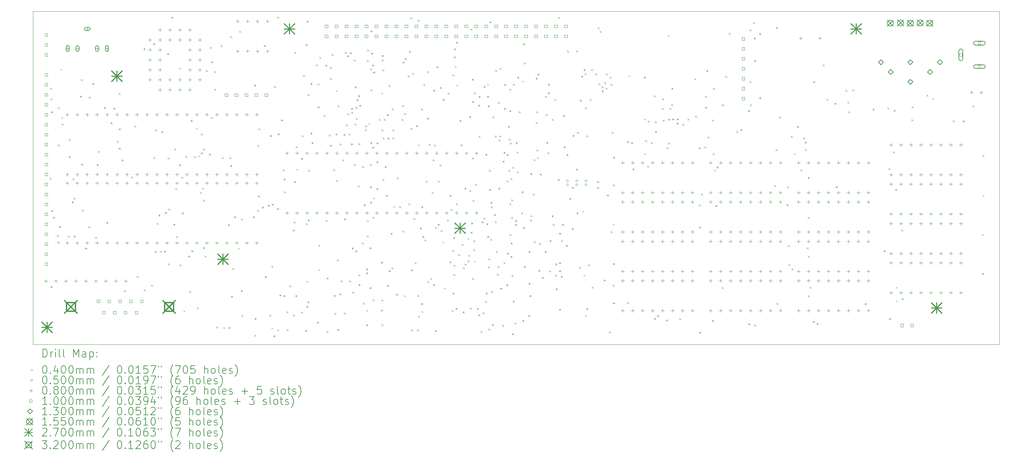
<source format=gbr>
%TF.GenerationSoftware,KiCad,Pcbnew,7.0.7*%
%TF.CreationDate,2023-10-19T16:40:44+01:00*%
%TF.ProjectId,CPC464-2MINI,43504334-3634-42d3-924d-494e492e6b69,rev?*%
%TF.SameCoordinates,Original*%
%TF.FileFunction,Drillmap*%
%TF.FilePolarity,Positive*%
%FSLAX45Y45*%
G04 Gerber Fmt 4.5, Leading zero omitted, Abs format (unit mm)*
G04 Created by KiCad (PCBNEW 7.0.7) date 2023-10-19 16:40:44*
%MOMM*%
%LPD*%
G01*
G04 APERTURE LIST*
%ADD10C,0.100000*%
%ADD11C,0.200000*%
%ADD12C,0.040000*%
%ADD13C,0.050000*%
%ADD14C,0.080000*%
%ADD15C,0.130000*%
%ADD16C,0.155000*%
%ADD17C,0.270000*%
%ADD18C,0.320000*%
G04 APERTURE END LIST*
D10*
X1442720Y-2727960D02*
X26047700Y-2727960D01*
X26047700Y-11226000D01*
X1442720Y-11226000D01*
X1442720Y-2727960D01*
D11*
D12*
X1872740Y-6971570D02*
X1912740Y-7011570D01*
X1912740Y-6971570D02*
X1872740Y-7011570D01*
X1883770Y-4678100D02*
X1923770Y-4718100D01*
X1923770Y-4678100D02*
X1883770Y-4718100D01*
X1892480Y-9738090D02*
X1932480Y-9778090D01*
X1932480Y-9738090D02*
X1892480Y-9778090D01*
X1894510Y-4951550D02*
X1934510Y-4991550D01*
X1934510Y-4951550D02*
X1894510Y-4991550D01*
X1908040Y-5281720D02*
X1948040Y-5321720D01*
X1948040Y-5281720D02*
X1908040Y-5321720D01*
X1911790Y-7798500D02*
X1951790Y-7838500D01*
X1951790Y-7798500D02*
X1911790Y-7838500D01*
X1956800Y-7967720D02*
X1996800Y-8007720D01*
X1996800Y-7967720D02*
X1956800Y-8007720D01*
X2054340Y-8439250D02*
X2094340Y-8479250D01*
X2094340Y-8439250D02*
X2054340Y-8479250D01*
X2075590Y-8602150D02*
X2115590Y-8642150D01*
X2115590Y-8602150D02*
X2075590Y-8642150D01*
X2082400Y-6124580D02*
X2122400Y-6164580D01*
X2122400Y-6124580D02*
X2082400Y-6164580D01*
X2083010Y-5176760D02*
X2123010Y-5216760D01*
X2123010Y-5176760D02*
X2083010Y-5216760D01*
X2104610Y-8204230D02*
X2144610Y-8244230D01*
X2144610Y-8204230D02*
X2104610Y-8244230D01*
X2143750Y-4192710D02*
X2183750Y-4232710D01*
X2183750Y-4192710D02*
X2143750Y-4232710D01*
X2170530Y-5419810D02*
X2210530Y-5459810D01*
X2210530Y-5419810D02*
X2170530Y-5459810D01*
X2173420Y-5591100D02*
X2213420Y-5631100D01*
X2213420Y-5591100D02*
X2173420Y-5631100D01*
X2335450Y-8445500D02*
X2375450Y-8485500D01*
X2375450Y-8445500D02*
X2335450Y-8485500D01*
X2357190Y-6421130D02*
X2397190Y-6461130D01*
X2397190Y-6421130D02*
X2357190Y-6461130D01*
X2361890Y-5989470D02*
X2401890Y-6029470D01*
X2401890Y-5989470D02*
X2361890Y-6029470D01*
X2432500Y-7571640D02*
X2472500Y-7611640D01*
X2472500Y-7571640D02*
X2432500Y-7611640D01*
X2452640Y-6986960D02*
X2492640Y-7026960D01*
X2492640Y-6986960D02*
X2452640Y-7026960D01*
X2482240Y-7479480D02*
X2522240Y-7519480D01*
X2522240Y-7479480D02*
X2482240Y-7519480D01*
X2483210Y-8445500D02*
X2523210Y-8485500D01*
X2523210Y-8445500D02*
X2483210Y-8485500D01*
X2643380Y-4880030D02*
X2683380Y-4920030D01*
X2683380Y-4880030D02*
X2643380Y-4920030D01*
X2668140Y-4457660D02*
X2708140Y-4497660D01*
X2708140Y-4457660D02*
X2668140Y-4497660D01*
X2675000Y-6612500D02*
X2715000Y-6652500D01*
X2715000Y-6612500D02*
X2675000Y-6652500D01*
X2694050Y-7788910D02*
X2734050Y-7828910D01*
X2734050Y-7788910D02*
X2694050Y-7828910D01*
X2776200Y-8754620D02*
X2816200Y-8794620D01*
X2816200Y-8754620D02*
X2776200Y-8794620D01*
X2852500Y-8207500D02*
X2892500Y-8247500D01*
X2892500Y-8207500D02*
X2852500Y-8247500D01*
X2871100Y-4908930D02*
X2911100Y-4948930D01*
X2911100Y-4908930D02*
X2871100Y-4948930D01*
X2957660Y-4558180D02*
X2997660Y-4598180D01*
X2997660Y-4558180D02*
X2957660Y-4598180D01*
X3027012Y-8477085D02*
X3067012Y-8517085D01*
X3067012Y-8477085D02*
X3027012Y-8517085D01*
X3067930Y-6626690D02*
X3107930Y-6666690D01*
X3107930Y-6626690D02*
X3067930Y-6666690D01*
X3097770Y-6289860D02*
X3137770Y-6329860D01*
X3137770Y-6289860D02*
X3097770Y-6329860D01*
X3249630Y-5172800D02*
X3289630Y-5212800D01*
X3289630Y-5172800D02*
X3249630Y-5212800D01*
X3314385Y-8100615D02*
X3354385Y-8140615D01*
X3354385Y-8100615D02*
X3314385Y-8140615D01*
X3422520Y-5558740D02*
X3462520Y-5598740D01*
X3462520Y-5558740D02*
X3422520Y-5598740D01*
X3492310Y-5191680D02*
X3532310Y-5231680D01*
X3532310Y-5191680D02*
X3492310Y-5231680D01*
X3577830Y-6033330D02*
X3617830Y-6073330D01*
X3617830Y-6033330D02*
X3577830Y-6073330D01*
X3628270Y-4811920D02*
X3668270Y-4851920D01*
X3668270Y-4811920D02*
X3628270Y-4851920D01*
X3629760Y-5714600D02*
X3669760Y-5754600D01*
X3669760Y-5714600D02*
X3629760Y-5754600D01*
X3630310Y-6207440D02*
X3670310Y-6247440D01*
X3670310Y-6207440D02*
X3630310Y-6247440D01*
X3703730Y-6509240D02*
X3743730Y-6549240D01*
X3743730Y-6509240D02*
X3703730Y-6549240D01*
X3767190Y-9845770D02*
X3807190Y-9885770D01*
X3807190Y-9845770D02*
X3767190Y-9885770D01*
X3945000Y-6941220D02*
X3985000Y-6981220D01*
X3985000Y-6941220D02*
X3945000Y-6981220D01*
X4026160Y-5642150D02*
X4066160Y-5682150D01*
X4066160Y-5642150D02*
X4026160Y-5682150D01*
X4090790Y-9469980D02*
X4130790Y-9509980D01*
X4130790Y-9469980D02*
X4090790Y-9509980D01*
X4262430Y-3671400D02*
X4302430Y-3711400D01*
X4302430Y-3671400D02*
X4262430Y-3711400D01*
X4267590Y-9816030D02*
X4307590Y-9856030D01*
X4307590Y-9816030D02*
X4267590Y-9856030D01*
X4449390Y-9701540D02*
X4489390Y-9741540D01*
X4489390Y-9701540D02*
X4449390Y-9741540D01*
X4507810Y-3541810D02*
X4547810Y-3581810D01*
X4547810Y-3541810D02*
X4507810Y-3581810D01*
X4512500Y-6450000D02*
X4552500Y-6490000D01*
X4552500Y-6450000D02*
X4512500Y-6490000D01*
X4542250Y-8839200D02*
X4582250Y-8879200D01*
X4582250Y-8839200D02*
X4542250Y-8879200D01*
X4554570Y-5742370D02*
X4594570Y-5782370D01*
X4594570Y-5742370D02*
X4554570Y-5782370D01*
X4593690Y-8122180D02*
X4633690Y-8162180D01*
X4633690Y-8122180D02*
X4593690Y-8162180D01*
X4642560Y-7910980D02*
X4682560Y-7950980D01*
X4682560Y-7910980D02*
X4642560Y-7950980D01*
X4680070Y-8837100D02*
X4720070Y-8877100D01*
X4720070Y-8837100D02*
X4680070Y-8877100D01*
X4711050Y-5787110D02*
X4751050Y-5827110D01*
X4751050Y-5787110D02*
X4711050Y-5827110D01*
X4785300Y-8830340D02*
X4825300Y-8870340D01*
X4825300Y-8830340D02*
X4785300Y-8870340D01*
X4806240Y-7850360D02*
X4846240Y-7890360D01*
X4846240Y-7850360D02*
X4806240Y-7890360D01*
X4863440Y-3796930D02*
X4903440Y-3836930D01*
X4903440Y-3796930D02*
X4863440Y-3836930D01*
X4872730Y-6459250D02*
X4912730Y-6499250D01*
X4912730Y-6459250D02*
X4872730Y-6499250D01*
X4884360Y-9157350D02*
X4924360Y-9197350D01*
X4924360Y-9157350D02*
X4884360Y-9197350D01*
X4893620Y-7763220D02*
X4933620Y-7803220D01*
X4933620Y-7763220D02*
X4893620Y-7803220D01*
X4969180Y-2870130D02*
X5009180Y-2910130D01*
X5009180Y-2870130D02*
X4969180Y-2910130D01*
X5016930Y-8144600D02*
X5056930Y-8184600D01*
X5056930Y-8144600D02*
X5016930Y-8184600D01*
X5045000Y-6227000D02*
X5085000Y-6267000D01*
X5085000Y-6227000D02*
X5045000Y-6267000D01*
X5067410Y-7232490D02*
X5107410Y-7272490D01*
X5107410Y-7232490D02*
X5067410Y-7272490D01*
X5088150Y-8463280D02*
X5128150Y-8503280D01*
X5128150Y-8463280D02*
X5088150Y-8503280D01*
X5162500Y-6630000D02*
X5202500Y-6670000D01*
X5202500Y-6630000D02*
X5162500Y-6670000D01*
X5167610Y-4165540D02*
X5207610Y-4205540D01*
X5207610Y-4165540D02*
X5167610Y-4205540D01*
X5178690Y-9181060D02*
X5218690Y-9221060D01*
X5218690Y-9181060D02*
X5178690Y-9221060D01*
X5223780Y-6949650D02*
X5263780Y-6989650D01*
X5263780Y-6949650D02*
X5223780Y-6989650D01*
X5242370Y-7857630D02*
X5282370Y-7897630D01*
X5282370Y-7857630D02*
X5242370Y-7897630D01*
X5277500Y-10354850D02*
X5317500Y-10394850D01*
X5317500Y-10354850D02*
X5277500Y-10394850D01*
X5325020Y-6412480D02*
X5365020Y-6452480D01*
X5365020Y-6412480D02*
X5325020Y-6452480D01*
X5401180Y-8958200D02*
X5441180Y-8998200D01*
X5441180Y-8958200D02*
X5401180Y-8998200D01*
X5428680Y-9862170D02*
X5468680Y-9902170D01*
X5468680Y-9862170D02*
X5428680Y-9902170D01*
X5463300Y-5496930D02*
X5503300Y-5536930D01*
X5503300Y-5496930D02*
X5463300Y-5536930D01*
X5477440Y-8822040D02*
X5517440Y-8862040D01*
X5517440Y-8822040D02*
X5477440Y-8862040D01*
X5547190Y-6424200D02*
X5587190Y-6464200D01*
X5587190Y-6424200D02*
X5547190Y-6464200D01*
X5599670Y-5698030D02*
X5639670Y-5738030D01*
X5639670Y-5698030D02*
X5599670Y-5738030D01*
X5618530Y-10273390D02*
X5658530Y-10313390D01*
X5658530Y-10273390D02*
X5618530Y-10313390D01*
X5649150Y-6402290D02*
X5689150Y-6442290D01*
X5689150Y-6402290D02*
X5649150Y-6442290D01*
X5697000Y-7335280D02*
X5737000Y-7375280D01*
X5737000Y-7335280D02*
X5697000Y-7375280D01*
X5722470Y-5843990D02*
X5762470Y-5883990D01*
X5762470Y-5843990D02*
X5722470Y-5883990D01*
X5724960Y-6326320D02*
X5764960Y-6366320D01*
X5764960Y-6326320D02*
X5724960Y-6366320D01*
X5758600Y-7229130D02*
X5798600Y-7269130D01*
X5798600Y-7229130D02*
X5758600Y-7269130D01*
X5774600Y-7533740D02*
X5814600Y-7573740D01*
X5814600Y-7533740D02*
X5774600Y-7573740D01*
X5777350Y-8745560D02*
X5817350Y-8785560D01*
X5817350Y-8745560D02*
X5777350Y-8785560D01*
X5783000Y-6229570D02*
X5823000Y-6269570D01*
X5823000Y-6229570D02*
X5783000Y-6269570D01*
X5813680Y-8953920D02*
X5853680Y-8993920D01*
X5853680Y-8953920D02*
X5813680Y-8993920D01*
X5847330Y-4229040D02*
X5887330Y-4269040D01*
X5887330Y-4229040D02*
X5847330Y-4269040D01*
X5925740Y-6358100D02*
X5965740Y-6398100D01*
X5965740Y-6358100D02*
X5925740Y-6398100D01*
X5948250Y-3638910D02*
X5988250Y-3678910D01*
X5988250Y-3638910D02*
X5948250Y-3678910D01*
X5977000Y-5426030D02*
X6017000Y-5466030D01*
X6017000Y-5426030D02*
X5977000Y-5466030D01*
X5983060Y-4006640D02*
X6023060Y-4046640D01*
X6023060Y-4006640D02*
X5983060Y-4046640D01*
X6057740Y-4707000D02*
X6097740Y-4747000D01*
X6097740Y-4707000D02*
X6057740Y-4747000D01*
X6062500Y-4252500D02*
X6102500Y-4292500D01*
X6102500Y-4252500D02*
X6062500Y-4292500D01*
X6113370Y-10769010D02*
X6153370Y-10809010D01*
X6153370Y-10769010D02*
X6113370Y-10809010D01*
X6219940Y-3596720D02*
X6259940Y-3636720D01*
X6259940Y-3596720D02*
X6219940Y-3636720D01*
X6254000Y-6448930D02*
X6294000Y-6488930D01*
X6294000Y-6448930D02*
X6254000Y-6488930D01*
X6294150Y-10778550D02*
X6334150Y-10818550D01*
X6334150Y-10778550D02*
X6294150Y-10818550D01*
X6412640Y-8155830D02*
X6452640Y-8195830D01*
X6452640Y-8155830D02*
X6412640Y-8195830D01*
X6426200Y-10778170D02*
X6466200Y-10818170D01*
X6466200Y-10778170D02*
X6426200Y-10818170D01*
X6449000Y-6445900D02*
X6489000Y-6485900D01*
X6489000Y-6445900D02*
X6449000Y-6485900D01*
X6466000Y-3364570D02*
X6506000Y-3404570D01*
X6506000Y-3364570D02*
X6466000Y-3404570D01*
X6472500Y-6652500D02*
X6512500Y-6692500D01*
X6512500Y-6652500D02*
X6472500Y-6692500D01*
X6488510Y-9980280D02*
X6528510Y-10020280D01*
X6528510Y-9980280D02*
X6488510Y-10020280D01*
X6516400Y-9272980D02*
X6556400Y-9312980D01*
X6556400Y-9272980D02*
X6516400Y-9312980D01*
X6565480Y-7957570D02*
X6605480Y-7997570D01*
X6605480Y-7957570D02*
X6565480Y-7997570D01*
X6665170Y-8754540D02*
X6705170Y-8794540D01*
X6705170Y-8754540D02*
X6665170Y-8794540D01*
X6692980Y-3229430D02*
X6732980Y-3269430D01*
X6732980Y-3229430D02*
X6692980Y-3269430D01*
X6738560Y-9840010D02*
X6778560Y-9880010D01*
X6778560Y-9840010D02*
X6738560Y-9880010D01*
X6749340Y-8017160D02*
X6789340Y-8057160D01*
X6789340Y-8017160D02*
X6749340Y-8057160D01*
X6756730Y-10467800D02*
X6796730Y-10507800D01*
X6796730Y-10467800D02*
X6756730Y-10507800D01*
X7045940Y-7957800D02*
X7085940Y-7997800D01*
X7085940Y-7957800D02*
X7045940Y-7997800D01*
X7077500Y-4597500D02*
X7117500Y-4637500D01*
X7117500Y-4597500D02*
X7077500Y-4637500D01*
X7082500Y-10977500D02*
X7122500Y-11017500D01*
X7122500Y-10977500D02*
X7082500Y-11017500D01*
X7090000Y-10547050D02*
X7130000Y-10587050D01*
X7130000Y-10547050D02*
X7090000Y-10587050D01*
X7155540Y-7795120D02*
X7195540Y-7835120D01*
X7195540Y-7795120D02*
X7155540Y-7835120D01*
X7162500Y-6132500D02*
X7202500Y-6172500D01*
X7202500Y-6132500D02*
X7162500Y-6172500D01*
X7167500Y-7425000D02*
X7207500Y-7465000D01*
X7207500Y-7425000D02*
X7167500Y-7465000D01*
X7187210Y-5708970D02*
X7227210Y-5748970D01*
X7227210Y-5708970D02*
X7187210Y-5748970D01*
X7275360Y-7710810D02*
X7315360Y-7750810D01*
X7315360Y-7710810D02*
X7275360Y-7750810D01*
X7321210Y-3589600D02*
X7361210Y-3629600D01*
X7361210Y-3589600D02*
X7321210Y-3629600D01*
X7348650Y-9483820D02*
X7388650Y-9523820D01*
X7388650Y-9483820D02*
X7348650Y-9523820D01*
X7424290Y-7663010D02*
X7464290Y-7703010D01*
X7464290Y-7663010D02*
X7424290Y-7703010D01*
X7467600Y-10459290D02*
X7507600Y-10499290D01*
X7507600Y-10459290D02*
X7467600Y-10499290D01*
X7485000Y-5885000D02*
X7525000Y-5925000D01*
X7525000Y-5885000D02*
X7485000Y-5925000D01*
X7513220Y-10787840D02*
X7553220Y-10827840D01*
X7553220Y-10787840D02*
X7513220Y-10827840D01*
X7515710Y-9214220D02*
X7555710Y-9254220D01*
X7555710Y-9214220D02*
X7515710Y-9254220D01*
X7524410Y-7637540D02*
X7564410Y-7677540D01*
X7564410Y-7637540D02*
X7524410Y-7677540D01*
X7569010Y-10989600D02*
X7609010Y-11029600D01*
X7609010Y-10989600D02*
X7569010Y-11029600D01*
X7587520Y-4637480D02*
X7627520Y-4677480D01*
X7627520Y-4637480D02*
X7587520Y-4677480D01*
X7660110Y-2868530D02*
X7700110Y-2908530D01*
X7700110Y-2868530D02*
X7660110Y-2908530D01*
X7661030Y-7748310D02*
X7701030Y-7788310D01*
X7701030Y-7748310D02*
X7661030Y-7788310D01*
X7665440Y-10837130D02*
X7705440Y-10877130D01*
X7705440Y-10837130D02*
X7665440Y-10877130D01*
X7680000Y-5843900D02*
X7720000Y-5883900D01*
X7720000Y-5843900D02*
X7680000Y-5883900D01*
X7722220Y-9949920D02*
X7762220Y-9989920D01*
X7762220Y-9949920D02*
X7722220Y-9989920D01*
X7765000Y-5487500D02*
X7805000Y-5527500D01*
X7805000Y-5487500D02*
X7765000Y-5527500D01*
X7807380Y-6762200D02*
X7847380Y-6802200D01*
X7847380Y-6762200D02*
X7807380Y-6802200D01*
X7822460Y-9965660D02*
X7862460Y-10005660D01*
X7862460Y-9965660D02*
X7822460Y-10005660D01*
X7828719Y-6993353D02*
X7868719Y-7033353D01*
X7868719Y-6993353D02*
X7828719Y-7033353D01*
X7840480Y-7317410D02*
X7880480Y-7357410D01*
X7880480Y-7317410D02*
X7840480Y-7357410D01*
X7900570Y-10379060D02*
X7940570Y-10419060D01*
X7940570Y-10379060D02*
X7900570Y-10419060D01*
X7904630Y-10835790D02*
X7944630Y-10875790D01*
X7944630Y-10835790D02*
X7904630Y-10875790D01*
X7971640Y-9718950D02*
X8011640Y-9758950D01*
X8011640Y-9718950D02*
X7971640Y-9758950D01*
X8062140Y-8292570D02*
X8102140Y-8332570D01*
X8102140Y-8292570D02*
X8062140Y-8332570D01*
X8067950Y-10461850D02*
X8107950Y-10501850D01*
X8107950Y-10461850D02*
X8067950Y-10501850D01*
X8083990Y-8089730D02*
X8123990Y-8129730D01*
X8123990Y-8089730D02*
X8083990Y-8129730D01*
X8094870Y-7063040D02*
X8134870Y-7103040D01*
X8134870Y-7063040D02*
X8094870Y-7103040D01*
X8103030Y-3763370D02*
X8143030Y-3803370D01*
X8143030Y-3763370D02*
X8103030Y-3803370D01*
X8127900Y-9965120D02*
X8167900Y-10005120D01*
X8167900Y-9965120D02*
X8127900Y-10005120D01*
X8137500Y-6170000D02*
X8177500Y-6210000D01*
X8177500Y-6170000D02*
X8137500Y-6210000D01*
X8148260Y-6740480D02*
X8188260Y-6780480D01*
X8188260Y-6740480D02*
X8148260Y-6780480D01*
X8267750Y-10384460D02*
X8307750Y-10424460D01*
X8307750Y-10384460D02*
X8267750Y-10424460D01*
X8271000Y-6468710D02*
X8311000Y-6508710D01*
X8311000Y-6468710D02*
X8271000Y-6508710D01*
X8290000Y-5890000D02*
X8330000Y-5930000D01*
X8330000Y-5890000D02*
X8290000Y-5930000D01*
X8323250Y-4358120D02*
X8363250Y-4398120D01*
X8363250Y-4358120D02*
X8323250Y-4398120D01*
X8376950Y-10847880D02*
X8416950Y-10887880D01*
X8416950Y-10847880D02*
X8376950Y-10887880D01*
X8388120Y-8132810D02*
X8428120Y-8172810D01*
X8428120Y-8132810D02*
X8388120Y-8172810D01*
X8390620Y-3564650D02*
X8430620Y-3604650D01*
X8430620Y-3564650D02*
X8390620Y-3604650D01*
X8409560Y-9601340D02*
X8449560Y-9641340D01*
X8449560Y-9601340D02*
X8409560Y-9641340D01*
X8410880Y-10240720D02*
X8450880Y-10280720D01*
X8450880Y-10240720D02*
X8410880Y-10280720D01*
X8415240Y-2972430D02*
X8455240Y-3012430D01*
X8455240Y-2972430D02*
X8415240Y-3012430D01*
X8436230Y-10124500D02*
X8476230Y-10164500D01*
X8476230Y-10124500D02*
X8436230Y-10164500D01*
X8442500Y-4841190D02*
X8482500Y-4881190D01*
X8482500Y-4841190D02*
X8442500Y-4881190D01*
X8444540Y-8038300D02*
X8484540Y-8078300D01*
X8484540Y-8038300D02*
X8444540Y-8078300D01*
X8450870Y-6770710D02*
X8490870Y-6810710D01*
X8490870Y-6770710D02*
X8450870Y-6810710D01*
X8511200Y-5820920D02*
X8551200Y-5860920D01*
X8551200Y-5820920D02*
X8511200Y-5860920D01*
X8511560Y-4557410D02*
X8551560Y-4597410D01*
X8551560Y-4557410D02*
X8511560Y-4597410D01*
X8536180Y-6070150D02*
X8576180Y-6110150D01*
X8576180Y-6070150D02*
X8536180Y-6110150D01*
X8651270Y-4085750D02*
X8691270Y-4125750D01*
X8691270Y-4085750D02*
X8651270Y-4125750D01*
X8675000Y-10642500D02*
X8715000Y-10682500D01*
X8715000Y-10642500D02*
X8675000Y-10682500D01*
X8691920Y-4570920D02*
X8731920Y-4610920D01*
X8731920Y-4570920D02*
X8691920Y-4610920D01*
X8695000Y-5157450D02*
X8735000Y-5197450D01*
X8735000Y-5157450D02*
X8695000Y-5197450D01*
X8709700Y-8682040D02*
X8749700Y-8722040D01*
X8749700Y-8682040D02*
X8709700Y-8722040D01*
X8715900Y-9305000D02*
X8755900Y-9345000D01*
X8755900Y-9305000D02*
X8715900Y-9345000D01*
X8735120Y-3889120D02*
X8775120Y-3929120D01*
X8775120Y-3889120D02*
X8735120Y-3929120D01*
X8846980Y-5375000D02*
X8886980Y-5415000D01*
X8886980Y-5375000D02*
X8846980Y-5415000D01*
X8887890Y-4090370D02*
X8927890Y-4130370D01*
X8927890Y-4090370D02*
X8887890Y-4130370D01*
X8900080Y-8047990D02*
X8940080Y-8087990D01*
X8940080Y-8047990D02*
X8900080Y-8087990D01*
X8922500Y-10884950D02*
X8962500Y-10924950D01*
X8962500Y-10884950D02*
X8922500Y-10924950D01*
X8922700Y-9518090D02*
X8962700Y-9558090D01*
X8962700Y-9518090D02*
X8922700Y-9558090D01*
X8980020Y-5869980D02*
X9020020Y-5909980D01*
X9020020Y-5869980D02*
X8980020Y-5909980D01*
X9005000Y-4145000D02*
X9045000Y-4185000D01*
X9045000Y-4145000D02*
X9005000Y-4185000D01*
X9005000Y-6130000D02*
X9045000Y-6170000D01*
X9045000Y-6130000D02*
X9005000Y-6170000D01*
X9009450Y-4430630D02*
X9049450Y-4470630D01*
X9049450Y-4430630D02*
X9009450Y-4470630D01*
X9048270Y-3817630D02*
X9088270Y-3857630D01*
X9088270Y-3817630D02*
X9048270Y-3857630D01*
X9090670Y-6752580D02*
X9130670Y-6792580D01*
X9130670Y-6752580D02*
X9090670Y-6792580D01*
X9104870Y-9962030D02*
X9144870Y-10002030D01*
X9144870Y-9962030D02*
X9104870Y-10002030D01*
X9123000Y-10419460D02*
X9163000Y-10459460D01*
X9163000Y-10419460D02*
X9123000Y-10459460D01*
X9147500Y-5845000D02*
X9187500Y-5885000D01*
X9187500Y-5845000D02*
X9147500Y-5885000D01*
X9155980Y-4741610D02*
X9195980Y-4781610D01*
X9195980Y-4741610D02*
X9155980Y-4781610D01*
X9162350Y-7032720D02*
X9202350Y-7072720D01*
X9202350Y-7032720D02*
X9162350Y-7072720D01*
X9183530Y-9058920D02*
X9223530Y-9098920D01*
X9223530Y-9058920D02*
X9183530Y-9098920D01*
X9191790Y-10828540D02*
X9231790Y-10868540D01*
X9231790Y-10828540D02*
X9191790Y-10868540D01*
X9200160Y-5125010D02*
X9240160Y-5165010D01*
X9240160Y-5125010D02*
X9200160Y-5165010D01*
X9249770Y-6103680D02*
X9289770Y-6143680D01*
X9289770Y-6103680D02*
X9249770Y-6143680D01*
X9249890Y-9922760D02*
X9289890Y-9962760D01*
X9289890Y-9922760D02*
X9249890Y-9962760D01*
X9275630Y-9590130D02*
X9315630Y-9630130D01*
X9315630Y-9590130D02*
X9275630Y-9630130D01*
X9320570Y-6506440D02*
X9360570Y-6546440D01*
X9360570Y-6506440D02*
X9320570Y-6546440D01*
X9350875Y-5856625D02*
X9390875Y-5896625D01*
X9390875Y-5856625D02*
X9350875Y-5896625D01*
X9359680Y-8011350D02*
X9399680Y-8051350D01*
X9399680Y-8011350D02*
X9359680Y-8051350D01*
X9360300Y-10410820D02*
X9400300Y-10450820D01*
X9400300Y-10410820D02*
X9360300Y-10450820D01*
X9390260Y-3763370D02*
X9430260Y-3803370D01*
X9430260Y-3763370D02*
X9390260Y-3803370D01*
X9413160Y-5610440D02*
X9453160Y-5650440D01*
X9453160Y-5610440D02*
X9413160Y-5650440D01*
X9444440Y-3852090D02*
X9484440Y-3892090D01*
X9484440Y-3852090D02*
X9444440Y-3892090D01*
X9448680Y-5332110D02*
X9488680Y-5372110D01*
X9488680Y-5332110D02*
X9448680Y-5372110D01*
X9478730Y-5846270D02*
X9518730Y-5886270D01*
X9518730Y-5846270D02*
X9478730Y-5886270D01*
X9497010Y-9590130D02*
X9537010Y-9630130D01*
X9537010Y-9590130D02*
X9497010Y-9630130D01*
X9512770Y-3776740D02*
X9552770Y-3816740D01*
X9552770Y-3776740D02*
X9512770Y-3816740D01*
X9542770Y-6097500D02*
X9582770Y-6137500D01*
X9582770Y-6097500D02*
X9542770Y-6137500D01*
X9545360Y-5197350D02*
X9585360Y-5237350D01*
X9585360Y-5197350D02*
X9545360Y-5237350D01*
X9548700Y-5297370D02*
X9588700Y-5337370D01*
X9588700Y-5297370D02*
X9548700Y-5337370D01*
X9562610Y-8750300D02*
X9602610Y-8790300D01*
X9602610Y-8750300D02*
X9562610Y-8790300D01*
X9574960Y-9874390D02*
X9614960Y-9914390D01*
X9614960Y-9874390D02*
X9574960Y-9914390D01*
X9617610Y-3956030D02*
X9657610Y-3996030D01*
X9657610Y-3956030D02*
X9617610Y-3996030D01*
X9618160Y-6623970D02*
X9658160Y-6663970D01*
X9658160Y-6623970D02*
X9618160Y-6663970D01*
X9636670Y-5594000D02*
X9676670Y-5634000D01*
X9676670Y-5594000D02*
X9636670Y-5634000D01*
X9636970Y-4643370D02*
X9676970Y-4683370D01*
X9676970Y-4643370D02*
X9636970Y-4683370D01*
X9655150Y-5168910D02*
X9695150Y-5208910D01*
X9695150Y-5168910D02*
X9655150Y-5208910D01*
X9655590Y-8827220D02*
X9695590Y-8867220D01*
X9695590Y-8827220D02*
X9655590Y-8867220D01*
X9665860Y-5448970D02*
X9705860Y-5488970D01*
X9705860Y-5448970D02*
X9665860Y-5488970D01*
X9686110Y-4970010D02*
X9726110Y-5010010D01*
X9726110Y-4970010D02*
X9686110Y-5010010D01*
X9721070Y-7167230D02*
X9761070Y-7207230D01*
X9761070Y-7167230D02*
X9721070Y-7207230D01*
X9727430Y-6095070D02*
X9767430Y-6135070D01*
X9767430Y-6095070D02*
X9727430Y-6135070D01*
X9727880Y-4869210D02*
X9767880Y-4909210D01*
X9767880Y-4869210D02*
X9727880Y-4909210D01*
X9733150Y-9438010D02*
X9773150Y-9478010D01*
X9773150Y-9438010D02*
X9733150Y-9478010D01*
X9733150Y-9686400D02*
X9773150Y-9726400D01*
X9773150Y-9686400D02*
X9733150Y-9726400D01*
X9751010Y-5115630D02*
X9791010Y-5155630D01*
X9791010Y-5115630D02*
X9751010Y-5155630D01*
X9820000Y-8626860D02*
X9860000Y-8666860D01*
X9860000Y-8626860D02*
X9820000Y-8666860D01*
X9831400Y-6676190D02*
X9871400Y-6716190D01*
X9871400Y-6676190D02*
X9831400Y-6716190D01*
X9843950Y-10158570D02*
X9883950Y-10198570D01*
X9883950Y-10158570D02*
X9843950Y-10198570D01*
X9866910Y-7649850D02*
X9906910Y-7689850D01*
X9906910Y-7649850D02*
X9866910Y-7689850D01*
X9898518Y-5736338D02*
X9938518Y-5776338D01*
X9938518Y-5736338D02*
X9898518Y-5776338D01*
X9902990Y-5636488D02*
X9942990Y-5676488D01*
X9942990Y-5636488D02*
X9902990Y-5676488D01*
X9924650Y-9385000D02*
X9964650Y-9425000D01*
X9964650Y-9385000D02*
X9924650Y-9425000D01*
X9925905Y-9283795D02*
X9965905Y-9323795D01*
X9965905Y-9283795D02*
X9925905Y-9323795D01*
X9932020Y-10710680D02*
X9972020Y-10750680D01*
X9972020Y-10710680D02*
X9932020Y-10750680D01*
X9934960Y-10338120D02*
X9974960Y-10378120D01*
X9974960Y-10338120D02*
X9934960Y-10378120D01*
X9948138Y-3976862D02*
X9988138Y-4016862D01*
X9988138Y-3976862D02*
X9948138Y-4016862D01*
X9949570Y-8445020D02*
X9989570Y-8485020D01*
X9989570Y-8445020D02*
X9949570Y-8485020D01*
X9951650Y-8053240D02*
X9991650Y-8093240D01*
X9991650Y-8053240D02*
X9951650Y-8093240D01*
X9952550Y-3704560D02*
X9992550Y-3744560D01*
X9992550Y-3704560D02*
X9952550Y-3744560D01*
X9984900Y-5579210D02*
X10024900Y-5619210D01*
X10024900Y-5579210D02*
X9984900Y-5619210D01*
X10015000Y-8747500D02*
X10055000Y-8787500D01*
X10055000Y-8747500D02*
X10015000Y-8787500D01*
X10015580Y-9762380D02*
X10055580Y-9802380D01*
X10055580Y-9762380D02*
X10015580Y-9802380D01*
X10021620Y-6625920D02*
X10061620Y-6665920D01*
X10061620Y-6625920D02*
X10021620Y-6665920D01*
X10026840Y-7194980D02*
X10066840Y-7234980D01*
X10066840Y-7194980D02*
X10026840Y-7234980D01*
X10028070Y-7585010D02*
X10068070Y-7625010D01*
X10068070Y-7585010D02*
X10028070Y-7625010D01*
X10029450Y-4189940D02*
X10069450Y-4229940D01*
X10069450Y-4189940D02*
X10029450Y-4229940D01*
X10034820Y-6070050D02*
X10074820Y-6110050D01*
X10074820Y-6070050D02*
X10034820Y-6110050D01*
X10038910Y-3219000D02*
X10078910Y-3259000D01*
X10078910Y-3219000D02*
X10038910Y-3259000D01*
X10041010Y-4723750D02*
X10081010Y-4763750D01*
X10081010Y-4723750D02*
X10041010Y-4763750D01*
X10059740Y-3785740D02*
X10099740Y-3825740D01*
X10099740Y-3785740D02*
X10059740Y-3825740D01*
X10079420Y-4090370D02*
X10119420Y-4130370D01*
X10119420Y-4090370D02*
X10079420Y-4130370D01*
X10083720Y-6180360D02*
X10123720Y-6220360D01*
X10123720Y-6180360D02*
X10083720Y-6220360D01*
X10093550Y-7970690D02*
X10133550Y-8010690D01*
X10133550Y-7970690D02*
X10093550Y-8010690D01*
X10093790Y-10073060D02*
X10133790Y-10113060D01*
X10133790Y-10073060D02*
X10093790Y-10113060D01*
X10103610Y-7476330D02*
X10143610Y-7516330D01*
X10143610Y-7476330D02*
X10103610Y-7516330D01*
X10108300Y-4268780D02*
X10148300Y-4308780D01*
X10148300Y-4268780D02*
X10108300Y-4308780D01*
X10191220Y-6554740D02*
X10231220Y-6594740D01*
X10231220Y-6554740D02*
X10191220Y-6594740D01*
X10193500Y-7239740D02*
X10233500Y-7279740D01*
X10233500Y-7239740D02*
X10193500Y-7279740D01*
X10194980Y-6072520D02*
X10234980Y-6112520D01*
X10234980Y-6072520D02*
X10194980Y-6112520D01*
X10250880Y-5474470D02*
X10290880Y-5514470D01*
X10290880Y-5474470D02*
X10250880Y-5514470D01*
X10307500Y-9115000D02*
X10347500Y-9155000D01*
X10347500Y-9115000D02*
X10307500Y-9155000D01*
X10307710Y-10336010D02*
X10347710Y-10376010D01*
X10347710Y-10336010D02*
X10307710Y-10376010D01*
X10316140Y-4801440D02*
X10356140Y-4841440D01*
X10356140Y-4801440D02*
X10316140Y-4841440D01*
X10317950Y-5744470D02*
X10357950Y-5784470D01*
X10357950Y-5744470D02*
X10317950Y-5784470D01*
X10320020Y-10709860D02*
X10360020Y-10749860D01*
X10360020Y-10709860D02*
X10320020Y-10749860D01*
X10320340Y-10079480D02*
X10360340Y-10119480D01*
X10360340Y-10079480D02*
X10320340Y-10119480D01*
X10330000Y-3845000D02*
X10370000Y-3885000D01*
X10370000Y-3845000D02*
X10330000Y-3885000D01*
X10330000Y-3957500D02*
X10370000Y-3997500D01*
X10370000Y-3957500D02*
X10330000Y-3997500D01*
X10343350Y-4211330D02*
X10383350Y-4251330D01*
X10383350Y-4211330D02*
X10343350Y-4251330D01*
X10347160Y-7004690D02*
X10387160Y-7044690D01*
X10387160Y-7004690D02*
X10347160Y-7044690D01*
X10347500Y-5950750D02*
X10387500Y-5990750D01*
X10387500Y-5950750D02*
X10347500Y-5990750D01*
X10379750Y-5475030D02*
X10419750Y-5515030D01*
X10419750Y-5475030D02*
X10379750Y-5515030D01*
X10399720Y-6676330D02*
X10439720Y-6716330D01*
X10439720Y-6676330D02*
X10399720Y-6716330D01*
X10430920Y-7409430D02*
X10470920Y-7449430D01*
X10470920Y-7409430D02*
X10430920Y-7449430D01*
X10458050Y-9709020D02*
X10498050Y-9749020D01*
X10498050Y-9709020D02*
X10458050Y-9749020D01*
X10459280Y-5349460D02*
X10499280Y-5389460D01*
X10499280Y-5349460D02*
X10459280Y-5389460D01*
X10472500Y-5951750D02*
X10512500Y-5991750D01*
X10512500Y-5951750D02*
X10472500Y-5991750D01*
X10497320Y-4611650D02*
X10537320Y-4651650D01*
X10537320Y-4611650D02*
X10497320Y-4651650D01*
X10504500Y-9330840D02*
X10544500Y-9370840D01*
X10544500Y-9330840D02*
X10504500Y-9370840D01*
X10552120Y-8381260D02*
X10592120Y-8421260D01*
X10592120Y-8381260D02*
X10552120Y-8421260D01*
X10572010Y-9256350D02*
X10612010Y-9296350D01*
X10612010Y-9256350D02*
X10572010Y-9296350D01*
X10582500Y-5205530D02*
X10622500Y-5245530D01*
X10622500Y-5205530D02*
X10582500Y-5245530D01*
X10595990Y-5743890D02*
X10635990Y-5783890D01*
X10635990Y-5743890D02*
X10595990Y-5783890D01*
X10598500Y-5950750D02*
X10638500Y-5990750D01*
X10638500Y-5950750D02*
X10598500Y-5990750D01*
X10619890Y-7688700D02*
X10659890Y-7728700D01*
X10659890Y-7688700D02*
X10619890Y-7728700D01*
X10690830Y-9931040D02*
X10730830Y-9971040D01*
X10730830Y-9931040D02*
X10690830Y-9971040D01*
X10709730Y-6961720D02*
X10749730Y-7001720D01*
X10749730Y-6961720D02*
X10709730Y-7001720D01*
X10770330Y-7698520D02*
X10810330Y-7738520D01*
X10810330Y-7698520D02*
X10770330Y-7738520D01*
X10825630Y-5474110D02*
X10865630Y-5514110D01*
X10865630Y-5474110D02*
X10825630Y-5514110D01*
X10844100Y-5120970D02*
X10884100Y-5160970D01*
X10884100Y-5120970D02*
X10844100Y-5160970D01*
X10850960Y-8317800D02*
X10890960Y-8357800D01*
X10890960Y-8317800D02*
X10850960Y-8357800D01*
X10854120Y-4014980D02*
X10894120Y-4054980D01*
X10894120Y-4014980D02*
X10854120Y-4054980D01*
X10890620Y-9966740D02*
X10930620Y-10006740D01*
X10930620Y-9966740D02*
X10890620Y-10006740D01*
X10897420Y-5319140D02*
X10937420Y-5359140D01*
X10937420Y-5319140D02*
X10897420Y-5359140D01*
X10907270Y-3926670D02*
X10947270Y-3966670D01*
X10947270Y-3926670D02*
X10907270Y-3966670D01*
X10990130Y-4367560D02*
X11030130Y-4407560D01*
X11030130Y-4367560D02*
X10990130Y-4407560D01*
X11002910Y-7624500D02*
X11042910Y-7664500D01*
X11042910Y-7624500D02*
X11002910Y-7664500D01*
X11018760Y-3739180D02*
X11058760Y-3779180D01*
X11058760Y-3739180D02*
X11018760Y-3779180D01*
X11053080Y-5703210D02*
X11093080Y-5743210D01*
X11093080Y-5703210D02*
X11053080Y-5743210D01*
X11055000Y-2884000D02*
X11095000Y-2924000D01*
X11095000Y-2884000D02*
X11055000Y-2924000D01*
X11068320Y-9311790D02*
X11108320Y-9351790D01*
X11108320Y-9311790D02*
X11068320Y-9351790D01*
X11072380Y-10843850D02*
X11112380Y-10883850D01*
X11112380Y-10843850D02*
X11072380Y-10883850D01*
X11101430Y-4295050D02*
X11141430Y-4335050D01*
X11141430Y-4295050D02*
X11101430Y-4335050D01*
X11131010Y-7994490D02*
X11171010Y-8034490D01*
X11171010Y-7994490D02*
X11131010Y-8034490D01*
X11163580Y-9129810D02*
X11203580Y-9169810D01*
X11203580Y-9129810D02*
X11163580Y-9169810D01*
X11196840Y-5637780D02*
X11236840Y-5677780D01*
X11236840Y-5637780D02*
X11196840Y-5677780D01*
X11227300Y-10842580D02*
X11267300Y-10882580D01*
X11267300Y-10842580D02*
X11227300Y-10882580D01*
X11231990Y-9962810D02*
X11271990Y-10002810D01*
X11271990Y-9962810D02*
X11231990Y-10002810D01*
X11242970Y-2943240D02*
X11282970Y-2983240D01*
X11282970Y-2943240D02*
X11242970Y-2983240D01*
X11245970Y-6123040D02*
X11285970Y-6163040D01*
X11285970Y-6123040D02*
X11245970Y-6163040D01*
X11250370Y-10487730D02*
X11290370Y-10527730D01*
X11290370Y-10487730D02*
X11250370Y-10527730D01*
X11297280Y-8245040D02*
X11337280Y-8285040D01*
X11337280Y-8245040D02*
X11297280Y-8285040D01*
X11327560Y-5203750D02*
X11367560Y-5243750D01*
X11367560Y-5203750D02*
X11327560Y-5243750D01*
X11328420Y-10168710D02*
X11368420Y-10208710D01*
X11368420Y-10168710D02*
X11328420Y-10208710D01*
X11330140Y-7698620D02*
X11370140Y-7738620D01*
X11370140Y-7698620D02*
X11330140Y-7738620D01*
X11339420Y-10371510D02*
X11379420Y-10411510D01*
X11379420Y-10371510D02*
X11339420Y-10411510D01*
X11357180Y-8456220D02*
X11397180Y-8496220D01*
X11397180Y-8456220D02*
X11357180Y-8496220D01*
X11384450Y-4584330D02*
X11424450Y-4624330D01*
X11424450Y-4584330D02*
X11384450Y-4624330D01*
X11414080Y-8546000D02*
X11454080Y-8586000D01*
X11454080Y-8546000D02*
X11414080Y-8586000D01*
X11443740Y-7049700D02*
X11483740Y-7089700D01*
X11483740Y-7049700D02*
X11443740Y-7089700D01*
X11477190Y-4254110D02*
X11517190Y-4294110D01*
X11517190Y-4254110D02*
X11477190Y-4294110D01*
X11477830Y-5443750D02*
X11517830Y-5483750D01*
X11517830Y-5443750D02*
X11477830Y-5483750D01*
X11485650Y-9606350D02*
X11525650Y-9646350D01*
X11525650Y-9606350D02*
X11485650Y-9646350D01*
X11520290Y-6109270D02*
X11560290Y-6149270D01*
X11560290Y-6109270D02*
X11520290Y-6149270D01*
X11562640Y-9527250D02*
X11602640Y-9567250D01*
X11602640Y-9527250D02*
X11562640Y-9567250D01*
X11595870Y-7336920D02*
X11635870Y-7376920D01*
X11635870Y-7336920D02*
X11595870Y-7376920D01*
X11621660Y-6510160D02*
X11661660Y-6550160D01*
X11661660Y-6510160D02*
X11621660Y-6550160D01*
X11634430Y-9686240D02*
X11674430Y-9726240D01*
X11674430Y-9686240D02*
X11634430Y-9726240D01*
X11637030Y-4731660D02*
X11677030Y-4771660D01*
X11677030Y-4731660D02*
X11637030Y-4771660D01*
X11657330Y-6126610D02*
X11697330Y-6166610D01*
X11697330Y-6126610D02*
X11657330Y-6166610D01*
X11678080Y-10859280D02*
X11718080Y-10899280D01*
X11718080Y-10859280D02*
X11678080Y-10899280D01*
X11682250Y-8227530D02*
X11722250Y-8267530D01*
X11722250Y-8227530D02*
X11682250Y-8267530D01*
X11714120Y-4132510D02*
X11754120Y-4172510D01*
X11754120Y-4132510D02*
X11714120Y-4172510D01*
X11752260Y-8146420D02*
X11792260Y-8186420D01*
X11792260Y-8146420D02*
X11752260Y-8186420D01*
X11757970Y-7048270D02*
X11797970Y-7088270D01*
X11797970Y-7048270D02*
X11757970Y-7088270D01*
X11802330Y-6635060D02*
X11842330Y-6675060D01*
X11842330Y-6635060D02*
X11802330Y-6675060D01*
X11804660Y-4659150D02*
X11844660Y-4699150D01*
X11844660Y-4659150D02*
X11804660Y-4699150D01*
X11828580Y-8311690D02*
X11868580Y-8351690D01*
X11868580Y-8311690D02*
X11828580Y-8351690D01*
X11873510Y-8595000D02*
X11913510Y-8635000D01*
X11913510Y-8595000D02*
X11873510Y-8635000D01*
X11877500Y-4963170D02*
X11917500Y-5003170D01*
X11917500Y-4963170D02*
X11877500Y-5003170D01*
X11907010Y-9771060D02*
X11947010Y-9811060D01*
X11947010Y-9771060D02*
X11907010Y-9811060D01*
X11987760Y-8039780D02*
X12027760Y-8079780D01*
X12027760Y-8039780D02*
X11987760Y-8079780D01*
X12005000Y-4804110D02*
X12045000Y-4844110D01*
X12045000Y-4804110D02*
X12005000Y-4844110D01*
X12050000Y-9107500D02*
X12090000Y-9147500D01*
X12090000Y-9107500D02*
X12050000Y-9147500D01*
X12054870Y-7409430D02*
X12094870Y-7449430D01*
X12094870Y-7409430D02*
X12054870Y-7449430D01*
X12078960Y-7771380D02*
X12118960Y-7811380D01*
X12118960Y-7771380D02*
X12078960Y-7811380D01*
X12107940Y-10340130D02*
X12147940Y-10380130D01*
X12147940Y-10340130D02*
X12107940Y-10380130D01*
X12124280Y-4342390D02*
X12164280Y-4382390D01*
X12164280Y-4342390D02*
X12124280Y-4382390D01*
X12125000Y-8819950D02*
X12165000Y-8859950D01*
X12165000Y-8819950D02*
X12125000Y-8859950D01*
X12128050Y-9904620D02*
X12168050Y-9944620D01*
X12168050Y-9904620D02*
X12128050Y-9944620D01*
X12143100Y-8487840D02*
X12183100Y-8527840D01*
X12183100Y-8487840D02*
X12143100Y-8527840D01*
X12149210Y-9429970D02*
X12189210Y-9469970D01*
X12189210Y-9429970D02*
X12149210Y-9469970D01*
X12153840Y-9192200D02*
X12193840Y-9232200D01*
X12193840Y-9192200D02*
X12153840Y-9232200D01*
X12161720Y-3884530D02*
X12201720Y-3924530D01*
X12201720Y-3884530D02*
X12161720Y-3924530D01*
X12162750Y-3674700D02*
X12202750Y-3714700D01*
X12202750Y-3674700D02*
X12162750Y-3714700D01*
X12186230Y-4123140D02*
X12226230Y-4163140D01*
X12226230Y-4123140D02*
X12186230Y-4163140D01*
X12203040Y-10293780D02*
X12243040Y-10333780D01*
X12243040Y-10293780D02*
X12203040Y-10333780D01*
X12216250Y-3506850D02*
X12256250Y-3546850D01*
X12256250Y-3506850D02*
X12216250Y-3546850D01*
X12217150Y-7624500D02*
X12257150Y-7664500D01*
X12257150Y-7624500D02*
X12217150Y-7664500D01*
X12228520Y-4598840D02*
X12268520Y-4638840D01*
X12268520Y-4598840D02*
X12228520Y-4638840D01*
X12272500Y-8921850D02*
X12312500Y-8961850D01*
X12312500Y-8921850D02*
X12272500Y-8961850D01*
X12304690Y-5497600D02*
X12344690Y-5537600D01*
X12344690Y-5497600D02*
X12304690Y-5537600D01*
X12335170Y-6122870D02*
X12375170Y-6162870D01*
X12375170Y-6122870D02*
X12335170Y-6162870D01*
X12360610Y-8658770D02*
X12400610Y-8698770D01*
X12400610Y-8658770D02*
X12360610Y-8698770D01*
X12385470Y-10381500D02*
X12425470Y-10421500D01*
X12425470Y-10381500D02*
X12385470Y-10421500D01*
X12393000Y-9256930D02*
X12433000Y-9296930D01*
X12433000Y-9256930D02*
X12393000Y-9296930D01*
X12430900Y-7224200D02*
X12470900Y-7264200D01*
X12470900Y-7224200D02*
X12430900Y-7264200D01*
X12437505Y-9167435D02*
X12477505Y-9207435D01*
X12477505Y-9167435D02*
X12437505Y-9207435D01*
X12506940Y-8509000D02*
X12546940Y-8549000D01*
X12546940Y-8509000D02*
X12506940Y-8549000D01*
X12509955Y-9080030D02*
X12549955Y-9120030D01*
X12549955Y-9080030D02*
X12509955Y-9120030D01*
X12528290Y-8935060D02*
X12568290Y-8975060D01*
X12568290Y-8935060D02*
X12528290Y-8975060D01*
X12552300Y-7289350D02*
X12592300Y-7329350D01*
X12592300Y-7289350D02*
X12552300Y-7329350D01*
X12554750Y-5401570D02*
X12594750Y-5441570D01*
X12594750Y-5401570D02*
X12554750Y-5441570D01*
X12573950Y-10283820D02*
X12613950Y-10323820D01*
X12613950Y-10283820D02*
X12573950Y-10323820D01*
X12577230Y-3172460D02*
X12617230Y-3212460D01*
X12617230Y-3172460D02*
X12577230Y-3212460D01*
X12587370Y-8349380D02*
X12627370Y-8389380D01*
X12627370Y-8349380D02*
X12587370Y-8389380D01*
X12601140Y-8117670D02*
X12641140Y-8157670D01*
X12641140Y-8117670D02*
X12601140Y-8157670D01*
X12618910Y-4447410D02*
X12658910Y-4487410D01*
X12658910Y-4447410D02*
X12618910Y-4487410D01*
X12620920Y-9527250D02*
X12660920Y-9567250D01*
X12660920Y-9527250D02*
X12620920Y-9567250D01*
X12625280Y-6454170D02*
X12665280Y-6494170D01*
X12665280Y-6454170D02*
X12625280Y-6494170D01*
X12627690Y-5019010D02*
X12667690Y-5059010D01*
X12667690Y-5019010D02*
X12627690Y-5059010D01*
X12637700Y-7539560D02*
X12677700Y-7579560D01*
X12677700Y-7539560D02*
X12637700Y-7579560D01*
X12655660Y-8567660D02*
X12695660Y-8607660D01*
X12695660Y-8567660D02*
X12655660Y-8607660D01*
X12656450Y-8793800D02*
X12696450Y-8833800D01*
X12696450Y-8793800D02*
X12656450Y-8833800D01*
X12670000Y-9085550D02*
X12710000Y-9125550D01*
X12710000Y-9085550D02*
X12670000Y-9125550D01*
X12671160Y-4798040D02*
X12711160Y-4838040D01*
X12711160Y-4798040D02*
X12671160Y-4838040D01*
X12698340Y-7132720D02*
X12738340Y-7172720D01*
X12738340Y-7132720D02*
X12698340Y-7172720D01*
X12746210Y-10290130D02*
X12786210Y-10330130D01*
X12786210Y-10290130D02*
X12746210Y-10330130D01*
X12778660Y-5112210D02*
X12818660Y-5152210D01*
X12818660Y-5112210D02*
X12778660Y-5152210D01*
X12779990Y-10451510D02*
X12819990Y-10491510D01*
X12819990Y-10451510D02*
X12779990Y-10491510D01*
X12790610Y-5904950D02*
X12830610Y-5944950D01*
X12830610Y-5904950D02*
X12790610Y-5944950D01*
X12791080Y-4886950D02*
X12831080Y-4926950D01*
X12831080Y-4886950D02*
X12791080Y-4926950D01*
X12839890Y-10881610D02*
X12879890Y-10921610D01*
X12879890Y-10881610D02*
X12839890Y-10921610D01*
X12866530Y-8085710D02*
X12906530Y-8125710D01*
X12906530Y-8085710D02*
X12866530Y-8125710D01*
X12894660Y-10404070D02*
X12934660Y-10444070D01*
X12934660Y-10404070D02*
X12894660Y-10444070D01*
X12916710Y-7991100D02*
X12956710Y-8031100D01*
X12956710Y-7991100D02*
X12916710Y-8031100D01*
X12918070Y-4631810D02*
X12958070Y-4671810D01*
X12958070Y-4631810D02*
X12918070Y-4671810D01*
X12961480Y-10111820D02*
X13001480Y-10151820D01*
X13001480Y-10111820D02*
X12961480Y-10151820D01*
X12965040Y-6360650D02*
X13005040Y-6400650D01*
X13005040Y-6360650D02*
X12965040Y-6400650D01*
X12974210Y-9904620D02*
X13014210Y-9944620D01*
X13014210Y-9904620D02*
X12974210Y-9944620D01*
X12989570Y-8130740D02*
X13029570Y-8170740D01*
X13029570Y-8130740D02*
X12989570Y-8170740D01*
X13007720Y-4573200D02*
X13047720Y-4613200D01*
X13047720Y-4573200D02*
X13007720Y-4613200D01*
X13008150Y-4879770D02*
X13048150Y-4919770D01*
X13048150Y-4879770D02*
X13008150Y-4919770D01*
X13010810Y-8459500D02*
X13050810Y-8499500D01*
X13050810Y-8459500D02*
X13010810Y-8499500D01*
X13025200Y-5128870D02*
X13065200Y-5168870D01*
X13065200Y-5128870D02*
X13025200Y-5168870D01*
X13027450Y-9235080D02*
X13067450Y-9275080D01*
X13067450Y-9235080D02*
X13027450Y-9275080D01*
X13035910Y-10818540D02*
X13075910Y-10858540D01*
X13075910Y-10818540D02*
X13035910Y-10858540D01*
X13038330Y-9033500D02*
X13078330Y-9073500D01*
X13078330Y-9033500D02*
X13038330Y-9073500D01*
X13055480Y-6772730D02*
X13095480Y-6812730D01*
X13095480Y-6772730D02*
X13055480Y-6812730D01*
X13057500Y-7260000D02*
X13097500Y-7300000D01*
X13097500Y-7260000D02*
X13057500Y-7300000D01*
X13068230Y-2989210D02*
X13108230Y-3029210D01*
X13108230Y-2989210D02*
X13068230Y-3029210D01*
X13090880Y-8532120D02*
X13130880Y-8572120D01*
X13130880Y-8532120D02*
X13090880Y-8572120D01*
X13093250Y-7593580D02*
X13133250Y-7633580D01*
X13133250Y-7593580D02*
X13093250Y-7633580D01*
X13103110Y-7701570D02*
X13143110Y-7741570D01*
X13143110Y-7701570D02*
X13103110Y-7741570D01*
X13113060Y-9859610D02*
X13153060Y-9899610D01*
X13153060Y-9859610D02*
X13113060Y-9899610D01*
X13134890Y-10708820D02*
X13174890Y-10748820D01*
X13174890Y-10708820D02*
X13134890Y-10748820D01*
X13145920Y-5408930D02*
X13185920Y-5448930D01*
X13185920Y-5408930D02*
X13145920Y-5448930D01*
X13180810Y-7899570D02*
X13220810Y-7939570D01*
X13220810Y-7899570D02*
X13180810Y-7939570D01*
X13204690Y-5897800D02*
X13244690Y-5937800D01*
X13244690Y-5897800D02*
X13204690Y-5937800D01*
X13208410Y-8081940D02*
X13248410Y-8121940D01*
X13248410Y-8081940D02*
X13208410Y-8121940D01*
X13213620Y-4219170D02*
X13253620Y-4259170D01*
X13253620Y-4219170D02*
X13213620Y-4259170D01*
X13234780Y-8838770D02*
X13274780Y-8878770D01*
X13274780Y-8838770D02*
X13234780Y-8878770D01*
X13258950Y-9417850D02*
X13298950Y-9457850D01*
X13298950Y-9417850D02*
X13258950Y-9457850D01*
X13271390Y-9225240D02*
X13311390Y-9265240D01*
X13311390Y-9225240D02*
X13271390Y-9265240D01*
X13281680Y-5043640D02*
X13321680Y-5083640D01*
X13321680Y-5043640D02*
X13281680Y-5083640D01*
X13294520Y-7229580D02*
X13334520Y-7269580D01*
X13334520Y-7229580D02*
X13294520Y-7269580D01*
X13297590Y-5998410D02*
X13337590Y-6038410D01*
X13337590Y-5998410D02*
X13297590Y-6038410D01*
X13316530Y-5897800D02*
X13356530Y-5937800D01*
X13356530Y-5897800D02*
X13316530Y-5937800D01*
X13323050Y-4168870D02*
X13363050Y-4208870D01*
X13363050Y-4168870D02*
X13323050Y-4208870D01*
X13340760Y-9778990D02*
X13380760Y-9818990D01*
X13380760Y-9778990D02*
X13340760Y-9818990D01*
X13390690Y-10723280D02*
X13430690Y-10763280D01*
X13430690Y-10723280D02*
X13390690Y-10763280D01*
X13400010Y-6536330D02*
X13440010Y-6576330D01*
X13440010Y-6536330D02*
X13400010Y-6576330D01*
X13424770Y-6316310D02*
X13464770Y-6356310D01*
X13464770Y-6316310D02*
X13424770Y-6356310D01*
X13427460Y-9132820D02*
X13467460Y-9172820D01*
X13467460Y-9132820D02*
X13427460Y-9172820D01*
X13436160Y-5190800D02*
X13476160Y-5230800D01*
X13476160Y-5190800D02*
X13436160Y-5230800D01*
X13444280Y-4580870D02*
X13484280Y-4620870D01*
X13484280Y-4580870D02*
X13444280Y-4620870D01*
X13499160Y-9692430D02*
X13539160Y-9732430D01*
X13539160Y-9692430D02*
X13499160Y-9732430D01*
X13501460Y-7040440D02*
X13541460Y-7080440D01*
X13541460Y-7040440D02*
X13501460Y-7080440D01*
X13508290Y-6374220D02*
X13548290Y-6414220D01*
X13548290Y-6374220D02*
X13508290Y-6414220D01*
X13514840Y-8886690D02*
X13554840Y-8926690D01*
X13554840Y-8886690D02*
X13514840Y-8926690D01*
X13541650Y-5653510D02*
X13581650Y-5693510D01*
X13581650Y-5653510D02*
X13541650Y-5693510D01*
X13556360Y-6767930D02*
X13596360Y-6807930D01*
X13596360Y-6767930D02*
X13556360Y-6807930D01*
X13563790Y-5972060D02*
X13603790Y-6012060D01*
X13603790Y-5972060D02*
X13563790Y-6012060D01*
X13575300Y-5251860D02*
X13615300Y-5291860D01*
X13615300Y-5251860D02*
X13575300Y-5291860D01*
X13578210Y-7623060D02*
X13618210Y-7663060D01*
X13618210Y-7623060D02*
X13578210Y-7663060D01*
X13579180Y-4704620D02*
X13619180Y-4744620D01*
X13619180Y-4704620D02*
X13579180Y-4744620D01*
X13580610Y-8403950D02*
X13620610Y-8443950D01*
X13620610Y-8403950D02*
X13580610Y-8443950D01*
X13588380Y-6073320D02*
X13628380Y-6113320D01*
X13628380Y-6073320D02*
X13588380Y-6113320D01*
X13603490Y-6984480D02*
X13643490Y-7024480D01*
X13643490Y-6984480D02*
X13603490Y-7024480D01*
X13604700Y-8967090D02*
X13644700Y-9007090D01*
X13644700Y-8967090D02*
X13604700Y-9007090D01*
X13609220Y-8623270D02*
X13649220Y-8663270D01*
X13649220Y-8623270D02*
X13609220Y-8663270D01*
X13622080Y-7970770D02*
X13662080Y-8010770D01*
X13662080Y-7970770D02*
X13622080Y-8010770D01*
X13623840Y-7524430D02*
X13663840Y-7564430D01*
X13663840Y-7524430D02*
X13623840Y-7564430D01*
X13629030Y-9454660D02*
X13669030Y-9494660D01*
X13669030Y-9454660D02*
X13629030Y-9494660D01*
X13636050Y-10938870D02*
X13676050Y-10978870D01*
X13676050Y-10938870D02*
X13636050Y-10978870D01*
X13647190Y-6695420D02*
X13687190Y-6735420D01*
X13687190Y-6695420D02*
X13647190Y-6735420D01*
X13658620Y-10102820D02*
X13698620Y-10142820D01*
X13698620Y-10102820D02*
X13658620Y-10142820D01*
X13662150Y-4579570D02*
X13702150Y-4619570D01*
X13702150Y-4579570D02*
X13662150Y-4619570D01*
X13708500Y-10667310D02*
X13748500Y-10707310D01*
X13748500Y-10667310D02*
X13708500Y-10707310D01*
X13723810Y-8154450D02*
X13763810Y-8194450D01*
X13763810Y-8154450D02*
X13723810Y-8194450D01*
X13724450Y-8052090D02*
X13764450Y-8092090D01*
X13764450Y-8052090D02*
X13724450Y-8092090D01*
X13736690Y-6067920D02*
X13776690Y-6107920D01*
X13776690Y-6067920D02*
X13736690Y-6107920D01*
X13754790Y-6302970D02*
X13794790Y-6342970D01*
X13794790Y-6302970D02*
X13754790Y-6342970D01*
X13764370Y-6812440D02*
X13804370Y-6852440D01*
X13804370Y-6812440D02*
X13764370Y-6852440D01*
X13777610Y-4398320D02*
X13817610Y-4438320D01*
X13817610Y-4398320D02*
X13777610Y-4438320D01*
X13818320Y-5277610D02*
X13858320Y-5317610D01*
X13858320Y-5277610D02*
X13818320Y-5317610D01*
X13873790Y-7852550D02*
X13913790Y-7892550D01*
X13913790Y-7852550D02*
X13873790Y-7892550D01*
X13887710Y-7321890D02*
X13927710Y-7361890D01*
X13927710Y-7321890D02*
X13887710Y-7361890D01*
X13896550Y-4496770D02*
X13936550Y-4536770D01*
X13936550Y-4496770D02*
X13896550Y-4536770D01*
X13905000Y-10594860D02*
X13945000Y-10634860D01*
X13945000Y-10594860D02*
X13905000Y-10634860D01*
X13921410Y-8223280D02*
X13961410Y-8263280D01*
X13961410Y-8223280D02*
X13921410Y-8263280D01*
X13923530Y-3547630D02*
X13963530Y-3587630D01*
X13963530Y-3547630D02*
X13923530Y-3587630D01*
X13941720Y-4036890D02*
X13981720Y-4076890D01*
X13981720Y-4036890D02*
X13941720Y-4076890D01*
X13945140Y-9221500D02*
X13985140Y-9261500D01*
X13985140Y-9221500D02*
X13945140Y-9261500D01*
X14055000Y-10474590D02*
X14095000Y-10514590D01*
X14095000Y-10474590D02*
X14055000Y-10514590D01*
X14060500Y-8840500D02*
X14100500Y-8880500D01*
X14100500Y-8840500D02*
X14060500Y-8880500D01*
X14060950Y-9653800D02*
X14100950Y-9693800D01*
X14100950Y-9653800D02*
X14060950Y-9693800D01*
X14085900Y-9966440D02*
X14125900Y-10006440D01*
X14125900Y-9966440D02*
X14085900Y-10006440D01*
X14103620Y-8041310D02*
X14143620Y-8081310D01*
X14143620Y-8041310D02*
X14103620Y-8081310D01*
X14108120Y-6851890D02*
X14148120Y-6891890D01*
X14148120Y-6851890D02*
X14108120Y-6891890D01*
X14113160Y-7928800D02*
X14153160Y-7968800D01*
X14153160Y-7928800D02*
X14113160Y-7968800D01*
X14169260Y-7380440D02*
X14209260Y-7420440D01*
X14209260Y-7380440D02*
X14169260Y-7420440D01*
X14188040Y-6497400D02*
X14228040Y-6537400D01*
X14228040Y-6497400D02*
X14188040Y-6537400D01*
X14199140Y-8589450D02*
X14239140Y-8629450D01*
X14239140Y-8589450D02*
X14199140Y-8629450D01*
X14242690Y-4423620D02*
X14282690Y-4463620D01*
X14282690Y-4423620D02*
X14242690Y-4463620D01*
X14250140Y-5550470D02*
X14290140Y-5590470D01*
X14290140Y-5550470D02*
X14250140Y-5590470D01*
X14256670Y-5277610D02*
X14296670Y-5317610D01*
X14296670Y-5277610D02*
X14256670Y-5317610D01*
X14262600Y-6252600D02*
X14302600Y-6292600D01*
X14302600Y-6252600D02*
X14262600Y-6292600D01*
X14277080Y-6443390D02*
X14317080Y-6483390D01*
X14317080Y-6443390D02*
X14277080Y-6483390D01*
X14290290Y-4319320D02*
X14330290Y-4359320D01*
X14330290Y-4319320D02*
X14290290Y-4359320D01*
X14316340Y-9322350D02*
X14356340Y-9362350D01*
X14356340Y-9322350D02*
X14316340Y-9362350D01*
X14330330Y-8640820D02*
X14370330Y-8680820D01*
X14370330Y-8640820D02*
X14330330Y-8680820D01*
X14347960Y-6866780D02*
X14387960Y-6906780D01*
X14387960Y-6866780D02*
X14347960Y-6906780D01*
X14399860Y-9501390D02*
X14439860Y-9541390D01*
X14439860Y-9501390D02*
X14399860Y-9541390D01*
X14471900Y-8843440D02*
X14511900Y-8883440D01*
X14511900Y-8843440D02*
X14471900Y-8883440D01*
X14483900Y-4888640D02*
X14523900Y-4928640D01*
X14523900Y-4888640D02*
X14483900Y-4928640D01*
X14504330Y-5347420D02*
X14544330Y-5387420D01*
X14544330Y-5347420D02*
X14504330Y-5387420D01*
X14514340Y-6061560D02*
X14554340Y-6101560D01*
X14554340Y-6061560D02*
X14514340Y-6101560D01*
X14546380Y-6319960D02*
X14586380Y-6359960D01*
X14586380Y-6319960D02*
X14546380Y-6359960D01*
X14557090Y-4797360D02*
X14597090Y-4837360D01*
X14597090Y-4797360D02*
X14557090Y-4837360D01*
X14558020Y-4579570D02*
X14598020Y-4619570D01*
X14598020Y-4579570D02*
X14558020Y-4619570D01*
X14586530Y-9334690D02*
X14626530Y-9374690D01*
X14626530Y-9334690D02*
X14586530Y-9374690D01*
X14598420Y-8567570D02*
X14638420Y-8607570D01*
X14638420Y-8567570D02*
X14598420Y-8607570D01*
X14649170Y-7927820D02*
X14689170Y-7967820D01*
X14689170Y-7927820D02*
X14649170Y-7967820D01*
X14653830Y-5475410D02*
X14693830Y-5515410D01*
X14693830Y-5475410D02*
X14653830Y-5515410D01*
X14679450Y-8147990D02*
X14719450Y-8187990D01*
X14719450Y-8147990D02*
X14679450Y-8187990D01*
X14723600Y-4965910D02*
X14763600Y-5005910D01*
X14763600Y-4965910D02*
X14723600Y-5005910D01*
X14739590Y-9445010D02*
X14779590Y-9485010D01*
X14779590Y-9445010D02*
X14739590Y-9485010D01*
X14742390Y-9158130D02*
X14782390Y-9198130D01*
X14782390Y-9158130D02*
X14742390Y-9198130D01*
X14752150Y-9792260D02*
X14792150Y-9832260D01*
X14792150Y-9792260D02*
X14752150Y-9832260D01*
X14808060Y-7002860D02*
X14848060Y-7042860D01*
X14848060Y-7002860D02*
X14808060Y-7042860D01*
X14814060Y-2872310D02*
X14854060Y-2912310D01*
X14854060Y-2872310D02*
X14814060Y-2912310D01*
X14839060Y-9330230D02*
X14879060Y-9370230D01*
X14879060Y-9330230D02*
X14839060Y-9370230D01*
X14839530Y-10312500D02*
X14879530Y-10352500D01*
X14879530Y-10312500D02*
X14839530Y-10352500D01*
X14841990Y-8373670D02*
X14881990Y-8413670D01*
X14881990Y-8373670D02*
X14841990Y-8413670D01*
X14842410Y-9127270D02*
X14882410Y-9167270D01*
X14882410Y-9127270D02*
X14842410Y-9167270D01*
X14884620Y-9475260D02*
X14924620Y-9515260D01*
X14924620Y-9475260D02*
X14884620Y-9515260D01*
X14893460Y-8564640D02*
X14933460Y-8604640D01*
X14933460Y-8564640D02*
X14893460Y-8604640D01*
X14913070Y-8152160D02*
X14953070Y-8192160D01*
X14953070Y-8152160D02*
X14913070Y-8192160D01*
X14940330Y-5378010D02*
X14980330Y-5418010D01*
X14980330Y-5378010D02*
X14940330Y-5418010D01*
X14961480Y-6173290D02*
X15001480Y-6213290D01*
X15001480Y-6173290D02*
X14961480Y-6213290D01*
X15014480Y-8682210D02*
X15054480Y-8722210D01*
X15054480Y-8682210D02*
X15014480Y-8722210D01*
X15031700Y-6374410D02*
X15071700Y-6414410D01*
X15071700Y-6374410D02*
X15031700Y-6414410D01*
X15043770Y-3732460D02*
X15083770Y-3772460D01*
X15083770Y-3732460D02*
X15043770Y-3772460D01*
X15099480Y-7487500D02*
X15139480Y-7527500D01*
X15139480Y-7487500D02*
X15099480Y-7527500D01*
X15161830Y-8256310D02*
X15201830Y-8296310D01*
X15201830Y-8256310D02*
X15161830Y-8296310D01*
X15171930Y-7205520D02*
X15211930Y-7245520D01*
X15211930Y-7205520D02*
X15171930Y-7245520D01*
X15184730Y-5878140D02*
X15224730Y-5918140D01*
X15224730Y-5878140D02*
X15184730Y-5918140D01*
X15273610Y-3732460D02*
X15313610Y-3772460D01*
X15313610Y-3732460D02*
X15273610Y-3772460D01*
X15275000Y-6740000D02*
X15315000Y-6780000D01*
X15315000Y-6740000D02*
X15275000Y-6780000D01*
X15284870Y-7852550D02*
X15324870Y-7892550D01*
X15324870Y-7852550D02*
X15284870Y-7892550D01*
X15298760Y-5806880D02*
X15338760Y-5846880D01*
X15338760Y-5806880D02*
X15298760Y-5846880D01*
X15351280Y-9242790D02*
X15391280Y-9282790D01*
X15391280Y-9242790D02*
X15351280Y-9282790D01*
X15369020Y-4985130D02*
X15409020Y-5025130D01*
X15409020Y-4985130D02*
X15369020Y-5025130D01*
X15403010Y-4376600D02*
X15443010Y-4416600D01*
X15443010Y-4376600D02*
X15403010Y-4416600D01*
X15429340Y-7814590D02*
X15469340Y-7854590D01*
X15469340Y-7814590D02*
X15429340Y-7854590D01*
X15462520Y-9441730D02*
X15502520Y-9481730D01*
X15502520Y-9441730D02*
X15462520Y-9481730D01*
X15463010Y-4203130D02*
X15503010Y-4243130D01*
X15503010Y-4203130D02*
X15463010Y-4243130D01*
X15491320Y-4305790D02*
X15531320Y-4345790D01*
X15531320Y-4305790D02*
X15491320Y-4345790D01*
X15497650Y-10464760D02*
X15537650Y-10504760D01*
X15537650Y-10464760D02*
X15497650Y-10504760D01*
X15501000Y-5179250D02*
X15541000Y-5219250D01*
X15541000Y-5179250D02*
X15501000Y-5219250D01*
X15533860Y-5887540D02*
X15573860Y-5927540D01*
X15573860Y-5887540D02*
X15533860Y-5927540D01*
X15536840Y-10295660D02*
X15576840Y-10335660D01*
X15576840Y-10295660D02*
X15536840Y-10335660D01*
X15577670Y-9184450D02*
X15617670Y-9224450D01*
X15617670Y-9184450D02*
X15577670Y-9224450D01*
X15622010Y-4967820D02*
X15662010Y-5007820D01*
X15662010Y-4967820D02*
X15622010Y-5007820D01*
X15651210Y-4203130D02*
X15691210Y-4243130D01*
X15691210Y-4203130D02*
X15651210Y-4243130D01*
X15667920Y-9751340D02*
X15707920Y-9791340D01*
X15707920Y-9751340D02*
X15667920Y-9791340D01*
X15764200Y-4316730D02*
X15804200Y-4356730D01*
X15804200Y-4316730D02*
X15764200Y-4356730D01*
X15806480Y-7060980D02*
X15846480Y-7100980D01*
X15846480Y-7060980D02*
X15806480Y-7100980D01*
X15807700Y-7206010D02*
X15847700Y-7246010D01*
X15847700Y-7206010D02*
X15807700Y-7246010D01*
X15825550Y-3139310D02*
X15865550Y-3179310D01*
X15865550Y-3139310D02*
X15825550Y-3179310D01*
X15847970Y-4569280D02*
X15887970Y-4609280D01*
X15887970Y-4569280D02*
X15847970Y-4609280D01*
X15874280Y-3233670D02*
X15914280Y-3273670D01*
X15914280Y-3233670D02*
X15874280Y-3273670D01*
X15924590Y-4642960D02*
X15964590Y-4682960D01*
X15964590Y-4642960D02*
X15924590Y-4682960D01*
X15928850Y-4743870D02*
X15968850Y-4783870D01*
X15968850Y-4743870D02*
X15928850Y-4783870D01*
X15975520Y-9568340D02*
X16015520Y-9608340D01*
X16015520Y-9568340D02*
X15975520Y-9608340D01*
X15994400Y-4535720D02*
X16034400Y-4575720D01*
X16034400Y-4535720D02*
X15994400Y-4575720D01*
X16027600Y-4678130D02*
X16067600Y-4718130D01*
X16067600Y-4678130D02*
X16027600Y-4718130D01*
X16035850Y-4316730D02*
X16075850Y-4356730D01*
X16075850Y-4316730D02*
X16035850Y-4356730D01*
X16060000Y-7400000D02*
X16100000Y-7440000D01*
X16100000Y-7400000D02*
X16060000Y-7440000D01*
X16112500Y-10892500D02*
X16152500Y-10932500D01*
X16152500Y-10892500D02*
X16112500Y-10932500D01*
X16128170Y-4396860D02*
X16168170Y-4436860D01*
X16168170Y-4396860D02*
X16128170Y-4436860D01*
X16150000Y-8335000D02*
X16190000Y-8375000D01*
X16190000Y-8335000D02*
X16150000Y-8375000D01*
X16150680Y-4583210D02*
X16190680Y-4623210D01*
X16190680Y-4583210D02*
X16150680Y-4623210D01*
X16176550Y-5805850D02*
X16216550Y-5845850D01*
X16216550Y-5805850D02*
X16176550Y-5845850D01*
X16205000Y-9697500D02*
X16245000Y-9737500D01*
X16245000Y-9697500D02*
X16205000Y-9737500D01*
X16207500Y-8146100D02*
X16247500Y-8186100D01*
X16247500Y-8146100D02*
X16207500Y-8186100D01*
X16207500Y-9151850D02*
X16247500Y-9191850D01*
X16247500Y-9151850D02*
X16207500Y-9191850D01*
X16210000Y-7142650D02*
X16250000Y-7182650D01*
X16250000Y-7142650D02*
X16210000Y-7182650D01*
X16210000Y-10152650D02*
X16250000Y-10192650D01*
X16250000Y-10152650D02*
X16210000Y-10192650D01*
X16216420Y-6437270D02*
X16256420Y-6477270D01*
X16256420Y-6437270D02*
X16216420Y-6477270D01*
X16573100Y-6038670D02*
X16613100Y-6078670D01*
X16613100Y-6038670D02*
X16573100Y-6078670D01*
X16575880Y-10141650D02*
X16615880Y-10181650D01*
X16615880Y-10141650D02*
X16575880Y-10181650D01*
X16605000Y-4360000D02*
X16645000Y-4400000D01*
X16645000Y-4360000D02*
X16605000Y-4400000D01*
X16673120Y-6069650D02*
X16713120Y-6109650D01*
X16713120Y-6069650D02*
X16673120Y-6109650D01*
X16706400Y-6738710D02*
X16746400Y-6778710D01*
X16746400Y-6738710D02*
X16706400Y-6778710D01*
X17000000Y-4395000D02*
X17040000Y-4435000D01*
X17040000Y-4395000D02*
X17000000Y-4435000D01*
X17003480Y-5461770D02*
X17043480Y-5501770D01*
X17043480Y-5461770D02*
X17003480Y-5501770D01*
X17004120Y-6343380D02*
X17044120Y-6383380D01*
X17044120Y-6343380D02*
X17004120Y-6383380D01*
X17033800Y-6018570D02*
X17073800Y-6058570D01*
X17073800Y-6018570D02*
X17033800Y-6058570D01*
X17083420Y-6666080D02*
X17123420Y-6706080D01*
X17123420Y-6666080D02*
X17083420Y-6706080D01*
X17101130Y-5517710D02*
X17141130Y-5557710D01*
X17141130Y-5517710D02*
X17101130Y-5557710D01*
X17178830Y-6069650D02*
X17218830Y-6109650D01*
X17218830Y-6069650D02*
X17178830Y-6109650D01*
X17252870Y-4874150D02*
X17292870Y-4914150D01*
X17292870Y-4874150D02*
X17252870Y-4914150D01*
X17258550Y-10544380D02*
X17298550Y-10584380D01*
X17298550Y-10544380D02*
X17258550Y-10584380D01*
X17279390Y-5535940D02*
X17319390Y-5575940D01*
X17319390Y-5535940D02*
X17279390Y-5575940D01*
X17282750Y-5778720D02*
X17322750Y-5818720D01*
X17322750Y-5778720D02*
X17282750Y-5818720D01*
X17334490Y-10476950D02*
X17374490Y-10516950D01*
X17374490Y-10476950D02*
X17334490Y-10516950D01*
X17457160Y-5192080D02*
X17497160Y-5232080D01*
X17497160Y-5192080D02*
X17457160Y-5232080D01*
X17462800Y-4946660D02*
X17502800Y-4986660D01*
X17502800Y-4946660D02*
X17462800Y-4986660D01*
X17479500Y-5497900D02*
X17519500Y-5537900D01*
X17519500Y-5497900D02*
X17479500Y-5537900D01*
X17561980Y-10587560D02*
X17601980Y-10627560D01*
X17601980Y-10587560D02*
X17561980Y-10627560D01*
X17576830Y-6196020D02*
X17616830Y-6236020D01*
X17616830Y-6196020D02*
X17576830Y-6236020D01*
X17604530Y-3329300D02*
X17644530Y-3369300D01*
X17644530Y-3329300D02*
X17604530Y-3369300D01*
X17617540Y-6073930D02*
X17657540Y-6113930D01*
X17657540Y-6073930D02*
X17617540Y-6113930D01*
X17618430Y-5469200D02*
X17658430Y-5509200D01*
X17658430Y-5469200D02*
X17618430Y-5509200D01*
X17649760Y-5193160D02*
X17689760Y-5233160D01*
X17689760Y-5193160D02*
X17649760Y-5233160D01*
X17696390Y-5094810D02*
X17736390Y-5134810D01*
X17736390Y-5094810D02*
X17696390Y-5134810D01*
X17699320Y-4679930D02*
X17739320Y-4719930D01*
X17739320Y-4679930D02*
X17699320Y-4719930D01*
X17719240Y-5461560D02*
X17759240Y-5501560D01*
X17759240Y-5461560D02*
X17719240Y-5501560D01*
X17834140Y-5567300D02*
X17874140Y-5607300D01*
X17874140Y-5567300D02*
X17834140Y-5607300D01*
X17837600Y-5461300D02*
X17877600Y-5501300D01*
X17877600Y-5461300D02*
X17837600Y-5501300D01*
X17899090Y-10554050D02*
X17939090Y-10594050D01*
X17939090Y-10554050D02*
X17899090Y-10594050D01*
X17979500Y-5601210D02*
X18019500Y-5641210D01*
X18019500Y-5601210D02*
X17979500Y-5641210D01*
X18106500Y-5463040D02*
X18146500Y-5503040D01*
X18146500Y-5463040D02*
X18106500Y-5503040D01*
X18286010Y-4439940D02*
X18326010Y-4479940D01*
X18326010Y-4439940D02*
X18286010Y-4479940D01*
X18304700Y-5388390D02*
X18344700Y-5428390D01*
X18344700Y-5388390D02*
X18304700Y-5428390D01*
X18395720Y-6197190D02*
X18435720Y-6237190D01*
X18435720Y-6197190D02*
X18395720Y-6237190D01*
X18399250Y-7651980D02*
X18439250Y-7691980D01*
X18439250Y-7651980D02*
X18399250Y-7691980D01*
X18400420Y-8219800D02*
X18440420Y-8259800D01*
X18440420Y-8219800D02*
X18400420Y-8259800D01*
X18409640Y-10901090D02*
X18449640Y-10941090D01*
X18449640Y-10901090D02*
X18409640Y-10941090D01*
X18458810Y-7380110D02*
X18498810Y-7420110D01*
X18498810Y-7380110D02*
X18458810Y-7420110D01*
X18541430Y-6178500D02*
X18581430Y-6218500D01*
X18581430Y-6178500D02*
X18541430Y-6218500D01*
X18555700Y-4882040D02*
X18595700Y-4922040D01*
X18595700Y-4882040D02*
X18555700Y-4922040D01*
X18558930Y-5165840D02*
X18598930Y-5205840D01*
X18598930Y-5165840D02*
X18558930Y-5205840D01*
X18588270Y-4230870D02*
X18628270Y-4270870D01*
X18628270Y-4230870D02*
X18588270Y-4270870D01*
X18627000Y-5926090D02*
X18667000Y-5966090D01*
X18667000Y-5926090D02*
X18627000Y-5966090D01*
X18730030Y-10598180D02*
X18770030Y-10638180D01*
X18770030Y-10598180D02*
X18730030Y-10638180D01*
X18733400Y-5493230D02*
X18773400Y-5533230D01*
X18773400Y-5493230D02*
X18733400Y-5533230D01*
X18750110Y-6345440D02*
X18790110Y-6385440D01*
X18790110Y-6345440D02*
X18750110Y-6385440D01*
X18758360Y-4684050D02*
X18798360Y-4724050D01*
X18798360Y-4684050D02*
X18758360Y-4724050D01*
X18780900Y-6766570D02*
X18820900Y-6806570D01*
X18820900Y-6766570D02*
X18780900Y-6806570D01*
X18817800Y-7672230D02*
X18857800Y-7712230D01*
X18857800Y-7672230D02*
X18817800Y-7712230D01*
X18850110Y-6686400D02*
X18890110Y-6726400D01*
X18890110Y-6686400D02*
X18850110Y-6726400D01*
X18982180Y-9755830D02*
X19022180Y-9795830D01*
X19022180Y-9755830D02*
X18982180Y-9795830D01*
X18984480Y-5102420D02*
X19024480Y-5142420D01*
X19024480Y-5102420D02*
X18984480Y-5142420D01*
X19076620Y-4385000D02*
X19116620Y-4425000D01*
X19116620Y-4385000D02*
X19076620Y-4425000D01*
X19156000Y-3280000D02*
X19196000Y-3320000D01*
X19196000Y-3280000D02*
X19156000Y-3320000D01*
X19351680Y-5779560D02*
X19391680Y-5819560D01*
X19391680Y-5779560D02*
X19351680Y-5819560D01*
X19454230Y-5732850D02*
X19494230Y-5772850D01*
X19494230Y-5732850D02*
X19454230Y-5772850D01*
X19647120Y-5251220D02*
X19687120Y-5291220D01*
X19687120Y-5251220D02*
X19647120Y-5291220D01*
X19660330Y-10686680D02*
X19700330Y-10726680D01*
X19700330Y-10686680D02*
X19660330Y-10726680D01*
X19686050Y-4511650D02*
X19726050Y-4551650D01*
X19726050Y-4511650D02*
X19686050Y-4551650D01*
X19689000Y-3191000D02*
X19729000Y-3231000D01*
X19729000Y-3191000D02*
X19689000Y-3231000D01*
X19698130Y-5102420D02*
X19738130Y-5142420D01*
X19738130Y-5102420D02*
X19698130Y-5142420D01*
X19774270Y-3011520D02*
X19814270Y-3051520D01*
X19814270Y-3011520D02*
X19774270Y-3051520D01*
X19799000Y-3403000D02*
X19839000Y-3443000D01*
X19839000Y-3403000D02*
X19799000Y-3443000D01*
X19807450Y-3975900D02*
X19847450Y-4015900D01*
X19847450Y-3975900D02*
X19807450Y-4015900D01*
X19813180Y-10713780D02*
X19853180Y-10753780D01*
X19853180Y-10713780D02*
X19813180Y-10753780D01*
X19934000Y-3292000D02*
X19974000Y-3332000D01*
X19974000Y-3292000D02*
X19934000Y-3332000D01*
X19936770Y-4920080D02*
X19976770Y-4960080D01*
X19976770Y-4920080D02*
X19936770Y-4960080D01*
X20313000Y-7159200D02*
X20353000Y-7199200D01*
X20353000Y-7159200D02*
X20313000Y-7199200D01*
X20353870Y-6244610D02*
X20393870Y-6284610D01*
X20393870Y-6244610D02*
X20353870Y-6284610D01*
X20365430Y-3127690D02*
X20405430Y-3167690D01*
X20405430Y-3127690D02*
X20365430Y-3167690D01*
X20379780Y-10163890D02*
X20419780Y-10203890D01*
X20419780Y-10163890D02*
X20379780Y-10203890D01*
X20443260Y-5417180D02*
X20483260Y-5457180D01*
X20483260Y-5417180D02*
X20443260Y-5457180D01*
X20632650Y-7645590D02*
X20672650Y-7685590D01*
X20672650Y-7645590D02*
X20632650Y-7685590D01*
X20648920Y-7194370D02*
X20688920Y-7234370D01*
X20688920Y-7194370D02*
X20648920Y-7234370D01*
X20664770Y-8690460D02*
X20704770Y-8730460D01*
X20704770Y-8690460D02*
X20664770Y-8730460D01*
X20685000Y-9177420D02*
X20725000Y-9217420D01*
X20725000Y-9177420D02*
X20685000Y-9217420D01*
X20741250Y-5905320D02*
X20781250Y-5945320D01*
X20781250Y-5905320D02*
X20741250Y-5945320D01*
X20761790Y-9286850D02*
X20801790Y-9326850D01*
X20801790Y-9286850D02*
X20761790Y-9326850D01*
X20814950Y-6342240D02*
X20854950Y-6382240D01*
X20854950Y-6342240D02*
X20814950Y-6382240D01*
X20898510Y-5654230D02*
X20938510Y-5694230D01*
X20938510Y-5654230D02*
X20898510Y-5694230D01*
X20990380Y-6762040D02*
X21030380Y-6802040D01*
X21030380Y-6762040D02*
X20990380Y-6802040D01*
X21056880Y-5950830D02*
X21096880Y-5990830D01*
X21096880Y-5950830D02*
X21056880Y-5990830D01*
X21093720Y-6051570D02*
X21133720Y-6091570D01*
X21133720Y-6051570D02*
X21093720Y-6091570D01*
X21096950Y-6245440D02*
X21136950Y-6285440D01*
X21136950Y-6245440D02*
X21096950Y-6285440D01*
X21150300Y-8749610D02*
X21190300Y-8789610D01*
X21190300Y-8749610D02*
X21150300Y-8789610D01*
X21169500Y-6958250D02*
X21209500Y-6998250D01*
X21209500Y-6958250D02*
X21169500Y-6998250D01*
X21171500Y-7974250D02*
X21211500Y-8014250D01*
X21211500Y-7974250D02*
X21171500Y-8014250D01*
X21171500Y-8964850D02*
X21211500Y-9004850D01*
X21211500Y-8964850D02*
X21171500Y-9004850D01*
X21171500Y-9968150D02*
X21211500Y-10008150D01*
X21211500Y-9968150D02*
X21171500Y-10008150D01*
X21213330Y-9752670D02*
X21253330Y-9792670D01*
X21253330Y-9752670D02*
X21213330Y-9792670D01*
X21298480Y-10626700D02*
X21338480Y-10666700D01*
X21338480Y-10626700D02*
X21298480Y-10666700D01*
X21312170Y-4513970D02*
X21352170Y-4553970D01*
X21352170Y-4513970D02*
X21312170Y-4553970D01*
X21396200Y-10676660D02*
X21436200Y-10716660D01*
X21436200Y-10676660D02*
X21396200Y-10716660D01*
X21551670Y-4084740D02*
X21591670Y-4124740D01*
X21591670Y-4084740D02*
X21551670Y-4124740D01*
X21649090Y-4955780D02*
X21689090Y-4995780D01*
X21689090Y-4955780D02*
X21649090Y-4995780D01*
X21852570Y-5064970D02*
X21892570Y-5104970D01*
X21892570Y-5064970D02*
X21852570Y-5104970D01*
X21886230Y-7189970D02*
X21926230Y-7229970D01*
X21926230Y-7189970D02*
X21886230Y-7229970D01*
X22130250Y-4732010D02*
X22170250Y-4772010D01*
X22170250Y-4732010D02*
X22130250Y-4772010D01*
X22182400Y-5031190D02*
X22222400Y-5071190D01*
X22222400Y-5031190D02*
X22182400Y-5071190D01*
X22198610Y-5282010D02*
X22238610Y-5322010D01*
X22238610Y-5282010D02*
X22198610Y-5322010D01*
X22307690Y-4720000D02*
X22347690Y-4760000D01*
X22347690Y-4720000D02*
X22307690Y-4760000D01*
X22620280Y-10168600D02*
X22660280Y-10208600D01*
X22660280Y-10168600D02*
X22620280Y-10208600D01*
X22820320Y-5212900D02*
X22860320Y-5252900D01*
X22860320Y-5212900D02*
X22820320Y-5252900D01*
X23105900Y-8822420D02*
X23145900Y-8862420D01*
X23145900Y-8822420D02*
X23105900Y-8862420D01*
X23196550Y-5188660D02*
X23236550Y-5228660D01*
X23236550Y-5188660D02*
X23196550Y-5228660D01*
X23223550Y-6726670D02*
X23263550Y-6766670D01*
X23263550Y-6726670D02*
X23223550Y-6766670D01*
X23239040Y-10550650D02*
X23279040Y-10590650D01*
X23279040Y-10550650D02*
X23239040Y-10590650D01*
X23344250Y-6306680D02*
X23384250Y-6346680D01*
X23384250Y-6306680D02*
X23344250Y-6346680D01*
X23355350Y-5241820D02*
X23395350Y-5281820D01*
X23395350Y-5241820D02*
X23355350Y-5281820D01*
X23396000Y-7258030D02*
X23436000Y-7298030D01*
X23436000Y-7258030D02*
X23396000Y-7298030D01*
X23412950Y-10101200D02*
X23452950Y-10141200D01*
X23452950Y-10101200D02*
X23412950Y-10141200D01*
X23413570Y-9753190D02*
X23453570Y-9793190D01*
X23453570Y-9753190D02*
X23413570Y-9793190D01*
X23551720Y-8294410D02*
X23591720Y-8334410D01*
X23591720Y-8294410D02*
X23551720Y-8334410D01*
X23561010Y-10042270D02*
X23601010Y-10082270D01*
X23601010Y-10042270D02*
X23561010Y-10082270D01*
X23809590Y-5480970D02*
X23849590Y-5520970D01*
X23849590Y-5480970D02*
X23809590Y-5520970D01*
X23812840Y-5155740D02*
X23852840Y-5195740D01*
X23852840Y-5155740D02*
X23812840Y-5195740D01*
X24196430Y-4857240D02*
X24236430Y-4897240D01*
X24236430Y-4857240D02*
X24196430Y-4897240D01*
X24336120Y-4937050D02*
X24376120Y-4977050D01*
X24376120Y-4937050D02*
X24336120Y-4977050D01*
X24867500Y-5507500D02*
X24907500Y-5547500D01*
X24907500Y-5507500D02*
X24867500Y-5547500D01*
X25117500Y-5512060D02*
X25157500Y-5552060D01*
X25157500Y-5512060D02*
X25117500Y-5552060D01*
X25367500Y-5125000D02*
X25407500Y-5165000D01*
X25407500Y-5125000D02*
X25367500Y-5165000D01*
X25605000Y-8407000D02*
X25645000Y-8447000D01*
X25645000Y-8407000D02*
X25605000Y-8447000D01*
X25609000Y-9398000D02*
X25649000Y-9438000D01*
X25649000Y-9398000D02*
X25609000Y-9438000D01*
X25616000Y-6395000D02*
X25656000Y-6435000D01*
X25656000Y-6395000D02*
X25616000Y-6435000D01*
X25623000Y-7418000D02*
X25663000Y-7458000D01*
X25663000Y-7418000D02*
X25623000Y-7458000D01*
D13*
X15078000Y-7052500D02*
G75*
G03*
X15078000Y-7052500I-25000J0D01*
G01*
X15078000Y-7152500D02*
G75*
G03*
X15078000Y-7152500I-25000J0D01*
G01*
X15315000Y-7052500D02*
G75*
G03*
X15315000Y-7052500I-25000J0D01*
G01*
X15315000Y-7152500D02*
G75*
G03*
X15315000Y-7152500I-25000J0D01*
G01*
X15551000Y-7052500D02*
G75*
G03*
X15551000Y-7052500I-25000J0D01*
G01*
X15551000Y-7152500D02*
G75*
G03*
X15551000Y-7152500I-25000J0D01*
G01*
D14*
X1775500Y-9562500D02*
X1775500Y-9642500D01*
X1735500Y-9602500D02*
X1815500Y-9602500D01*
X2029500Y-9562500D02*
X2029500Y-9642500D01*
X1989500Y-9602500D02*
X2069500Y-9602500D01*
X2283500Y-9562500D02*
X2283500Y-9642500D01*
X2243500Y-9602500D02*
X2323500Y-9602500D01*
X2314000Y-5322000D02*
X2314000Y-5402000D01*
X2274000Y-5362000D02*
X2354000Y-5362000D01*
X2314000Y-6846000D02*
X2314000Y-6926000D01*
X2274000Y-6886000D02*
X2354000Y-6886000D01*
X2314000Y-7070000D02*
X2314000Y-7150000D01*
X2274000Y-7110000D02*
X2354000Y-7110000D01*
X2314000Y-8594000D02*
X2314000Y-8674000D01*
X2274000Y-8634000D02*
X2354000Y-8634000D01*
X2329560Y-3640080D02*
X2329560Y-3720080D01*
X2289560Y-3680080D02*
X2369560Y-3680080D01*
D11*
X2289560Y-3645080D02*
X2289560Y-3715080D01*
X2289560Y-3715080D02*
G75*
G03*
X2369560Y-3715080I40000J0D01*
G01*
X2369560Y-3715080D02*
X2369560Y-3645080D01*
X2369560Y-3645080D02*
G75*
G03*
X2289560Y-3645080I-40000J0D01*
G01*
D14*
X2537500Y-9562500D02*
X2537500Y-9642500D01*
X2497500Y-9602500D02*
X2577500Y-9602500D01*
X2568000Y-5322000D02*
X2568000Y-5402000D01*
X2528000Y-5362000D02*
X2608000Y-5362000D01*
X2568000Y-6846000D02*
X2568000Y-6926000D01*
X2528000Y-6886000D02*
X2608000Y-6886000D01*
X2568000Y-7070000D02*
X2568000Y-7150000D01*
X2528000Y-7110000D02*
X2608000Y-7110000D01*
X2568000Y-8594000D02*
X2568000Y-8674000D01*
X2528000Y-8634000D02*
X2608000Y-8634000D01*
X2579560Y-3640080D02*
X2579560Y-3720080D01*
X2539560Y-3680080D02*
X2619560Y-3680080D01*
D11*
X2539560Y-3645080D02*
X2539560Y-3715080D01*
X2539560Y-3715080D02*
G75*
G03*
X2619560Y-3715080I40000J0D01*
G01*
X2619560Y-3715080D02*
X2619560Y-3645080D01*
X2619560Y-3645080D02*
G75*
G03*
X2539560Y-3645080I-40000J0D01*
G01*
D14*
X2791500Y-9562500D02*
X2791500Y-9642500D01*
X2751500Y-9602500D02*
X2831500Y-9602500D01*
X2822000Y-5322000D02*
X2822000Y-5402000D01*
X2782000Y-5362000D02*
X2862000Y-5362000D01*
X2822000Y-6846000D02*
X2822000Y-6926000D01*
X2782000Y-6886000D02*
X2862000Y-6886000D01*
X2822000Y-7070000D02*
X2822000Y-7150000D01*
X2782000Y-7110000D02*
X2862000Y-7110000D01*
X2822000Y-8594000D02*
X2822000Y-8674000D01*
X2782000Y-8634000D02*
X2862000Y-8634000D01*
X2829560Y-3140080D02*
X2829560Y-3220080D01*
X2789560Y-3180080D02*
X2869560Y-3180080D01*
D11*
X2864560Y-3140080D02*
X2794560Y-3140080D01*
X2794560Y-3140080D02*
G75*
G03*
X2794560Y-3220080I0J-40000D01*
G01*
X2794560Y-3220080D02*
X2864560Y-3220080D01*
X2864560Y-3220080D02*
G75*
G03*
X2864560Y-3140080I0J40000D01*
G01*
D14*
X3045500Y-9562500D02*
X3045500Y-9642500D01*
X3005500Y-9602500D02*
X3085500Y-9602500D01*
X3076000Y-5322000D02*
X3076000Y-5402000D01*
X3036000Y-5362000D02*
X3116000Y-5362000D01*
X3076000Y-6846000D02*
X3076000Y-6926000D01*
X3036000Y-6886000D02*
X3116000Y-6886000D01*
X3076000Y-7070000D02*
X3076000Y-7150000D01*
X3036000Y-7110000D02*
X3116000Y-7110000D01*
X3076000Y-8594000D02*
X3076000Y-8674000D01*
X3036000Y-8634000D02*
X3116000Y-8634000D01*
X3079560Y-3640080D02*
X3079560Y-3720080D01*
X3039560Y-3680080D02*
X3119560Y-3680080D01*
D11*
X3039560Y-3645080D02*
X3039560Y-3715080D01*
X3039560Y-3715080D02*
G75*
G03*
X3119560Y-3715080I40000J0D01*
G01*
X3119560Y-3715080D02*
X3119560Y-3645080D01*
X3119560Y-3645080D02*
G75*
G03*
X3039560Y-3645080I-40000J0D01*
G01*
D14*
X3299500Y-9562500D02*
X3299500Y-9642500D01*
X3259500Y-9602500D02*
X3339500Y-9602500D01*
X3329560Y-3640080D02*
X3329560Y-3720080D01*
X3289560Y-3680080D02*
X3369560Y-3680080D01*
D11*
X3289560Y-3645080D02*
X3289560Y-3715080D01*
X3289560Y-3715080D02*
G75*
G03*
X3369560Y-3715080I40000J0D01*
G01*
X3369560Y-3715080D02*
X3369560Y-3645080D01*
X3369560Y-3645080D02*
G75*
G03*
X3289560Y-3645080I-40000J0D01*
G01*
D14*
X3330000Y-5322000D02*
X3330000Y-5402000D01*
X3290000Y-5362000D02*
X3370000Y-5362000D01*
X3330000Y-6846000D02*
X3330000Y-6926000D01*
X3290000Y-6886000D02*
X3370000Y-6886000D01*
X3330000Y-7070000D02*
X3330000Y-7150000D01*
X3290000Y-7110000D02*
X3370000Y-7110000D01*
X3330000Y-8594000D02*
X3330000Y-8674000D01*
X3290000Y-8634000D02*
X3370000Y-8634000D01*
X3553500Y-9562500D02*
X3553500Y-9642500D01*
X3513500Y-9602500D02*
X3593500Y-9602500D01*
X3584000Y-5322000D02*
X3584000Y-5402000D01*
X3544000Y-5362000D02*
X3624000Y-5362000D01*
X3584000Y-6846000D02*
X3584000Y-6926000D01*
X3544000Y-6886000D02*
X3624000Y-6886000D01*
X3584000Y-7070000D02*
X3584000Y-7150000D01*
X3544000Y-7110000D02*
X3624000Y-7110000D01*
X3584000Y-8594000D02*
X3584000Y-8674000D01*
X3544000Y-8634000D02*
X3624000Y-8634000D01*
X3807500Y-9562500D02*
X3807500Y-9642500D01*
X3767500Y-9602500D02*
X3847500Y-9602500D01*
X3838000Y-5322000D02*
X3838000Y-5402000D01*
X3798000Y-5362000D02*
X3878000Y-5362000D01*
X3838000Y-6846000D02*
X3838000Y-6926000D01*
X3798000Y-6886000D02*
X3878000Y-6886000D01*
X3838000Y-7070000D02*
X3838000Y-7150000D01*
X3798000Y-7110000D02*
X3878000Y-7110000D01*
X3838000Y-8594000D02*
X3838000Y-8674000D01*
X3798000Y-8634000D02*
X3878000Y-8634000D01*
X4092000Y-5322000D02*
X4092000Y-5402000D01*
X4052000Y-5362000D02*
X4132000Y-5362000D01*
X4092000Y-6846000D02*
X4092000Y-6926000D01*
X4052000Y-6886000D02*
X4132000Y-6886000D01*
X4092000Y-7070000D02*
X4092000Y-7150000D01*
X4052000Y-7110000D02*
X4132000Y-7110000D01*
X4092000Y-8594000D02*
X4092000Y-8674000D01*
X4052000Y-8634000D02*
X4132000Y-8634000D01*
X4346000Y-5322000D02*
X4346000Y-5402000D01*
X4306000Y-5362000D02*
X4386000Y-5362000D01*
X4346000Y-6846000D02*
X4346000Y-6926000D01*
X4306000Y-6886000D02*
X4386000Y-6886000D01*
X4346000Y-7070000D02*
X4346000Y-7150000D01*
X4306000Y-7110000D02*
X4386000Y-7110000D01*
X4346000Y-8594000D02*
X4346000Y-8674000D01*
X4306000Y-8634000D02*
X4386000Y-8634000D01*
X4423000Y-3417000D02*
X4423000Y-3497000D01*
X4383000Y-3457000D02*
X4463000Y-3457000D01*
X4423000Y-3671000D02*
X4423000Y-3751000D01*
X4383000Y-3711000D02*
X4463000Y-3711000D01*
X4423000Y-3925000D02*
X4423000Y-4005000D01*
X4383000Y-3965000D02*
X4463000Y-3965000D01*
X4423000Y-4179000D02*
X4423000Y-4259000D01*
X4383000Y-4219000D02*
X4463000Y-4219000D01*
X4423000Y-4433000D02*
X4423000Y-4513000D01*
X4383000Y-4473000D02*
X4463000Y-4473000D01*
X4600000Y-5322000D02*
X4600000Y-5402000D01*
X4560000Y-5362000D02*
X4640000Y-5362000D01*
X4600000Y-6846000D02*
X4600000Y-6926000D01*
X4560000Y-6886000D02*
X4640000Y-6886000D01*
X4600000Y-7070000D02*
X4600000Y-7150000D01*
X4560000Y-7110000D02*
X4640000Y-7110000D01*
X4600000Y-8594000D02*
X4600000Y-8674000D01*
X4560000Y-8634000D02*
X4640000Y-8634000D01*
X4677000Y-3163000D02*
X4677000Y-3243000D01*
X4637000Y-3203000D02*
X4717000Y-3203000D01*
X4677000Y-3417000D02*
X4677000Y-3497000D01*
X4637000Y-3457000D02*
X4717000Y-3457000D01*
X4677000Y-3671000D02*
X4677000Y-3751000D01*
X4637000Y-3711000D02*
X4717000Y-3711000D01*
X4677000Y-3925000D02*
X4677000Y-4005000D01*
X4637000Y-3965000D02*
X4717000Y-3965000D01*
X4677000Y-4179000D02*
X4677000Y-4259000D01*
X4637000Y-4219000D02*
X4717000Y-4219000D01*
X4677000Y-4433000D02*
X4677000Y-4513000D01*
X4637000Y-4473000D02*
X4717000Y-4473000D01*
X4677000Y-4687000D02*
X4677000Y-4767000D01*
X4637000Y-4727000D02*
X4717000Y-4727000D01*
X4854000Y-5322000D02*
X4854000Y-5402000D01*
X4814000Y-5362000D02*
X4894000Y-5362000D01*
X4854000Y-6846000D02*
X4854000Y-6926000D01*
X4814000Y-6886000D02*
X4894000Y-6886000D01*
X4854000Y-7070000D02*
X4854000Y-7150000D01*
X4814000Y-7110000D02*
X4894000Y-7110000D01*
X4854000Y-8594000D02*
X4854000Y-8674000D01*
X4814000Y-8634000D02*
X4894000Y-8634000D01*
X4931000Y-3163000D02*
X4931000Y-3243000D01*
X4891000Y-3203000D02*
X4971000Y-3203000D01*
X4931000Y-3417000D02*
X4931000Y-3497000D01*
X4891000Y-3457000D02*
X4971000Y-3457000D01*
X4931000Y-4433000D02*
X4931000Y-4513000D01*
X4891000Y-4473000D02*
X4971000Y-4473000D01*
X4931000Y-4687000D02*
X4931000Y-4767000D01*
X4891000Y-4727000D02*
X4971000Y-4727000D01*
X5108000Y-5322000D02*
X5108000Y-5402000D01*
X5068000Y-5362000D02*
X5148000Y-5362000D01*
X5108000Y-6846000D02*
X5108000Y-6926000D01*
X5068000Y-6886000D02*
X5148000Y-6886000D01*
X5108000Y-7070000D02*
X5108000Y-7150000D01*
X5068000Y-7110000D02*
X5148000Y-7110000D01*
X5108000Y-8594000D02*
X5108000Y-8674000D01*
X5068000Y-8634000D02*
X5148000Y-8634000D01*
X5185000Y-3163000D02*
X5185000Y-3243000D01*
X5145000Y-3203000D02*
X5225000Y-3203000D01*
X5185000Y-3417000D02*
X5185000Y-3497000D01*
X5145000Y-3457000D02*
X5225000Y-3457000D01*
X5185000Y-4433000D02*
X5185000Y-4513000D01*
X5145000Y-4473000D02*
X5225000Y-4473000D01*
X5185000Y-4687000D02*
X5185000Y-4767000D01*
X5145000Y-4727000D02*
X5225000Y-4727000D01*
X5362000Y-5322000D02*
X5362000Y-5402000D01*
X5322000Y-5362000D02*
X5402000Y-5362000D01*
X5362000Y-6846000D02*
X5362000Y-6926000D01*
X5322000Y-6886000D02*
X5402000Y-6886000D01*
X5362000Y-7070000D02*
X5362000Y-7150000D01*
X5322000Y-7110000D02*
X5402000Y-7110000D01*
X5362000Y-8594000D02*
X5362000Y-8674000D01*
X5322000Y-8634000D02*
X5402000Y-8634000D01*
X5439000Y-3163000D02*
X5439000Y-3243000D01*
X5399000Y-3203000D02*
X5479000Y-3203000D01*
X5439000Y-3417000D02*
X5439000Y-3497000D01*
X5399000Y-3457000D02*
X5479000Y-3457000D01*
X5439000Y-3671000D02*
X5439000Y-3751000D01*
X5399000Y-3711000D02*
X5479000Y-3711000D01*
X5439000Y-3925000D02*
X5439000Y-4005000D01*
X5399000Y-3965000D02*
X5479000Y-3965000D01*
X5439000Y-4179000D02*
X5439000Y-4259000D01*
X5399000Y-4219000D02*
X5479000Y-4219000D01*
X5439000Y-4433000D02*
X5439000Y-4513000D01*
X5399000Y-4473000D02*
X5479000Y-4473000D01*
X5439000Y-4687000D02*
X5439000Y-4767000D01*
X5399000Y-4727000D02*
X5479000Y-4727000D01*
X5616000Y-5322000D02*
X5616000Y-5402000D01*
X5576000Y-5362000D02*
X5656000Y-5362000D01*
X5616000Y-6846000D02*
X5616000Y-6926000D01*
X5576000Y-6886000D02*
X5656000Y-6886000D01*
X5616000Y-7070000D02*
X5616000Y-7150000D01*
X5576000Y-7110000D02*
X5656000Y-7110000D01*
X5616000Y-8594000D02*
X5616000Y-8674000D01*
X5576000Y-8634000D02*
X5656000Y-8634000D01*
X5693000Y-3417000D02*
X5693000Y-3497000D01*
X5653000Y-3457000D02*
X5733000Y-3457000D01*
X5693000Y-3671000D02*
X5693000Y-3751000D01*
X5653000Y-3711000D02*
X5733000Y-3711000D01*
X5693000Y-3925000D02*
X5693000Y-4005000D01*
X5653000Y-3965000D02*
X5733000Y-3965000D01*
X5693000Y-4179000D02*
X5693000Y-4259000D01*
X5653000Y-4219000D02*
X5733000Y-4219000D01*
X5693000Y-4433000D02*
X5693000Y-4513000D01*
X5653000Y-4473000D02*
X5733000Y-4473000D01*
X5870000Y-5322000D02*
X5870000Y-5402000D01*
X5830000Y-5362000D02*
X5910000Y-5362000D01*
X5870000Y-6846000D02*
X5870000Y-6926000D01*
X5830000Y-6886000D02*
X5910000Y-6886000D01*
X5870000Y-7070000D02*
X5870000Y-7150000D01*
X5830000Y-7110000D02*
X5910000Y-7110000D01*
X5870000Y-8594000D02*
X5870000Y-8674000D01*
X5830000Y-8634000D02*
X5910000Y-8634000D01*
X6124000Y-5322000D02*
X6124000Y-5402000D01*
X6084000Y-5362000D02*
X6164000Y-5362000D01*
X6124000Y-6846000D02*
X6124000Y-6926000D01*
X6084000Y-6886000D02*
X6164000Y-6886000D01*
X6124000Y-7070000D02*
X6124000Y-7150000D01*
X6084000Y-7110000D02*
X6164000Y-7110000D01*
X6124000Y-8594000D02*
X6124000Y-8674000D01*
X6084000Y-8634000D02*
X6164000Y-8634000D01*
X6378000Y-5322000D02*
X6378000Y-5402000D01*
X6338000Y-5362000D02*
X6418000Y-5362000D01*
X6378000Y-6846000D02*
X6378000Y-6926000D01*
X6338000Y-6886000D02*
X6418000Y-6886000D01*
X6378000Y-7070000D02*
X6378000Y-7150000D01*
X6338000Y-7110000D02*
X6418000Y-7110000D01*
X6378000Y-8594000D02*
X6378000Y-8674000D01*
X6338000Y-8634000D02*
X6418000Y-8634000D01*
X6632000Y-5322000D02*
X6632000Y-5402000D01*
X6592000Y-5362000D02*
X6672000Y-5362000D01*
X6632000Y-6846000D02*
X6632000Y-6926000D01*
X6592000Y-6886000D02*
X6672000Y-6886000D01*
X6632000Y-7070000D02*
X6632000Y-7150000D01*
X6592000Y-7110000D02*
X6672000Y-7110000D01*
X6632000Y-8594000D02*
X6632000Y-8674000D01*
X6592000Y-8634000D02*
X6672000Y-8634000D01*
X6655000Y-2940500D02*
X6655000Y-3020500D01*
X6615000Y-2980500D02*
X6695000Y-2980500D01*
X6655000Y-3702500D02*
X6655000Y-3782500D01*
X6615000Y-3742500D02*
X6695000Y-3742500D01*
X6886000Y-5322000D02*
X6886000Y-5402000D01*
X6846000Y-5362000D02*
X6926000Y-5362000D01*
X6886000Y-6846000D02*
X6886000Y-6926000D01*
X6846000Y-6886000D02*
X6926000Y-6886000D01*
X6886000Y-7070000D02*
X6886000Y-7150000D01*
X6846000Y-7110000D02*
X6926000Y-7110000D01*
X6886000Y-8594000D02*
X6886000Y-8674000D01*
X6846000Y-8634000D02*
X6926000Y-8634000D01*
X6909000Y-2940500D02*
X6909000Y-3020500D01*
X6869000Y-2980500D02*
X6949000Y-2980500D01*
X6909000Y-3702500D02*
X6909000Y-3782500D01*
X6869000Y-3742500D02*
X6949000Y-3742500D01*
X7140000Y-5322000D02*
X7140000Y-5402000D01*
X7100000Y-5362000D02*
X7180000Y-5362000D01*
X7140000Y-6846000D02*
X7140000Y-6926000D01*
X7100000Y-6886000D02*
X7180000Y-6886000D01*
X7140000Y-7070000D02*
X7140000Y-7150000D01*
X7100000Y-7110000D02*
X7180000Y-7110000D01*
X7140000Y-8594000D02*
X7140000Y-8674000D01*
X7100000Y-8634000D02*
X7180000Y-8634000D01*
X7163000Y-2940500D02*
X7163000Y-3020500D01*
X7123000Y-2980500D02*
X7203000Y-2980500D01*
X7163000Y-3702500D02*
X7163000Y-3782500D01*
X7123000Y-3742500D02*
X7203000Y-3742500D01*
X7417000Y-2940500D02*
X7417000Y-3020500D01*
X7377000Y-2980500D02*
X7457000Y-2980500D01*
X7417000Y-3702500D02*
X7417000Y-3782500D01*
X7377000Y-3742500D02*
X7457000Y-3742500D01*
X7910000Y-6306000D02*
X7910000Y-6386000D01*
X7870000Y-6346000D02*
X7950000Y-6346000D01*
X7910000Y-7830000D02*
X7910000Y-7910000D01*
X7870000Y-7870000D02*
X7950000Y-7870000D01*
X8164000Y-6306000D02*
X8164000Y-6386000D01*
X8124000Y-6346000D02*
X8204000Y-6346000D01*
X8164000Y-7830000D02*
X8164000Y-7910000D01*
X8124000Y-7870000D02*
X8204000Y-7870000D01*
X8418000Y-6306000D02*
X8418000Y-6386000D01*
X8378000Y-6346000D02*
X8458000Y-6346000D01*
X8418000Y-7830000D02*
X8418000Y-7910000D01*
X8378000Y-7870000D02*
X8458000Y-7870000D01*
X8672000Y-6306000D02*
X8672000Y-6386000D01*
X8632000Y-6346000D02*
X8712000Y-6346000D01*
X8672000Y-7830000D02*
X8672000Y-7910000D01*
X8632000Y-7870000D02*
X8712000Y-7870000D01*
X8926000Y-6306000D02*
X8926000Y-6386000D01*
X8886000Y-6346000D02*
X8966000Y-6346000D01*
X8926000Y-7830000D02*
X8926000Y-7910000D01*
X8886000Y-7870000D02*
X8966000Y-7870000D01*
X9180000Y-6306000D02*
X9180000Y-6386000D01*
X9140000Y-6346000D02*
X9220000Y-6346000D01*
X9180000Y-7830000D02*
X9180000Y-7910000D01*
X9140000Y-7870000D02*
X9220000Y-7870000D01*
X9434000Y-6306000D02*
X9434000Y-6386000D01*
X9394000Y-6346000D02*
X9474000Y-6346000D01*
X9434000Y-7830000D02*
X9434000Y-7910000D01*
X9394000Y-7870000D02*
X9474000Y-7870000D01*
X9688000Y-6306000D02*
X9688000Y-6386000D01*
X9648000Y-6346000D02*
X9728000Y-6346000D01*
X9688000Y-7830000D02*
X9688000Y-7910000D01*
X9648000Y-7870000D02*
X9728000Y-7870000D01*
X9942000Y-6306000D02*
X9942000Y-6386000D01*
X9902000Y-6346000D02*
X9982000Y-6346000D01*
X9942000Y-7830000D02*
X9942000Y-7910000D01*
X9902000Y-7870000D02*
X9982000Y-7870000D01*
X10196000Y-6306000D02*
X10196000Y-6386000D01*
X10156000Y-6346000D02*
X10236000Y-6346000D01*
X10196000Y-7830000D02*
X10196000Y-7910000D01*
X10156000Y-7870000D02*
X10236000Y-7870000D01*
X10450000Y-6306000D02*
X10450000Y-6386000D01*
X10410000Y-6346000D02*
X10490000Y-6346000D01*
X10450000Y-7830000D02*
X10450000Y-7910000D01*
X10410000Y-7870000D02*
X10490000Y-7870000D01*
X10704000Y-6306000D02*
X10704000Y-6386000D01*
X10664000Y-6346000D02*
X10744000Y-6346000D01*
X10704000Y-7830000D02*
X10704000Y-7910000D01*
X10664000Y-7870000D02*
X10744000Y-7870000D01*
X10958000Y-6306000D02*
X10958000Y-6386000D01*
X10918000Y-6346000D02*
X10998000Y-6346000D01*
X10958000Y-7830000D02*
X10958000Y-7910000D01*
X10918000Y-7870000D02*
X10998000Y-7870000D01*
X11212000Y-6306000D02*
X11212000Y-6386000D01*
X11172000Y-6346000D02*
X11252000Y-6346000D01*
X11212000Y-7830000D02*
X11212000Y-7910000D01*
X11172000Y-7870000D02*
X11252000Y-7870000D01*
X11466000Y-6306000D02*
X11466000Y-6386000D01*
X11426000Y-6346000D02*
X11506000Y-6346000D01*
X11466000Y-7830000D02*
X11466000Y-7910000D01*
X11426000Y-7870000D02*
X11506000Y-7870000D01*
X11720000Y-6306000D02*
X11720000Y-6386000D01*
X11680000Y-6346000D02*
X11760000Y-6346000D01*
X11720000Y-7830000D02*
X11720000Y-7910000D01*
X11680000Y-7870000D02*
X11760000Y-7870000D01*
X11974000Y-6306000D02*
X11974000Y-6386000D01*
X11934000Y-6346000D02*
X12014000Y-6346000D01*
X11974000Y-7830000D02*
X11974000Y-7910000D01*
X11934000Y-7870000D02*
X12014000Y-7870000D01*
X12228000Y-6306000D02*
X12228000Y-6386000D01*
X12188000Y-6346000D02*
X12268000Y-6346000D01*
X12228000Y-7830000D02*
X12228000Y-7910000D01*
X12188000Y-7870000D02*
X12268000Y-7870000D01*
X12482000Y-6306000D02*
X12482000Y-6386000D01*
X12442000Y-6346000D02*
X12522000Y-6346000D01*
X12482000Y-7830000D02*
X12482000Y-7910000D01*
X12442000Y-7870000D02*
X12522000Y-7870000D01*
X12736000Y-6306000D02*
X12736000Y-6386000D01*
X12696000Y-6346000D02*
X12776000Y-6346000D01*
X12736000Y-7830000D02*
X12736000Y-7910000D01*
X12696000Y-7870000D02*
X12776000Y-7870000D01*
X16456620Y-6548200D02*
X16456620Y-6628200D01*
X16416620Y-6588200D02*
X16496620Y-6588200D01*
X16456620Y-7310200D02*
X16456620Y-7390200D01*
X16416620Y-7350200D02*
X16496620Y-7350200D01*
X16456620Y-7550500D02*
X16456620Y-7630500D01*
X16416620Y-7590500D02*
X16496620Y-7590500D01*
X16456620Y-8312500D02*
X16456620Y-8392500D01*
X16416620Y-8352500D02*
X16496620Y-8352500D01*
X16456620Y-8554800D02*
X16456620Y-8634800D01*
X16416620Y-8594800D02*
X16496620Y-8594800D01*
X16456620Y-9316800D02*
X16456620Y-9396800D01*
X16416620Y-9356800D02*
X16496620Y-9356800D01*
X16456620Y-9557100D02*
X16456620Y-9637100D01*
X16416620Y-9597100D02*
X16496620Y-9597100D01*
X16456620Y-10319100D02*
X16456620Y-10399100D01*
X16416620Y-10359100D02*
X16496620Y-10359100D01*
X16710620Y-6548200D02*
X16710620Y-6628200D01*
X16670620Y-6588200D02*
X16750620Y-6588200D01*
X16710620Y-7310200D02*
X16710620Y-7390200D01*
X16670620Y-7350200D02*
X16750620Y-7350200D01*
X16710620Y-7550500D02*
X16710620Y-7630500D01*
X16670620Y-7590500D02*
X16750620Y-7590500D01*
X16710620Y-8312500D02*
X16710620Y-8392500D01*
X16670620Y-8352500D02*
X16750620Y-8352500D01*
X16710620Y-8554800D02*
X16710620Y-8634800D01*
X16670620Y-8594800D02*
X16750620Y-8594800D01*
X16710620Y-9316800D02*
X16710620Y-9396800D01*
X16670620Y-9356800D02*
X16750620Y-9356800D01*
X16710620Y-9557100D02*
X16710620Y-9637100D01*
X16670620Y-9597100D02*
X16750620Y-9597100D01*
X16710620Y-10319100D02*
X16710620Y-10399100D01*
X16670620Y-10359100D02*
X16750620Y-10359100D01*
X16964620Y-6548200D02*
X16964620Y-6628200D01*
X16924620Y-6588200D02*
X17004620Y-6588200D01*
X16964620Y-7310200D02*
X16964620Y-7390200D01*
X16924620Y-7350200D02*
X17004620Y-7350200D01*
X16964620Y-7550500D02*
X16964620Y-7630500D01*
X16924620Y-7590500D02*
X17004620Y-7590500D01*
X16964620Y-8312500D02*
X16964620Y-8392500D01*
X16924620Y-8352500D02*
X17004620Y-8352500D01*
X16964620Y-8554800D02*
X16964620Y-8634800D01*
X16924620Y-8594800D02*
X17004620Y-8594800D01*
X16964620Y-9316800D02*
X16964620Y-9396800D01*
X16924620Y-9356800D02*
X17004620Y-9356800D01*
X16964620Y-9557100D02*
X16964620Y-9637100D01*
X16924620Y-9597100D02*
X17004620Y-9597100D01*
X16964620Y-10319100D02*
X16964620Y-10399100D01*
X16924620Y-10359100D02*
X17004620Y-10359100D01*
X17218620Y-6548200D02*
X17218620Y-6628200D01*
X17178620Y-6588200D02*
X17258620Y-6588200D01*
X17218620Y-7310200D02*
X17218620Y-7390200D01*
X17178620Y-7350200D02*
X17258620Y-7350200D01*
X17218620Y-7550500D02*
X17218620Y-7630500D01*
X17178620Y-7590500D02*
X17258620Y-7590500D01*
X17218620Y-8312500D02*
X17218620Y-8392500D01*
X17178620Y-8352500D02*
X17258620Y-8352500D01*
X17218620Y-8554800D02*
X17218620Y-8634800D01*
X17178620Y-8594800D02*
X17258620Y-8594800D01*
X17218620Y-9316800D02*
X17218620Y-9396800D01*
X17178620Y-9356800D02*
X17258620Y-9356800D01*
X17218620Y-9557100D02*
X17218620Y-9637100D01*
X17178620Y-9597100D02*
X17258620Y-9597100D01*
X17218620Y-10319100D02*
X17218620Y-10399100D01*
X17178620Y-10359100D02*
X17258620Y-10359100D01*
X17472620Y-6548200D02*
X17472620Y-6628200D01*
X17432620Y-6588200D02*
X17512620Y-6588200D01*
X17472620Y-7310200D02*
X17472620Y-7390200D01*
X17432620Y-7350200D02*
X17512620Y-7350200D01*
X17472620Y-7550500D02*
X17472620Y-7630500D01*
X17432620Y-7590500D02*
X17512620Y-7590500D01*
X17472620Y-8312500D02*
X17472620Y-8392500D01*
X17432620Y-8352500D02*
X17512620Y-8352500D01*
X17472620Y-8554800D02*
X17472620Y-8634800D01*
X17432620Y-8594800D02*
X17512620Y-8594800D01*
X17472620Y-9316800D02*
X17472620Y-9396800D01*
X17432620Y-9356800D02*
X17512620Y-9356800D01*
X17472620Y-9557100D02*
X17472620Y-9637100D01*
X17432620Y-9597100D02*
X17512620Y-9597100D01*
X17472620Y-10319100D02*
X17472620Y-10399100D01*
X17432620Y-10359100D02*
X17512620Y-10359100D01*
X17726620Y-6548200D02*
X17726620Y-6628200D01*
X17686620Y-6588200D02*
X17766620Y-6588200D01*
X17726620Y-7310200D02*
X17726620Y-7390200D01*
X17686620Y-7350200D02*
X17766620Y-7350200D01*
X17726620Y-7550500D02*
X17726620Y-7630500D01*
X17686620Y-7590500D02*
X17766620Y-7590500D01*
X17726620Y-8312500D02*
X17726620Y-8392500D01*
X17686620Y-8352500D02*
X17766620Y-8352500D01*
X17726620Y-8554800D02*
X17726620Y-8634800D01*
X17686620Y-8594800D02*
X17766620Y-8594800D01*
X17726620Y-9316800D02*
X17726620Y-9396800D01*
X17686620Y-9356800D02*
X17766620Y-9356800D01*
X17726620Y-9557100D02*
X17726620Y-9637100D01*
X17686620Y-9597100D02*
X17766620Y-9597100D01*
X17726620Y-10319100D02*
X17726620Y-10399100D01*
X17686620Y-10359100D02*
X17766620Y-10359100D01*
X17980620Y-6548200D02*
X17980620Y-6628200D01*
X17940620Y-6588200D02*
X18020620Y-6588200D01*
X17980620Y-7310200D02*
X17980620Y-7390200D01*
X17940620Y-7350200D02*
X18020620Y-7350200D01*
X17980620Y-7550500D02*
X17980620Y-7630500D01*
X17940620Y-7590500D02*
X18020620Y-7590500D01*
X17980620Y-8312500D02*
X17980620Y-8392500D01*
X17940620Y-8352500D02*
X18020620Y-8352500D01*
X17980620Y-8554800D02*
X17980620Y-8634800D01*
X17940620Y-8594800D02*
X18020620Y-8594800D01*
X17980620Y-9316800D02*
X17980620Y-9396800D01*
X17940620Y-9356800D02*
X18020620Y-9356800D01*
X17980620Y-9557100D02*
X17980620Y-9637100D01*
X17940620Y-9597100D02*
X18020620Y-9597100D01*
X17980620Y-10319100D02*
X17980620Y-10399100D01*
X17940620Y-10359100D02*
X18020620Y-10359100D01*
X18234620Y-6548200D02*
X18234620Y-6628200D01*
X18194620Y-6588200D02*
X18274620Y-6588200D01*
X18234620Y-7310200D02*
X18234620Y-7390200D01*
X18194620Y-7350200D02*
X18274620Y-7350200D01*
X18234620Y-7550500D02*
X18234620Y-7630500D01*
X18194620Y-7590500D02*
X18274620Y-7590500D01*
X18234620Y-8312500D02*
X18234620Y-8392500D01*
X18194620Y-8352500D02*
X18274620Y-8352500D01*
X18234620Y-8554800D02*
X18234620Y-8634800D01*
X18194620Y-8594800D02*
X18274620Y-8594800D01*
X18234620Y-9316800D02*
X18234620Y-9396800D01*
X18194620Y-9356800D02*
X18274620Y-9356800D01*
X18234620Y-9557100D02*
X18234620Y-9637100D01*
X18194620Y-9597100D02*
X18274620Y-9597100D01*
X18234620Y-10319100D02*
X18234620Y-10399100D01*
X18194620Y-10359100D02*
X18274620Y-10359100D01*
X18696500Y-6548200D02*
X18696500Y-6628200D01*
X18656500Y-6588200D02*
X18736500Y-6588200D01*
X18696500Y-7310200D02*
X18696500Y-7390200D01*
X18656500Y-7350200D02*
X18736500Y-7350200D01*
X18696500Y-7550500D02*
X18696500Y-7630500D01*
X18656500Y-7590500D02*
X18736500Y-7590500D01*
X18696500Y-8312500D02*
X18696500Y-8392500D01*
X18656500Y-8352500D02*
X18736500Y-8352500D01*
X18696500Y-8554800D02*
X18696500Y-8634800D01*
X18656500Y-8594800D02*
X18736500Y-8594800D01*
X18696500Y-9316800D02*
X18696500Y-9396800D01*
X18656500Y-9356800D02*
X18736500Y-9356800D01*
X18696500Y-9557100D02*
X18696500Y-9637100D01*
X18656500Y-9597100D02*
X18736500Y-9597100D01*
X18696500Y-10319100D02*
X18696500Y-10399100D01*
X18656500Y-10359100D02*
X18736500Y-10359100D01*
X18950500Y-6548200D02*
X18950500Y-6628200D01*
X18910500Y-6588200D02*
X18990500Y-6588200D01*
X18950500Y-7310200D02*
X18950500Y-7390200D01*
X18910500Y-7350200D02*
X18990500Y-7350200D01*
X18950500Y-7550500D02*
X18950500Y-7630500D01*
X18910500Y-7590500D02*
X18990500Y-7590500D01*
X18950500Y-8312500D02*
X18950500Y-8392500D01*
X18910500Y-8352500D02*
X18990500Y-8352500D01*
X18950500Y-8554800D02*
X18950500Y-8634800D01*
X18910500Y-8594800D02*
X18990500Y-8594800D01*
X18950500Y-9316800D02*
X18950500Y-9396800D01*
X18910500Y-9356800D02*
X18990500Y-9356800D01*
X18950500Y-9557100D02*
X18950500Y-9637100D01*
X18910500Y-9597100D02*
X18990500Y-9597100D01*
X18950500Y-10319100D02*
X18950500Y-10399100D01*
X18910500Y-10359100D02*
X18990500Y-10359100D01*
X19204500Y-6548200D02*
X19204500Y-6628200D01*
X19164500Y-6588200D02*
X19244500Y-6588200D01*
X19204500Y-7310200D02*
X19204500Y-7390200D01*
X19164500Y-7350200D02*
X19244500Y-7350200D01*
X19204500Y-7550500D02*
X19204500Y-7630500D01*
X19164500Y-7590500D02*
X19244500Y-7590500D01*
X19204500Y-8312500D02*
X19204500Y-8392500D01*
X19164500Y-8352500D02*
X19244500Y-8352500D01*
X19204500Y-8554800D02*
X19204500Y-8634800D01*
X19164500Y-8594800D02*
X19244500Y-8594800D01*
X19204500Y-9316800D02*
X19204500Y-9396800D01*
X19164500Y-9356800D02*
X19244500Y-9356800D01*
X19204500Y-9557100D02*
X19204500Y-9637100D01*
X19164500Y-9597100D02*
X19244500Y-9597100D01*
X19204500Y-10319100D02*
X19204500Y-10399100D01*
X19164500Y-10359100D02*
X19244500Y-10359100D01*
X19458500Y-6548200D02*
X19458500Y-6628200D01*
X19418500Y-6588200D02*
X19498500Y-6588200D01*
X19458500Y-7310200D02*
X19458500Y-7390200D01*
X19418500Y-7350200D02*
X19498500Y-7350200D01*
X19458500Y-7550500D02*
X19458500Y-7630500D01*
X19418500Y-7590500D02*
X19498500Y-7590500D01*
X19458500Y-8312500D02*
X19458500Y-8392500D01*
X19418500Y-8352500D02*
X19498500Y-8352500D01*
X19458500Y-8554800D02*
X19458500Y-8634800D01*
X19418500Y-8594800D02*
X19498500Y-8594800D01*
X19458500Y-9316800D02*
X19458500Y-9396800D01*
X19418500Y-9356800D02*
X19498500Y-9356800D01*
X19458500Y-9557100D02*
X19458500Y-9637100D01*
X19418500Y-9597100D02*
X19498500Y-9597100D01*
X19458500Y-10319100D02*
X19458500Y-10399100D01*
X19418500Y-10359100D02*
X19498500Y-10359100D01*
X19712500Y-6548200D02*
X19712500Y-6628200D01*
X19672500Y-6588200D02*
X19752500Y-6588200D01*
X19712500Y-7310200D02*
X19712500Y-7390200D01*
X19672500Y-7350200D02*
X19752500Y-7350200D01*
X19712500Y-7550500D02*
X19712500Y-7630500D01*
X19672500Y-7590500D02*
X19752500Y-7590500D01*
X19712500Y-8312500D02*
X19712500Y-8392500D01*
X19672500Y-8352500D02*
X19752500Y-8352500D01*
X19712500Y-8554800D02*
X19712500Y-8634800D01*
X19672500Y-8594800D02*
X19752500Y-8594800D01*
X19712500Y-9316800D02*
X19712500Y-9396800D01*
X19672500Y-9356800D02*
X19752500Y-9356800D01*
X19712500Y-9557100D02*
X19712500Y-9637100D01*
X19672500Y-9597100D02*
X19752500Y-9597100D01*
X19712500Y-10319100D02*
X19712500Y-10399100D01*
X19672500Y-10359100D02*
X19752500Y-10359100D01*
X19966500Y-6548200D02*
X19966500Y-6628200D01*
X19926500Y-6588200D02*
X20006500Y-6588200D01*
X19966500Y-7310200D02*
X19966500Y-7390200D01*
X19926500Y-7350200D02*
X20006500Y-7350200D01*
X19966500Y-7550500D02*
X19966500Y-7630500D01*
X19926500Y-7590500D02*
X20006500Y-7590500D01*
X19966500Y-8312500D02*
X19966500Y-8392500D01*
X19926500Y-8352500D02*
X20006500Y-8352500D01*
X19966500Y-8554800D02*
X19966500Y-8634800D01*
X19926500Y-8594800D02*
X20006500Y-8594800D01*
X19966500Y-9316800D02*
X19966500Y-9396800D01*
X19926500Y-9356800D02*
X20006500Y-9356800D01*
X19966500Y-9557100D02*
X19966500Y-9637100D01*
X19926500Y-9597100D02*
X20006500Y-9597100D01*
X19966500Y-10319100D02*
X19966500Y-10399100D01*
X19926500Y-10359100D02*
X20006500Y-10359100D01*
X20220500Y-6548200D02*
X20220500Y-6628200D01*
X20180500Y-6588200D02*
X20260500Y-6588200D01*
X20220500Y-7310200D02*
X20220500Y-7390200D01*
X20180500Y-7350200D02*
X20260500Y-7350200D01*
X20220500Y-7550500D02*
X20220500Y-7630500D01*
X20180500Y-7590500D02*
X20260500Y-7590500D01*
X20220500Y-8312500D02*
X20220500Y-8392500D01*
X20180500Y-8352500D02*
X20260500Y-8352500D01*
X20220500Y-8554800D02*
X20220500Y-8634800D01*
X20180500Y-8594800D02*
X20260500Y-8594800D01*
X20220500Y-9316800D02*
X20220500Y-9396800D01*
X20180500Y-9356800D02*
X20260500Y-9356800D01*
X20220500Y-9557100D02*
X20220500Y-9637100D01*
X20180500Y-9597100D02*
X20260500Y-9597100D01*
X20220500Y-10319100D02*
X20220500Y-10399100D01*
X20180500Y-10359100D02*
X20260500Y-10359100D01*
X20474500Y-6548200D02*
X20474500Y-6628200D01*
X20434500Y-6588200D02*
X20514500Y-6588200D01*
X20474500Y-7310200D02*
X20474500Y-7390200D01*
X20434500Y-7350200D02*
X20514500Y-7350200D01*
X20474500Y-7550500D02*
X20474500Y-7630500D01*
X20434500Y-7590500D02*
X20514500Y-7590500D01*
X20474500Y-8312500D02*
X20474500Y-8392500D01*
X20434500Y-8352500D02*
X20514500Y-8352500D01*
X20474500Y-8554800D02*
X20474500Y-8634800D01*
X20434500Y-8594800D02*
X20514500Y-8594800D01*
X20474500Y-9316800D02*
X20474500Y-9396800D01*
X20434500Y-9356800D02*
X20514500Y-9356800D01*
X20474500Y-9557100D02*
X20474500Y-9637100D01*
X20434500Y-9597100D02*
X20514500Y-9597100D01*
X20474500Y-10319100D02*
X20474500Y-10399100D01*
X20434500Y-10359100D02*
X20514500Y-10359100D01*
X20935500Y-6548200D02*
X20935500Y-6628200D01*
X20895500Y-6588200D02*
X20975500Y-6588200D01*
X20935500Y-7310200D02*
X20935500Y-7390200D01*
X20895500Y-7350200D02*
X20975500Y-7350200D01*
X20935500Y-7550500D02*
X20935500Y-7630500D01*
X20895500Y-7590500D02*
X20975500Y-7590500D01*
X20935500Y-8312500D02*
X20935500Y-8392500D01*
X20895500Y-8352500D02*
X20975500Y-8352500D01*
X20935500Y-8554800D02*
X20935500Y-8634800D01*
X20895500Y-8594800D02*
X20975500Y-8594800D01*
X20935500Y-9316800D02*
X20935500Y-9396800D01*
X20895500Y-9356800D02*
X20975500Y-9356800D01*
X20935500Y-9557100D02*
X20935500Y-9637100D01*
X20895500Y-9597100D02*
X20975500Y-9597100D01*
X20935500Y-10319100D02*
X20935500Y-10399100D01*
X20895500Y-10359100D02*
X20975500Y-10359100D01*
X20987000Y-3379000D02*
X20987000Y-3459000D01*
X20947000Y-3419000D02*
X21027000Y-3419000D01*
X21189500Y-6548200D02*
X21189500Y-6628200D01*
X21149500Y-6588200D02*
X21229500Y-6588200D01*
X21189500Y-7310200D02*
X21189500Y-7390200D01*
X21149500Y-7350200D02*
X21229500Y-7350200D01*
X21189500Y-7550500D02*
X21189500Y-7630500D01*
X21149500Y-7590500D02*
X21229500Y-7590500D01*
X21189500Y-8312500D02*
X21189500Y-8392500D01*
X21149500Y-8352500D02*
X21229500Y-8352500D01*
X21189500Y-8554800D02*
X21189500Y-8634800D01*
X21149500Y-8594800D02*
X21229500Y-8594800D01*
X21189500Y-9316800D02*
X21189500Y-9396800D01*
X21149500Y-9356800D02*
X21229500Y-9356800D01*
X21189500Y-9557100D02*
X21189500Y-9637100D01*
X21149500Y-9597100D02*
X21229500Y-9597100D01*
X21189500Y-10319100D02*
X21189500Y-10399100D01*
X21149500Y-10359100D02*
X21229500Y-10359100D01*
X21443500Y-6548200D02*
X21443500Y-6628200D01*
X21403500Y-6588200D02*
X21483500Y-6588200D01*
X21443500Y-7310200D02*
X21443500Y-7390200D01*
X21403500Y-7350200D02*
X21483500Y-7350200D01*
X21443500Y-7550500D02*
X21443500Y-7630500D01*
X21403500Y-7590500D02*
X21483500Y-7590500D01*
X21443500Y-8312500D02*
X21443500Y-8392500D01*
X21403500Y-8352500D02*
X21483500Y-8352500D01*
X21443500Y-8554800D02*
X21443500Y-8634800D01*
X21403500Y-8594800D02*
X21483500Y-8594800D01*
X21443500Y-9316800D02*
X21443500Y-9396800D01*
X21403500Y-9356800D02*
X21483500Y-9356800D01*
X21443500Y-9557100D02*
X21443500Y-9637100D01*
X21403500Y-9597100D02*
X21483500Y-9597100D01*
X21443500Y-10319100D02*
X21443500Y-10399100D01*
X21403500Y-10359100D02*
X21483500Y-10359100D01*
X21475000Y-3379000D02*
X21475000Y-3459000D01*
X21435000Y-3419000D02*
X21515000Y-3419000D01*
X21697500Y-6548200D02*
X21697500Y-6628200D01*
X21657500Y-6588200D02*
X21737500Y-6588200D01*
X21697500Y-7310200D02*
X21697500Y-7390200D01*
X21657500Y-7350200D02*
X21737500Y-7350200D01*
X21697500Y-7550500D02*
X21697500Y-7630500D01*
X21657500Y-7590500D02*
X21737500Y-7590500D01*
X21697500Y-8312500D02*
X21697500Y-8392500D01*
X21657500Y-8352500D02*
X21737500Y-8352500D01*
X21697500Y-8554800D02*
X21697500Y-8634800D01*
X21657500Y-8594800D02*
X21737500Y-8594800D01*
X21697500Y-9316800D02*
X21697500Y-9396800D01*
X21657500Y-9356800D02*
X21737500Y-9356800D01*
X21697500Y-9557100D02*
X21697500Y-9637100D01*
X21657500Y-9597100D02*
X21737500Y-9597100D01*
X21697500Y-10319100D02*
X21697500Y-10399100D01*
X21657500Y-10359100D02*
X21737500Y-10359100D01*
X21951500Y-6548200D02*
X21951500Y-6628200D01*
X21911500Y-6588200D02*
X21991500Y-6588200D01*
X21951500Y-7310200D02*
X21951500Y-7390200D01*
X21911500Y-7350200D02*
X21991500Y-7350200D01*
X21951500Y-7550500D02*
X21951500Y-7630500D01*
X21911500Y-7590500D02*
X21991500Y-7590500D01*
X21951500Y-8312500D02*
X21951500Y-8392500D01*
X21911500Y-8352500D02*
X21991500Y-8352500D01*
X21951500Y-8554800D02*
X21951500Y-8634800D01*
X21911500Y-8594800D02*
X21991500Y-8594800D01*
X21951500Y-9316800D02*
X21951500Y-9396800D01*
X21911500Y-9356800D02*
X21991500Y-9356800D01*
X21951500Y-9557100D02*
X21951500Y-9637100D01*
X21911500Y-9597100D02*
X21991500Y-9597100D01*
X21951500Y-10319100D02*
X21951500Y-10399100D01*
X21911500Y-10359100D02*
X21991500Y-10359100D01*
X22205500Y-6548200D02*
X22205500Y-6628200D01*
X22165500Y-6588200D02*
X22245500Y-6588200D01*
X22205500Y-7310200D02*
X22205500Y-7390200D01*
X22165500Y-7350200D02*
X22245500Y-7350200D01*
X22205500Y-7550500D02*
X22205500Y-7630500D01*
X22165500Y-7590500D02*
X22245500Y-7590500D01*
X22205500Y-8312500D02*
X22205500Y-8392500D01*
X22165500Y-8352500D02*
X22245500Y-8352500D01*
X22205500Y-8554800D02*
X22205500Y-8634800D01*
X22165500Y-8594800D02*
X22245500Y-8594800D01*
X22205500Y-9316800D02*
X22205500Y-9396800D01*
X22165500Y-9356800D02*
X22245500Y-9356800D01*
X22205500Y-9557100D02*
X22205500Y-9637100D01*
X22165500Y-9597100D02*
X22245500Y-9597100D01*
X22205500Y-10319100D02*
X22205500Y-10399100D01*
X22165500Y-10359100D02*
X22245500Y-10359100D01*
X22459500Y-6548200D02*
X22459500Y-6628200D01*
X22419500Y-6588200D02*
X22499500Y-6588200D01*
X22459500Y-7310200D02*
X22459500Y-7390200D01*
X22419500Y-7350200D02*
X22499500Y-7350200D01*
X22459500Y-7550500D02*
X22459500Y-7630500D01*
X22419500Y-7590500D02*
X22499500Y-7590500D01*
X22459500Y-8312500D02*
X22459500Y-8392500D01*
X22419500Y-8352500D02*
X22499500Y-8352500D01*
X22459500Y-8554800D02*
X22459500Y-8634800D01*
X22419500Y-8594800D02*
X22499500Y-8594800D01*
X22459500Y-9316800D02*
X22459500Y-9396800D01*
X22419500Y-9356800D02*
X22499500Y-9356800D01*
X22459500Y-9557100D02*
X22459500Y-9637100D01*
X22419500Y-9597100D02*
X22499500Y-9597100D01*
X22459500Y-10319100D02*
X22459500Y-10399100D01*
X22419500Y-10359100D02*
X22499500Y-10359100D01*
X22713500Y-6548200D02*
X22713500Y-6628200D01*
X22673500Y-6588200D02*
X22753500Y-6588200D01*
X22713500Y-7310200D02*
X22713500Y-7390200D01*
X22673500Y-7350200D02*
X22753500Y-7350200D01*
X22713500Y-7550500D02*
X22713500Y-7630500D01*
X22673500Y-7590500D02*
X22753500Y-7590500D01*
X22713500Y-8312500D02*
X22713500Y-8392500D01*
X22673500Y-8352500D02*
X22753500Y-8352500D01*
X22713500Y-8554800D02*
X22713500Y-8634800D01*
X22673500Y-8594800D02*
X22753500Y-8594800D01*
X22713500Y-9316800D02*
X22713500Y-9396800D01*
X22673500Y-9356800D02*
X22753500Y-9356800D01*
X22713500Y-9557100D02*
X22713500Y-9637100D01*
X22673500Y-9597100D02*
X22753500Y-9597100D01*
X22713500Y-10319100D02*
X22713500Y-10399100D01*
X22673500Y-10359100D02*
X22753500Y-10359100D01*
X23289000Y-6093100D02*
X23289000Y-6173100D01*
X23249000Y-6133100D02*
X23329000Y-6133100D01*
X23289000Y-6855100D02*
X23289000Y-6935100D01*
X23249000Y-6895100D02*
X23329000Y-6895100D01*
X23289000Y-7095400D02*
X23289000Y-7175400D01*
X23249000Y-7135400D02*
X23329000Y-7135400D01*
X23289000Y-7857400D02*
X23289000Y-7937400D01*
X23249000Y-7897400D02*
X23329000Y-7897400D01*
X23289000Y-8099700D02*
X23289000Y-8179700D01*
X23249000Y-8139700D02*
X23329000Y-8139700D01*
X23289000Y-8861700D02*
X23289000Y-8941700D01*
X23249000Y-8901700D02*
X23329000Y-8901700D01*
X23289000Y-9102000D02*
X23289000Y-9182000D01*
X23249000Y-9142000D02*
X23329000Y-9142000D01*
X23289000Y-9864000D02*
X23289000Y-9944000D01*
X23249000Y-9904000D02*
X23329000Y-9904000D01*
X23543000Y-6093100D02*
X23543000Y-6173100D01*
X23503000Y-6133100D02*
X23583000Y-6133100D01*
X23543000Y-6855100D02*
X23543000Y-6935100D01*
X23503000Y-6895100D02*
X23583000Y-6895100D01*
X23543000Y-7095400D02*
X23543000Y-7175400D01*
X23503000Y-7135400D02*
X23583000Y-7135400D01*
X23543000Y-7857400D02*
X23543000Y-7937400D01*
X23503000Y-7897400D02*
X23583000Y-7897400D01*
X23543000Y-8099700D02*
X23543000Y-8179700D01*
X23503000Y-8139700D02*
X23583000Y-8139700D01*
X23543000Y-8861700D02*
X23543000Y-8941700D01*
X23503000Y-8901700D02*
X23583000Y-8901700D01*
X23543000Y-9102000D02*
X23543000Y-9182000D01*
X23503000Y-9142000D02*
X23583000Y-9142000D01*
X23543000Y-9864000D02*
X23543000Y-9944000D01*
X23503000Y-9904000D02*
X23583000Y-9904000D01*
X23797000Y-6093100D02*
X23797000Y-6173100D01*
X23757000Y-6133100D02*
X23837000Y-6133100D01*
X23797000Y-6855100D02*
X23797000Y-6935100D01*
X23757000Y-6895100D02*
X23837000Y-6895100D01*
X23797000Y-7095400D02*
X23797000Y-7175400D01*
X23757000Y-7135400D02*
X23837000Y-7135400D01*
X23797000Y-7857400D02*
X23797000Y-7937400D01*
X23757000Y-7897400D02*
X23837000Y-7897400D01*
X23797000Y-8099700D02*
X23797000Y-8179700D01*
X23757000Y-8139700D02*
X23837000Y-8139700D01*
X23797000Y-8861700D02*
X23797000Y-8941700D01*
X23757000Y-8901700D02*
X23837000Y-8901700D01*
X23797000Y-9102000D02*
X23797000Y-9182000D01*
X23757000Y-9142000D02*
X23837000Y-9142000D01*
X23797000Y-9864000D02*
X23797000Y-9944000D01*
X23757000Y-9904000D02*
X23837000Y-9904000D01*
X24051000Y-6093100D02*
X24051000Y-6173100D01*
X24011000Y-6133100D02*
X24091000Y-6133100D01*
X24051000Y-6855100D02*
X24051000Y-6935100D01*
X24011000Y-6895100D02*
X24091000Y-6895100D01*
X24051000Y-7095400D02*
X24051000Y-7175400D01*
X24011000Y-7135400D02*
X24091000Y-7135400D01*
X24051000Y-7857400D02*
X24051000Y-7937400D01*
X24011000Y-7897400D02*
X24091000Y-7897400D01*
X24051000Y-8099700D02*
X24051000Y-8179700D01*
X24011000Y-8139700D02*
X24091000Y-8139700D01*
X24051000Y-8861700D02*
X24051000Y-8941700D01*
X24011000Y-8901700D02*
X24091000Y-8901700D01*
X24051000Y-9102000D02*
X24051000Y-9182000D01*
X24011000Y-9142000D02*
X24091000Y-9142000D01*
X24051000Y-9864000D02*
X24051000Y-9944000D01*
X24011000Y-9904000D02*
X24091000Y-9904000D01*
X24305000Y-6093100D02*
X24305000Y-6173100D01*
X24265000Y-6133100D02*
X24345000Y-6133100D01*
X24305000Y-6855100D02*
X24305000Y-6935100D01*
X24265000Y-6895100D02*
X24345000Y-6895100D01*
X24305000Y-7095400D02*
X24305000Y-7175400D01*
X24265000Y-7135400D02*
X24345000Y-7135400D01*
X24305000Y-7857400D02*
X24305000Y-7937400D01*
X24265000Y-7897400D02*
X24345000Y-7897400D01*
X24305000Y-8099700D02*
X24305000Y-8179700D01*
X24265000Y-8139700D02*
X24345000Y-8139700D01*
X24305000Y-8861700D02*
X24305000Y-8941700D01*
X24265000Y-8901700D02*
X24345000Y-8901700D01*
X24305000Y-9102000D02*
X24305000Y-9182000D01*
X24265000Y-9142000D02*
X24345000Y-9142000D01*
X24305000Y-9864000D02*
X24305000Y-9944000D01*
X24265000Y-9904000D02*
X24345000Y-9904000D01*
X24559000Y-6093100D02*
X24559000Y-6173100D01*
X24519000Y-6133100D02*
X24599000Y-6133100D01*
X24559000Y-6855100D02*
X24559000Y-6935100D01*
X24519000Y-6895100D02*
X24599000Y-6895100D01*
X24559000Y-7095400D02*
X24559000Y-7175400D01*
X24519000Y-7135400D02*
X24599000Y-7135400D01*
X24559000Y-7857400D02*
X24559000Y-7937400D01*
X24519000Y-7897400D02*
X24599000Y-7897400D01*
X24559000Y-8099700D02*
X24559000Y-8179700D01*
X24519000Y-8139700D02*
X24599000Y-8139700D01*
X24559000Y-8861700D02*
X24559000Y-8941700D01*
X24519000Y-8901700D02*
X24599000Y-8901700D01*
X24559000Y-9102000D02*
X24559000Y-9182000D01*
X24519000Y-9142000D02*
X24599000Y-9142000D01*
X24559000Y-9864000D02*
X24559000Y-9944000D01*
X24519000Y-9904000D02*
X24599000Y-9904000D01*
X24813000Y-6093100D02*
X24813000Y-6173100D01*
X24773000Y-6133100D02*
X24853000Y-6133100D01*
X24813000Y-6855100D02*
X24813000Y-6935100D01*
X24773000Y-6895100D02*
X24853000Y-6895100D01*
X24813000Y-7095400D02*
X24813000Y-7175400D01*
X24773000Y-7135400D02*
X24853000Y-7135400D01*
X24813000Y-7857400D02*
X24813000Y-7937400D01*
X24773000Y-7897400D02*
X24853000Y-7897400D01*
X24813000Y-8099700D02*
X24813000Y-8179700D01*
X24773000Y-8139700D02*
X24853000Y-8139700D01*
X24813000Y-8861700D02*
X24813000Y-8941700D01*
X24773000Y-8901700D02*
X24853000Y-8901700D01*
X24813000Y-9102000D02*
X24813000Y-9182000D01*
X24773000Y-9142000D02*
X24853000Y-9142000D01*
X24813000Y-9864000D02*
X24813000Y-9944000D01*
X24773000Y-9904000D02*
X24853000Y-9904000D01*
X25067000Y-6093100D02*
X25067000Y-6173100D01*
X25027000Y-6133100D02*
X25107000Y-6133100D01*
X25067000Y-6855100D02*
X25067000Y-6935100D01*
X25027000Y-6895100D02*
X25107000Y-6895100D01*
X25067000Y-7095400D02*
X25067000Y-7175400D01*
X25027000Y-7135400D02*
X25107000Y-7135400D01*
X25067000Y-7857400D02*
X25067000Y-7937400D01*
X25027000Y-7897400D02*
X25107000Y-7897400D01*
X25067000Y-8099700D02*
X25067000Y-8179700D01*
X25027000Y-8139700D02*
X25107000Y-8139700D01*
X25067000Y-8861700D02*
X25067000Y-8941700D01*
X25027000Y-8901700D02*
X25107000Y-8901700D01*
X25067000Y-9102000D02*
X25067000Y-9182000D01*
X25027000Y-9142000D02*
X25107000Y-9142000D01*
X25067000Y-9864000D02*
X25067000Y-9944000D01*
X25027000Y-9904000D02*
X25107000Y-9904000D01*
X25336320Y-4757320D02*
X25336320Y-4837320D01*
X25296320Y-4797320D02*
X25376320Y-4797320D01*
X25586320Y-4757320D02*
X25586320Y-4837320D01*
X25546320Y-4797320D02*
X25626320Y-4797320D01*
D10*
X1818436Y-3367836D02*
X1818436Y-3297124D01*
X1747724Y-3297124D01*
X1747724Y-3367836D01*
X1818436Y-3367836D01*
X1818436Y-3621836D02*
X1818436Y-3551124D01*
X1747724Y-3551124D01*
X1747724Y-3621836D01*
X1818436Y-3621836D01*
X1818436Y-3875836D02*
X1818436Y-3805124D01*
X1747724Y-3805124D01*
X1747724Y-3875836D01*
X1818436Y-3875836D01*
X1818436Y-4383836D02*
X1818436Y-4313124D01*
X1747724Y-4313124D01*
X1747724Y-4383836D01*
X1818436Y-4383836D01*
X1818436Y-4637836D02*
X1818436Y-4567124D01*
X1747724Y-4567124D01*
X1747724Y-4637836D01*
X1818436Y-4637836D01*
X1818436Y-4891836D02*
X1818436Y-4821124D01*
X1747724Y-4821124D01*
X1747724Y-4891836D01*
X1818436Y-4891836D01*
X1818436Y-5145836D02*
X1818436Y-5075124D01*
X1747724Y-5075124D01*
X1747724Y-5145836D01*
X1818436Y-5145836D01*
X1818436Y-5399836D02*
X1818436Y-5329124D01*
X1747724Y-5329124D01*
X1747724Y-5399836D01*
X1818436Y-5399836D01*
X1818436Y-5653836D02*
X1818436Y-5583124D01*
X1747724Y-5583124D01*
X1747724Y-5653836D01*
X1818436Y-5653836D01*
X1818436Y-5907836D02*
X1818436Y-5837124D01*
X1747724Y-5837124D01*
X1747724Y-5907836D01*
X1818436Y-5907836D01*
X1818436Y-6161836D02*
X1818436Y-6091124D01*
X1747724Y-6091124D01*
X1747724Y-6161836D01*
X1818436Y-6161836D01*
X1818436Y-6415836D02*
X1818436Y-6345124D01*
X1747724Y-6345124D01*
X1747724Y-6415836D01*
X1818436Y-6415836D01*
X1818436Y-6669836D02*
X1818436Y-6599124D01*
X1747724Y-6599124D01*
X1747724Y-6669836D01*
X1818436Y-6669836D01*
X1818436Y-6923836D02*
X1818436Y-6853124D01*
X1747724Y-6853124D01*
X1747724Y-6923836D01*
X1818436Y-6923836D01*
X1818436Y-7177836D02*
X1818436Y-7107124D01*
X1747724Y-7107124D01*
X1747724Y-7177836D01*
X1818436Y-7177836D01*
X1818436Y-7431836D02*
X1818436Y-7361124D01*
X1747724Y-7361124D01*
X1747724Y-7431836D01*
X1818436Y-7431836D01*
X1818436Y-7685836D02*
X1818436Y-7615124D01*
X1747724Y-7615124D01*
X1747724Y-7685836D01*
X1818436Y-7685836D01*
X1818436Y-7939836D02*
X1818436Y-7869124D01*
X1747724Y-7869124D01*
X1747724Y-7939836D01*
X1818436Y-7939836D01*
X1818436Y-8193836D02*
X1818436Y-8123124D01*
X1747724Y-8123124D01*
X1747724Y-8193836D01*
X1818436Y-8193836D01*
X1818436Y-8447836D02*
X1818436Y-8377124D01*
X1747724Y-8377124D01*
X1747724Y-8447836D01*
X1818436Y-8447836D01*
X1818436Y-8701836D02*
X1818436Y-8631124D01*
X1747724Y-8631124D01*
X1747724Y-8701836D01*
X1818436Y-8701836D01*
X1818436Y-8955836D02*
X1818436Y-8885124D01*
X1747724Y-8885124D01*
X1747724Y-8955836D01*
X1818436Y-8955836D01*
X1818436Y-9209836D02*
X1818436Y-9139124D01*
X1747724Y-9139124D01*
X1747724Y-9209836D01*
X1818436Y-9209836D01*
X3143036Y-10158286D02*
X3143036Y-10087574D01*
X3072324Y-10087574D01*
X3072324Y-10158286D01*
X3143036Y-10158286D01*
X3281536Y-10442286D02*
X3281536Y-10371574D01*
X3210824Y-10371574D01*
X3210824Y-10442286D01*
X3281536Y-10442286D01*
X3420036Y-10158286D02*
X3420036Y-10087574D01*
X3349324Y-10087574D01*
X3349324Y-10158286D01*
X3420036Y-10158286D01*
X3558536Y-10442286D02*
X3558536Y-10371574D01*
X3487824Y-10371574D01*
X3487824Y-10442286D01*
X3558536Y-10442286D01*
X3697036Y-10158286D02*
X3697036Y-10087574D01*
X3626324Y-10087574D01*
X3626324Y-10158286D01*
X3697036Y-10158286D01*
X3835536Y-10442286D02*
X3835536Y-10371574D01*
X3764824Y-10371574D01*
X3764824Y-10442286D01*
X3835536Y-10442286D01*
X3974036Y-10158286D02*
X3974036Y-10087574D01*
X3903324Y-10087574D01*
X3903324Y-10158286D01*
X3974036Y-10158286D01*
X4112536Y-10442286D02*
X4112536Y-10371574D01*
X4041824Y-10371574D01*
X4041824Y-10442286D01*
X4112536Y-10442286D01*
X4251036Y-10158286D02*
X4251036Y-10087574D01*
X4180324Y-10087574D01*
X4180324Y-10158286D01*
X4251036Y-10158286D01*
X6403356Y-4900356D02*
X6403356Y-4829644D01*
X6332644Y-4829644D01*
X6332644Y-4900356D01*
X6403356Y-4900356D01*
X6657356Y-4900356D02*
X6657356Y-4829644D01*
X6586644Y-4829644D01*
X6586644Y-4900356D01*
X6657356Y-4900356D01*
X6911356Y-4900356D02*
X6911356Y-4829644D01*
X6840644Y-4829644D01*
X6840644Y-4900356D01*
X6911356Y-4900356D01*
X7165356Y-4900356D02*
X7165356Y-4829644D01*
X7094644Y-4829644D01*
X7094644Y-4900356D01*
X7165356Y-4900356D01*
X7419356Y-4900356D02*
X7419356Y-4829644D01*
X7348644Y-4829644D01*
X7348644Y-4900356D01*
X7419356Y-4900356D01*
X8951256Y-3147356D02*
X8951256Y-3076644D01*
X8880544Y-3076644D01*
X8880544Y-3147356D01*
X8951256Y-3147356D01*
X8951256Y-3401356D02*
X8951256Y-3330644D01*
X8880544Y-3330644D01*
X8880544Y-3401356D01*
X8951256Y-3401356D01*
X9205256Y-3147356D02*
X9205256Y-3076644D01*
X9134544Y-3076644D01*
X9134544Y-3147356D01*
X9205256Y-3147356D01*
X9205256Y-3401356D02*
X9205256Y-3330644D01*
X9134544Y-3330644D01*
X9134544Y-3401356D01*
X9205256Y-3401356D01*
X9459256Y-3147356D02*
X9459256Y-3076644D01*
X9388544Y-3076644D01*
X9388544Y-3147356D01*
X9459256Y-3147356D01*
X9459256Y-3401356D02*
X9459256Y-3330644D01*
X9388544Y-3330644D01*
X9388544Y-3401356D01*
X9459256Y-3401356D01*
X9713256Y-3147356D02*
X9713256Y-3076644D01*
X9642544Y-3076644D01*
X9642544Y-3147356D01*
X9713256Y-3147356D01*
X9713256Y-3401356D02*
X9713256Y-3330644D01*
X9642544Y-3330644D01*
X9642544Y-3401356D01*
X9713256Y-3401356D01*
X9967256Y-3147356D02*
X9967256Y-3076644D01*
X9896544Y-3076644D01*
X9896544Y-3147356D01*
X9967256Y-3147356D01*
X9967256Y-3401356D02*
X9967256Y-3330644D01*
X9896544Y-3330644D01*
X9896544Y-3401356D01*
X9967256Y-3401356D01*
X10221256Y-3147356D02*
X10221256Y-3076644D01*
X10150544Y-3076644D01*
X10150544Y-3147356D01*
X10221256Y-3147356D01*
X10221256Y-3401356D02*
X10221256Y-3330644D01*
X10150544Y-3330644D01*
X10150544Y-3401356D01*
X10221256Y-3401356D01*
X10475256Y-3147356D02*
X10475256Y-3076644D01*
X10404544Y-3076644D01*
X10404544Y-3147356D01*
X10475256Y-3147356D01*
X10475256Y-3401356D02*
X10475256Y-3330644D01*
X10404544Y-3330644D01*
X10404544Y-3401356D01*
X10475256Y-3401356D01*
X10729256Y-3147356D02*
X10729256Y-3076644D01*
X10658544Y-3076644D01*
X10658544Y-3147356D01*
X10729256Y-3147356D01*
X10729256Y-3401356D02*
X10729256Y-3330644D01*
X10658544Y-3330644D01*
X10658544Y-3401356D01*
X10729256Y-3401356D01*
X10983256Y-3147356D02*
X10983256Y-3076644D01*
X10912544Y-3076644D01*
X10912544Y-3147356D01*
X10983256Y-3147356D01*
X10983256Y-3401356D02*
X10983256Y-3330644D01*
X10912544Y-3330644D01*
X10912544Y-3401356D01*
X10983256Y-3401356D01*
X11237256Y-3147356D02*
X11237256Y-3076644D01*
X11166544Y-3076644D01*
X11166544Y-3147356D01*
X11237256Y-3147356D01*
X11237256Y-3401356D02*
X11237256Y-3330644D01*
X11166544Y-3330644D01*
X11166544Y-3401356D01*
X11237256Y-3401356D01*
X11491256Y-3147356D02*
X11491256Y-3076644D01*
X11420544Y-3076644D01*
X11420544Y-3147356D01*
X11491256Y-3147356D01*
X11491256Y-3401356D02*
X11491256Y-3330644D01*
X11420544Y-3330644D01*
X11420544Y-3401356D01*
X11491256Y-3401356D01*
X11745256Y-3147356D02*
X11745256Y-3076644D01*
X11674544Y-3076644D01*
X11674544Y-3147356D01*
X11745256Y-3147356D01*
X11745256Y-3401356D02*
X11745256Y-3330644D01*
X11674544Y-3330644D01*
X11674544Y-3401356D01*
X11745256Y-3401356D01*
X11999256Y-3147356D02*
X11999256Y-3076644D01*
X11928544Y-3076644D01*
X11928544Y-3147356D01*
X11999256Y-3147356D01*
X11999256Y-3401356D02*
X11999256Y-3330644D01*
X11928544Y-3330644D01*
X11928544Y-3401356D01*
X11999256Y-3401356D01*
X12253256Y-3147356D02*
X12253256Y-3076644D01*
X12182544Y-3076644D01*
X12182544Y-3147356D01*
X12253256Y-3147356D01*
X12253256Y-3401356D02*
X12253256Y-3330644D01*
X12182544Y-3330644D01*
X12182544Y-3401356D01*
X12253256Y-3401356D01*
X12507256Y-3147356D02*
X12507256Y-3076644D01*
X12436544Y-3076644D01*
X12436544Y-3147356D01*
X12507256Y-3147356D01*
X12507256Y-3401356D02*
X12507256Y-3330644D01*
X12436544Y-3330644D01*
X12436544Y-3401356D01*
X12507256Y-3401356D01*
X12761256Y-3147356D02*
X12761256Y-3076644D01*
X12690544Y-3076644D01*
X12690544Y-3147356D01*
X12761256Y-3147356D01*
X12761256Y-3401356D02*
X12761256Y-3330644D01*
X12690544Y-3330644D01*
X12690544Y-3401356D01*
X12761256Y-3401356D01*
X13015256Y-3147356D02*
X13015256Y-3076644D01*
X12944544Y-3076644D01*
X12944544Y-3147356D01*
X13015256Y-3147356D01*
X13015256Y-3401356D02*
X13015256Y-3330644D01*
X12944544Y-3330644D01*
X12944544Y-3401356D01*
X13015256Y-3401356D01*
X13269256Y-3147356D02*
X13269256Y-3076644D01*
X13198544Y-3076644D01*
X13198544Y-3147356D01*
X13269256Y-3147356D01*
X13269256Y-3401356D02*
X13269256Y-3330644D01*
X13198544Y-3330644D01*
X13198544Y-3401356D01*
X13269256Y-3401356D01*
X13523256Y-3147356D02*
X13523256Y-3076644D01*
X13452544Y-3076644D01*
X13452544Y-3147356D01*
X13523256Y-3147356D01*
X13523256Y-3401356D02*
X13523256Y-3330644D01*
X13452544Y-3330644D01*
X13452544Y-3401356D01*
X13523256Y-3401356D01*
X13777256Y-3147356D02*
X13777256Y-3076644D01*
X13706544Y-3076644D01*
X13706544Y-3147356D01*
X13777256Y-3147356D01*
X13777256Y-3401356D02*
X13777256Y-3330644D01*
X13706544Y-3330644D01*
X13706544Y-3401356D01*
X13777256Y-3401356D01*
X14031256Y-3147356D02*
X14031256Y-3076644D01*
X13960544Y-3076644D01*
X13960544Y-3147356D01*
X14031256Y-3147356D01*
X14031256Y-3401356D02*
X14031256Y-3330644D01*
X13960544Y-3330644D01*
X13960544Y-3401356D01*
X14031256Y-3401356D01*
X14285256Y-3147356D02*
X14285256Y-3076644D01*
X14214544Y-3076644D01*
X14214544Y-3147356D01*
X14285256Y-3147356D01*
X14285256Y-3401356D02*
X14285256Y-3330644D01*
X14214544Y-3330644D01*
X14214544Y-3401356D01*
X14285256Y-3401356D01*
X14539256Y-3147356D02*
X14539256Y-3076644D01*
X14468544Y-3076644D01*
X14468544Y-3147356D01*
X14539256Y-3147356D01*
X14539256Y-3401356D02*
X14539256Y-3330644D01*
X14468544Y-3330644D01*
X14468544Y-3401356D01*
X14539256Y-3401356D01*
X14793256Y-3147356D02*
X14793256Y-3076644D01*
X14722544Y-3076644D01*
X14722544Y-3147356D01*
X14793256Y-3147356D01*
X14793256Y-3401356D02*
X14793256Y-3330644D01*
X14722544Y-3330644D01*
X14722544Y-3401356D01*
X14793256Y-3401356D01*
X15047256Y-3147356D02*
X15047256Y-3076644D01*
X14976544Y-3076644D01*
X14976544Y-3147356D01*
X15047256Y-3147356D01*
X15047256Y-3401356D02*
X15047256Y-3330644D01*
X14976544Y-3330644D01*
X14976544Y-3401356D01*
X15047256Y-3401356D01*
X19564356Y-3465356D02*
X19564356Y-3394644D01*
X19493644Y-3394644D01*
X19493644Y-3465356D01*
X19564356Y-3465356D01*
X19564356Y-3719356D02*
X19564356Y-3648644D01*
X19493644Y-3648644D01*
X19493644Y-3719356D01*
X19564356Y-3719356D01*
X19564356Y-3973356D02*
X19564356Y-3902644D01*
X19493644Y-3902644D01*
X19493644Y-3973356D01*
X19564356Y-3973356D01*
X19564356Y-4227356D02*
X19564356Y-4156644D01*
X19493644Y-4156644D01*
X19493644Y-4227356D01*
X19564356Y-4227356D01*
X19564356Y-4481356D02*
X19564356Y-4410644D01*
X19493644Y-4410644D01*
X19493644Y-4481356D01*
X19564356Y-4481356D01*
X19564356Y-4735356D02*
X19564356Y-4664644D01*
X19493644Y-4664644D01*
X19493644Y-4735356D01*
X19564356Y-4735356D01*
X19564356Y-4989356D02*
X19564356Y-4918644D01*
X19493644Y-4918644D01*
X19493644Y-4989356D01*
X19564356Y-4989356D01*
X23602856Y-10770356D02*
X23602856Y-10699644D01*
X23532144Y-10699644D01*
X23532144Y-10770356D01*
X23602856Y-10770356D01*
X23856856Y-10770356D02*
X23856856Y-10699644D01*
X23786144Y-10699644D01*
X23786144Y-10770356D01*
X23856856Y-10770356D01*
X25105236Y-3875376D02*
X25105236Y-3804664D01*
X25034524Y-3804664D01*
X25034524Y-3875376D01*
X25105236Y-3875376D01*
D11*
X25019880Y-3740020D02*
X25019880Y-3940020D01*
X25019880Y-3940020D02*
G75*
G03*
X25119880Y-3940020I50000J0D01*
G01*
X25119880Y-3940020D02*
X25119880Y-3740020D01*
X25119880Y-3740020D02*
G75*
G03*
X25019880Y-3740020I-50000J0D01*
G01*
D10*
X25575236Y-3575376D02*
X25575236Y-3504664D01*
X25504524Y-3504664D01*
X25504524Y-3575376D01*
X25575236Y-3575376D01*
D11*
X25639880Y-3490020D02*
X25439880Y-3490020D01*
X25439880Y-3490020D02*
G75*
G03*
X25439880Y-3590020I0J-50000D01*
G01*
X25439880Y-3590020D02*
X25639880Y-3590020D01*
X25639880Y-3590020D02*
G75*
G03*
X25639880Y-3490020I0J50000D01*
G01*
D10*
X25575236Y-4175376D02*
X25575236Y-4104664D01*
X25504524Y-4104664D01*
X25504524Y-4175376D01*
X25575236Y-4175376D01*
D11*
X25639880Y-4090020D02*
X25439880Y-4090020D01*
X25439880Y-4090020D02*
G75*
G03*
X25439880Y-4190020I0J-50000D01*
G01*
X25439880Y-4190020D02*
X25639880Y-4190020D01*
X25639880Y-4190020D02*
G75*
G03*
X25639880Y-4090020I0J50000D01*
G01*
D15*
X23032750Y-4092320D02*
X23097750Y-4027320D01*
X23032750Y-3962320D01*
X22967750Y-4027320D01*
X23032750Y-4092320D01*
X23282750Y-4342320D02*
X23347750Y-4277320D01*
X23282750Y-4212320D01*
X23217750Y-4277320D01*
X23282750Y-4342320D01*
X23782750Y-4092320D02*
X23847750Y-4027320D01*
X23782750Y-3962320D01*
X23717750Y-4027320D01*
X23782750Y-4092320D01*
X23782750Y-4592320D02*
X23847750Y-4527320D01*
X23782750Y-4462320D01*
X23717750Y-4527320D01*
X23782750Y-4592320D01*
X24282750Y-4342320D02*
X24347750Y-4277320D01*
X24282750Y-4212320D01*
X24217750Y-4277320D01*
X24282750Y-4342320D01*
X24532750Y-4092320D02*
X24597750Y-4027320D01*
X24532750Y-3962320D01*
X24467750Y-4027320D01*
X24532750Y-4092320D01*
D16*
X23197250Y-2954520D02*
X23352250Y-3109520D01*
X23352250Y-2954520D02*
X23197250Y-3109520D01*
X23352250Y-3032020D02*
G75*
G03*
X23352250Y-3032020I-77500J0D01*
G01*
X23455250Y-2949820D02*
X23610250Y-3104820D01*
X23610250Y-2949820D02*
X23455250Y-3104820D01*
X23610250Y-3027320D02*
G75*
G03*
X23610250Y-3027320I-77500J0D01*
G01*
X23705250Y-2954520D02*
X23860250Y-3109520D01*
X23860250Y-2954520D02*
X23705250Y-3109520D01*
X23860250Y-3032020D02*
G75*
G03*
X23860250Y-3032020I-77500J0D01*
G01*
X23955250Y-2949820D02*
X24110250Y-3104820D01*
X24110250Y-2949820D02*
X23955250Y-3104820D01*
X24110250Y-3027320D02*
G75*
G03*
X24110250Y-3027320I-77500J0D01*
G01*
X24197250Y-2954520D02*
X24352250Y-3109520D01*
X24352250Y-2954520D02*
X24197250Y-3109520D01*
X24352250Y-3032020D02*
G75*
G03*
X24352250Y-3032020I-77500J0D01*
G01*
D17*
X1668400Y-10644760D02*
X1938400Y-10914760D01*
X1938400Y-10644760D02*
X1668400Y-10914760D01*
X1803400Y-10644760D02*
X1803400Y-10914760D01*
X1668400Y-10779760D02*
X1938400Y-10779760D01*
X3443860Y-4249040D02*
X3713860Y-4519040D01*
X3713860Y-4249040D02*
X3443860Y-4519040D01*
X3578860Y-4249040D02*
X3578860Y-4519040D01*
X3443860Y-4384040D02*
X3713860Y-4384040D01*
X6143880Y-8912480D02*
X6413880Y-9182480D01*
X6413880Y-8912480D02*
X6143880Y-9182480D01*
X6278880Y-8912480D02*
X6278880Y-9182480D01*
X6143880Y-9047480D02*
X6413880Y-9047480D01*
X7840600Y-3040000D02*
X8110600Y-3310000D01*
X8110600Y-3040000D02*
X7840600Y-3310000D01*
X7975600Y-3040000D02*
X7975600Y-3310000D01*
X7840600Y-3175000D02*
X8110600Y-3175000D01*
X12184000Y-8120000D02*
X12454000Y-8390000D01*
X12454000Y-8120000D02*
X12184000Y-8390000D01*
X12319000Y-8120000D02*
X12319000Y-8390000D01*
X12184000Y-8255000D02*
X12454000Y-8255000D01*
X22267800Y-3040000D02*
X22537800Y-3310000D01*
X22537800Y-3040000D02*
X22267800Y-3310000D01*
X22402800Y-3040000D02*
X22402800Y-3310000D01*
X22267800Y-3175000D02*
X22537800Y-3175000D01*
X24315040Y-10157080D02*
X24585040Y-10427080D01*
X24585040Y-10157080D02*
X24315040Y-10427080D01*
X24450040Y-10157080D02*
X24450040Y-10427080D01*
X24315040Y-10292080D02*
X24585040Y-10292080D01*
D18*
X2251680Y-10104930D02*
X2571680Y-10424930D01*
X2571680Y-10104930D02*
X2251680Y-10424930D01*
X2524818Y-10378068D02*
X2524818Y-10151792D01*
X2298542Y-10151792D01*
X2298542Y-10378068D01*
X2524818Y-10378068D01*
X4751680Y-10104930D02*
X5071680Y-10424930D01*
X5071680Y-10104930D02*
X4751680Y-10424930D01*
X5024818Y-10378068D02*
X5024818Y-10151792D01*
X4798542Y-10151792D01*
X4798542Y-10378068D01*
X5024818Y-10378068D01*
D11*
X1698497Y-11542484D02*
X1698497Y-11342484D01*
X1698497Y-11342484D02*
X1746116Y-11342484D01*
X1746116Y-11342484D02*
X1774687Y-11352008D01*
X1774687Y-11352008D02*
X1793735Y-11371055D01*
X1793735Y-11371055D02*
X1803259Y-11390103D01*
X1803259Y-11390103D02*
X1812782Y-11428198D01*
X1812782Y-11428198D02*
X1812782Y-11456769D01*
X1812782Y-11456769D02*
X1803259Y-11494865D01*
X1803259Y-11494865D02*
X1793735Y-11513912D01*
X1793735Y-11513912D02*
X1774687Y-11532960D01*
X1774687Y-11532960D02*
X1746116Y-11542484D01*
X1746116Y-11542484D02*
X1698497Y-11542484D01*
X1898497Y-11542484D02*
X1898497Y-11409150D01*
X1898497Y-11447246D02*
X1908021Y-11428198D01*
X1908021Y-11428198D02*
X1917544Y-11418674D01*
X1917544Y-11418674D02*
X1936592Y-11409150D01*
X1936592Y-11409150D02*
X1955640Y-11409150D01*
X2022306Y-11542484D02*
X2022306Y-11409150D01*
X2022306Y-11342484D02*
X2012782Y-11352008D01*
X2012782Y-11352008D02*
X2022306Y-11361531D01*
X2022306Y-11361531D02*
X2031830Y-11352008D01*
X2031830Y-11352008D02*
X2022306Y-11342484D01*
X2022306Y-11342484D02*
X2022306Y-11361531D01*
X2146116Y-11542484D02*
X2127068Y-11532960D01*
X2127068Y-11532960D02*
X2117544Y-11513912D01*
X2117544Y-11513912D02*
X2117544Y-11342484D01*
X2250878Y-11542484D02*
X2231830Y-11532960D01*
X2231830Y-11532960D02*
X2222306Y-11513912D01*
X2222306Y-11513912D02*
X2222306Y-11342484D01*
X2479449Y-11542484D02*
X2479449Y-11342484D01*
X2479449Y-11342484D02*
X2546116Y-11485341D01*
X2546116Y-11485341D02*
X2612783Y-11342484D01*
X2612783Y-11342484D02*
X2612783Y-11542484D01*
X2793735Y-11542484D02*
X2793735Y-11437722D01*
X2793735Y-11437722D02*
X2784211Y-11418674D01*
X2784211Y-11418674D02*
X2765164Y-11409150D01*
X2765164Y-11409150D02*
X2727068Y-11409150D01*
X2727068Y-11409150D02*
X2708021Y-11418674D01*
X2793735Y-11532960D02*
X2774687Y-11542484D01*
X2774687Y-11542484D02*
X2727068Y-11542484D01*
X2727068Y-11542484D02*
X2708021Y-11532960D01*
X2708021Y-11532960D02*
X2698497Y-11513912D01*
X2698497Y-11513912D02*
X2698497Y-11494865D01*
X2698497Y-11494865D02*
X2708021Y-11475817D01*
X2708021Y-11475817D02*
X2727068Y-11466293D01*
X2727068Y-11466293D02*
X2774687Y-11466293D01*
X2774687Y-11466293D02*
X2793735Y-11456769D01*
X2888973Y-11409150D02*
X2888973Y-11609150D01*
X2888973Y-11418674D02*
X2908021Y-11409150D01*
X2908021Y-11409150D02*
X2946116Y-11409150D01*
X2946116Y-11409150D02*
X2965163Y-11418674D01*
X2965163Y-11418674D02*
X2974687Y-11428198D01*
X2974687Y-11428198D02*
X2984211Y-11447246D01*
X2984211Y-11447246D02*
X2984211Y-11504388D01*
X2984211Y-11504388D02*
X2974687Y-11523436D01*
X2974687Y-11523436D02*
X2965163Y-11532960D01*
X2965163Y-11532960D02*
X2946116Y-11542484D01*
X2946116Y-11542484D02*
X2908021Y-11542484D01*
X2908021Y-11542484D02*
X2888973Y-11532960D01*
X3069925Y-11523436D02*
X3079449Y-11532960D01*
X3079449Y-11532960D02*
X3069925Y-11542484D01*
X3069925Y-11542484D02*
X3060402Y-11532960D01*
X3060402Y-11532960D02*
X3069925Y-11523436D01*
X3069925Y-11523436D02*
X3069925Y-11542484D01*
X3069925Y-11418674D02*
X3079449Y-11428198D01*
X3079449Y-11428198D02*
X3069925Y-11437722D01*
X3069925Y-11437722D02*
X3060402Y-11428198D01*
X3060402Y-11428198D02*
X3069925Y-11418674D01*
X3069925Y-11418674D02*
X3069925Y-11437722D01*
D12*
X1397720Y-11851000D02*
X1437720Y-11891000D01*
X1437720Y-11851000D02*
X1397720Y-11891000D01*
D11*
X1736592Y-11762484D02*
X1755640Y-11762484D01*
X1755640Y-11762484D02*
X1774687Y-11772008D01*
X1774687Y-11772008D02*
X1784211Y-11781531D01*
X1784211Y-11781531D02*
X1793735Y-11800579D01*
X1793735Y-11800579D02*
X1803259Y-11838674D01*
X1803259Y-11838674D02*
X1803259Y-11886293D01*
X1803259Y-11886293D02*
X1793735Y-11924388D01*
X1793735Y-11924388D02*
X1784211Y-11943436D01*
X1784211Y-11943436D02*
X1774687Y-11952960D01*
X1774687Y-11952960D02*
X1755640Y-11962484D01*
X1755640Y-11962484D02*
X1736592Y-11962484D01*
X1736592Y-11962484D02*
X1717544Y-11952960D01*
X1717544Y-11952960D02*
X1708021Y-11943436D01*
X1708021Y-11943436D02*
X1698497Y-11924388D01*
X1698497Y-11924388D02*
X1688973Y-11886293D01*
X1688973Y-11886293D02*
X1688973Y-11838674D01*
X1688973Y-11838674D02*
X1698497Y-11800579D01*
X1698497Y-11800579D02*
X1708021Y-11781531D01*
X1708021Y-11781531D02*
X1717544Y-11772008D01*
X1717544Y-11772008D02*
X1736592Y-11762484D01*
X1888973Y-11943436D02*
X1898497Y-11952960D01*
X1898497Y-11952960D02*
X1888973Y-11962484D01*
X1888973Y-11962484D02*
X1879449Y-11952960D01*
X1879449Y-11952960D02*
X1888973Y-11943436D01*
X1888973Y-11943436D02*
X1888973Y-11962484D01*
X2069925Y-11829150D02*
X2069925Y-11962484D01*
X2022306Y-11752960D02*
X1974687Y-11895817D01*
X1974687Y-11895817D02*
X2098497Y-11895817D01*
X2212783Y-11762484D02*
X2231830Y-11762484D01*
X2231830Y-11762484D02*
X2250878Y-11772008D01*
X2250878Y-11772008D02*
X2260402Y-11781531D01*
X2260402Y-11781531D02*
X2269925Y-11800579D01*
X2269925Y-11800579D02*
X2279449Y-11838674D01*
X2279449Y-11838674D02*
X2279449Y-11886293D01*
X2279449Y-11886293D02*
X2269925Y-11924388D01*
X2269925Y-11924388D02*
X2260402Y-11943436D01*
X2260402Y-11943436D02*
X2250878Y-11952960D01*
X2250878Y-11952960D02*
X2231830Y-11962484D01*
X2231830Y-11962484D02*
X2212783Y-11962484D01*
X2212783Y-11962484D02*
X2193735Y-11952960D01*
X2193735Y-11952960D02*
X2184211Y-11943436D01*
X2184211Y-11943436D02*
X2174687Y-11924388D01*
X2174687Y-11924388D02*
X2165164Y-11886293D01*
X2165164Y-11886293D02*
X2165164Y-11838674D01*
X2165164Y-11838674D02*
X2174687Y-11800579D01*
X2174687Y-11800579D02*
X2184211Y-11781531D01*
X2184211Y-11781531D02*
X2193735Y-11772008D01*
X2193735Y-11772008D02*
X2212783Y-11762484D01*
X2403259Y-11762484D02*
X2422306Y-11762484D01*
X2422306Y-11762484D02*
X2441354Y-11772008D01*
X2441354Y-11772008D02*
X2450878Y-11781531D01*
X2450878Y-11781531D02*
X2460402Y-11800579D01*
X2460402Y-11800579D02*
X2469925Y-11838674D01*
X2469925Y-11838674D02*
X2469925Y-11886293D01*
X2469925Y-11886293D02*
X2460402Y-11924388D01*
X2460402Y-11924388D02*
X2450878Y-11943436D01*
X2450878Y-11943436D02*
X2441354Y-11952960D01*
X2441354Y-11952960D02*
X2422306Y-11962484D01*
X2422306Y-11962484D02*
X2403259Y-11962484D01*
X2403259Y-11962484D02*
X2384211Y-11952960D01*
X2384211Y-11952960D02*
X2374687Y-11943436D01*
X2374687Y-11943436D02*
X2365164Y-11924388D01*
X2365164Y-11924388D02*
X2355640Y-11886293D01*
X2355640Y-11886293D02*
X2355640Y-11838674D01*
X2355640Y-11838674D02*
X2365164Y-11800579D01*
X2365164Y-11800579D02*
X2374687Y-11781531D01*
X2374687Y-11781531D02*
X2384211Y-11772008D01*
X2384211Y-11772008D02*
X2403259Y-11762484D01*
X2555640Y-11962484D02*
X2555640Y-11829150D01*
X2555640Y-11848198D02*
X2565164Y-11838674D01*
X2565164Y-11838674D02*
X2584211Y-11829150D01*
X2584211Y-11829150D02*
X2612783Y-11829150D01*
X2612783Y-11829150D02*
X2631830Y-11838674D01*
X2631830Y-11838674D02*
X2641354Y-11857722D01*
X2641354Y-11857722D02*
X2641354Y-11962484D01*
X2641354Y-11857722D02*
X2650878Y-11838674D01*
X2650878Y-11838674D02*
X2669925Y-11829150D01*
X2669925Y-11829150D02*
X2698497Y-11829150D01*
X2698497Y-11829150D02*
X2717545Y-11838674D01*
X2717545Y-11838674D02*
X2727068Y-11857722D01*
X2727068Y-11857722D02*
X2727068Y-11962484D01*
X2822306Y-11962484D02*
X2822306Y-11829150D01*
X2822306Y-11848198D02*
X2831830Y-11838674D01*
X2831830Y-11838674D02*
X2850878Y-11829150D01*
X2850878Y-11829150D02*
X2879449Y-11829150D01*
X2879449Y-11829150D02*
X2898497Y-11838674D01*
X2898497Y-11838674D02*
X2908021Y-11857722D01*
X2908021Y-11857722D02*
X2908021Y-11962484D01*
X2908021Y-11857722D02*
X2917544Y-11838674D01*
X2917544Y-11838674D02*
X2936592Y-11829150D01*
X2936592Y-11829150D02*
X2965163Y-11829150D01*
X2965163Y-11829150D02*
X2984211Y-11838674D01*
X2984211Y-11838674D02*
X2993735Y-11857722D01*
X2993735Y-11857722D02*
X2993735Y-11962484D01*
X3384211Y-11752960D02*
X3212783Y-12010103D01*
X3641354Y-11762484D02*
X3660402Y-11762484D01*
X3660402Y-11762484D02*
X3679449Y-11772008D01*
X3679449Y-11772008D02*
X3688973Y-11781531D01*
X3688973Y-11781531D02*
X3698497Y-11800579D01*
X3698497Y-11800579D02*
X3708021Y-11838674D01*
X3708021Y-11838674D02*
X3708021Y-11886293D01*
X3708021Y-11886293D02*
X3698497Y-11924388D01*
X3698497Y-11924388D02*
X3688973Y-11943436D01*
X3688973Y-11943436D02*
X3679449Y-11952960D01*
X3679449Y-11952960D02*
X3660402Y-11962484D01*
X3660402Y-11962484D02*
X3641354Y-11962484D01*
X3641354Y-11962484D02*
X3622306Y-11952960D01*
X3622306Y-11952960D02*
X3612783Y-11943436D01*
X3612783Y-11943436D02*
X3603259Y-11924388D01*
X3603259Y-11924388D02*
X3593735Y-11886293D01*
X3593735Y-11886293D02*
X3593735Y-11838674D01*
X3593735Y-11838674D02*
X3603259Y-11800579D01*
X3603259Y-11800579D02*
X3612783Y-11781531D01*
X3612783Y-11781531D02*
X3622306Y-11772008D01*
X3622306Y-11772008D02*
X3641354Y-11762484D01*
X3793735Y-11943436D02*
X3803259Y-11952960D01*
X3803259Y-11952960D02*
X3793735Y-11962484D01*
X3793735Y-11962484D02*
X3784211Y-11952960D01*
X3784211Y-11952960D02*
X3793735Y-11943436D01*
X3793735Y-11943436D02*
X3793735Y-11962484D01*
X3927068Y-11762484D02*
X3946116Y-11762484D01*
X3946116Y-11762484D02*
X3965164Y-11772008D01*
X3965164Y-11772008D02*
X3974687Y-11781531D01*
X3974687Y-11781531D02*
X3984211Y-11800579D01*
X3984211Y-11800579D02*
X3993735Y-11838674D01*
X3993735Y-11838674D02*
X3993735Y-11886293D01*
X3993735Y-11886293D02*
X3984211Y-11924388D01*
X3984211Y-11924388D02*
X3974687Y-11943436D01*
X3974687Y-11943436D02*
X3965164Y-11952960D01*
X3965164Y-11952960D02*
X3946116Y-11962484D01*
X3946116Y-11962484D02*
X3927068Y-11962484D01*
X3927068Y-11962484D02*
X3908021Y-11952960D01*
X3908021Y-11952960D02*
X3898497Y-11943436D01*
X3898497Y-11943436D02*
X3888973Y-11924388D01*
X3888973Y-11924388D02*
X3879449Y-11886293D01*
X3879449Y-11886293D02*
X3879449Y-11838674D01*
X3879449Y-11838674D02*
X3888973Y-11800579D01*
X3888973Y-11800579D02*
X3898497Y-11781531D01*
X3898497Y-11781531D02*
X3908021Y-11772008D01*
X3908021Y-11772008D02*
X3927068Y-11762484D01*
X4184211Y-11962484D02*
X4069926Y-11962484D01*
X4127068Y-11962484D02*
X4127068Y-11762484D01*
X4127068Y-11762484D02*
X4108021Y-11791055D01*
X4108021Y-11791055D02*
X4088973Y-11810103D01*
X4088973Y-11810103D02*
X4069926Y-11819627D01*
X4365164Y-11762484D02*
X4269926Y-11762484D01*
X4269926Y-11762484D02*
X4260402Y-11857722D01*
X4260402Y-11857722D02*
X4269926Y-11848198D01*
X4269926Y-11848198D02*
X4288973Y-11838674D01*
X4288973Y-11838674D02*
X4336592Y-11838674D01*
X4336592Y-11838674D02*
X4355640Y-11848198D01*
X4355640Y-11848198D02*
X4365164Y-11857722D01*
X4365164Y-11857722D02*
X4374688Y-11876769D01*
X4374688Y-11876769D02*
X4374688Y-11924388D01*
X4374688Y-11924388D02*
X4365164Y-11943436D01*
X4365164Y-11943436D02*
X4355640Y-11952960D01*
X4355640Y-11952960D02*
X4336592Y-11962484D01*
X4336592Y-11962484D02*
X4288973Y-11962484D01*
X4288973Y-11962484D02*
X4269926Y-11952960D01*
X4269926Y-11952960D02*
X4260402Y-11943436D01*
X4441354Y-11762484D02*
X4574688Y-11762484D01*
X4574688Y-11762484D02*
X4488973Y-11962484D01*
X4641354Y-11762484D02*
X4641354Y-11800579D01*
X4717545Y-11762484D02*
X4717545Y-11800579D01*
X5012783Y-12038674D02*
X5003259Y-12029150D01*
X5003259Y-12029150D02*
X4984211Y-12000579D01*
X4984211Y-12000579D02*
X4974688Y-11981531D01*
X4974688Y-11981531D02*
X4965164Y-11952960D01*
X4965164Y-11952960D02*
X4955640Y-11905341D01*
X4955640Y-11905341D02*
X4955640Y-11867246D01*
X4955640Y-11867246D02*
X4965164Y-11819627D01*
X4965164Y-11819627D02*
X4974688Y-11791055D01*
X4974688Y-11791055D02*
X4984211Y-11772008D01*
X4984211Y-11772008D02*
X5003259Y-11743436D01*
X5003259Y-11743436D02*
X5012783Y-11733912D01*
X5069926Y-11762484D02*
X5203259Y-11762484D01*
X5203259Y-11762484D02*
X5117545Y-11962484D01*
X5317545Y-11762484D02*
X5336592Y-11762484D01*
X5336592Y-11762484D02*
X5355640Y-11772008D01*
X5355640Y-11772008D02*
X5365164Y-11781531D01*
X5365164Y-11781531D02*
X5374688Y-11800579D01*
X5374688Y-11800579D02*
X5384211Y-11838674D01*
X5384211Y-11838674D02*
X5384211Y-11886293D01*
X5384211Y-11886293D02*
X5374688Y-11924388D01*
X5374688Y-11924388D02*
X5365164Y-11943436D01*
X5365164Y-11943436D02*
X5355640Y-11952960D01*
X5355640Y-11952960D02*
X5336592Y-11962484D01*
X5336592Y-11962484D02*
X5317545Y-11962484D01*
X5317545Y-11962484D02*
X5298497Y-11952960D01*
X5298497Y-11952960D02*
X5288973Y-11943436D01*
X5288973Y-11943436D02*
X5279450Y-11924388D01*
X5279450Y-11924388D02*
X5269926Y-11886293D01*
X5269926Y-11886293D02*
X5269926Y-11838674D01*
X5269926Y-11838674D02*
X5279450Y-11800579D01*
X5279450Y-11800579D02*
X5288973Y-11781531D01*
X5288973Y-11781531D02*
X5298497Y-11772008D01*
X5298497Y-11772008D02*
X5317545Y-11762484D01*
X5565164Y-11762484D02*
X5469926Y-11762484D01*
X5469926Y-11762484D02*
X5460402Y-11857722D01*
X5460402Y-11857722D02*
X5469926Y-11848198D01*
X5469926Y-11848198D02*
X5488973Y-11838674D01*
X5488973Y-11838674D02*
X5536592Y-11838674D01*
X5536592Y-11838674D02*
X5555640Y-11848198D01*
X5555640Y-11848198D02*
X5565164Y-11857722D01*
X5565164Y-11857722D02*
X5574688Y-11876769D01*
X5574688Y-11876769D02*
X5574688Y-11924388D01*
X5574688Y-11924388D02*
X5565164Y-11943436D01*
X5565164Y-11943436D02*
X5555640Y-11952960D01*
X5555640Y-11952960D02*
X5536592Y-11962484D01*
X5536592Y-11962484D02*
X5488973Y-11962484D01*
X5488973Y-11962484D02*
X5469926Y-11952960D01*
X5469926Y-11952960D02*
X5460402Y-11943436D01*
X5812783Y-11962484D02*
X5812783Y-11762484D01*
X5898497Y-11962484D02*
X5898497Y-11857722D01*
X5898497Y-11857722D02*
X5888973Y-11838674D01*
X5888973Y-11838674D02*
X5869926Y-11829150D01*
X5869926Y-11829150D02*
X5841354Y-11829150D01*
X5841354Y-11829150D02*
X5822307Y-11838674D01*
X5822307Y-11838674D02*
X5812783Y-11848198D01*
X6022307Y-11962484D02*
X6003259Y-11952960D01*
X6003259Y-11952960D02*
X5993735Y-11943436D01*
X5993735Y-11943436D02*
X5984211Y-11924388D01*
X5984211Y-11924388D02*
X5984211Y-11867246D01*
X5984211Y-11867246D02*
X5993735Y-11848198D01*
X5993735Y-11848198D02*
X6003259Y-11838674D01*
X6003259Y-11838674D02*
X6022307Y-11829150D01*
X6022307Y-11829150D02*
X6050878Y-11829150D01*
X6050878Y-11829150D02*
X6069926Y-11838674D01*
X6069926Y-11838674D02*
X6079450Y-11848198D01*
X6079450Y-11848198D02*
X6088973Y-11867246D01*
X6088973Y-11867246D02*
X6088973Y-11924388D01*
X6088973Y-11924388D02*
X6079450Y-11943436D01*
X6079450Y-11943436D02*
X6069926Y-11952960D01*
X6069926Y-11952960D02*
X6050878Y-11962484D01*
X6050878Y-11962484D02*
X6022307Y-11962484D01*
X6203259Y-11962484D02*
X6184211Y-11952960D01*
X6184211Y-11952960D02*
X6174688Y-11933912D01*
X6174688Y-11933912D02*
X6174688Y-11762484D01*
X6355640Y-11952960D02*
X6336592Y-11962484D01*
X6336592Y-11962484D02*
X6298497Y-11962484D01*
X6298497Y-11962484D02*
X6279450Y-11952960D01*
X6279450Y-11952960D02*
X6269926Y-11933912D01*
X6269926Y-11933912D02*
X6269926Y-11857722D01*
X6269926Y-11857722D02*
X6279450Y-11838674D01*
X6279450Y-11838674D02*
X6298497Y-11829150D01*
X6298497Y-11829150D02*
X6336592Y-11829150D01*
X6336592Y-11829150D02*
X6355640Y-11838674D01*
X6355640Y-11838674D02*
X6365164Y-11857722D01*
X6365164Y-11857722D02*
X6365164Y-11876769D01*
X6365164Y-11876769D02*
X6269926Y-11895817D01*
X6441354Y-11952960D02*
X6460402Y-11962484D01*
X6460402Y-11962484D02*
X6498497Y-11962484D01*
X6498497Y-11962484D02*
X6517545Y-11952960D01*
X6517545Y-11952960D02*
X6527069Y-11933912D01*
X6527069Y-11933912D02*
X6527069Y-11924388D01*
X6527069Y-11924388D02*
X6517545Y-11905341D01*
X6517545Y-11905341D02*
X6498497Y-11895817D01*
X6498497Y-11895817D02*
X6469926Y-11895817D01*
X6469926Y-11895817D02*
X6450878Y-11886293D01*
X6450878Y-11886293D02*
X6441354Y-11867246D01*
X6441354Y-11867246D02*
X6441354Y-11857722D01*
X6441354Y-11857722D02*
X6450878Y-11838674D01*
X6450878Y-11838674D02*
X6469926Y-11829150D01*
X6469926Y-11829150D02*
X6498497Y-11829150D01*
X6498497Y-11829150D02*
X6517545Y-11838674D01*
X6593735Y-12038674D02*
X6603259Y-12029150D01*
X6603259Y-12029150D02*
X6622307Y-12000579D01*
X6622307Y-12000579D02*
X6631831Y-11981531D01*
X6631831Y-11981531D02*
X6641354Y-11952960D01*
X6641354Y-11952960D02*
X6650878Y-11905341D01*
X6650878Y-11905341D02*
X6650878Y-11867246D01*
X6650878Y-11867246D02*
X6641354Y-11819627D01*
X6641354Y-11819627D02*
X6631831Y-11791055D01*
X6631831Y-11791055D02*
X6622307Y-11772008D01*
X6622307Y-11772008D02*
X6603259Y-11743436D01*
X6603259Y-11743436D02*
X6593735Y-11733912D01*
D13*
X1437720Y-12135000D02*
G75*
G03*
X1437720Y-12135000I-25000J0D01*
G01*
D11*
X1736592Y-12026484D02*
X1755640Y-12026484D01*
X1755640Y-12026484D02*
X1774687Y-12036008D01*
X1774687Y-12036008D02*
X1784211Y-12045531D01*
X1784211Y-12045531D02*
X1793735Y-12064579D01*
X1793735Y-12064579D02*
X1803259Y-12102674D01*
X1803259Y-12102674D02*
X1803259Y-12150293D01*
X1803259Y-12150293D02*
X1793735Y-12188388D01*
X1793735Y-12188388D02*
X1784211Y-12207436D01*
X1784211Y-12207436D02*
X1774687Y-12216960D01*
X1774687Y-12216960D02*
X1755640Y-12226484D01*
X1755640Y-12226484D02*
X1736592Y-12226484D01*
X1736592Y-12226484D02*
X1717544Y-12216960D01*
X1717544Y-12216960D02*
X1708021Y-12207436D01*
X1708021Y-12207436D02*
X1698497Y-12188388D01*
X1698497Y-12188388D02*
X1688973Y-12150293D01*
X1688973Y-12150293D02*
X1688973Y-12102674D01*
X1688973Y-12102674D02*
X1698497Y-12064579D01*
X1698497Y-12064579D02*
X1708021Y-12045531D01*
X1708021Y-12045531D02*
X1717544Y-12036008D01*
X1717544Y-12036008D02*
X1736592Y-12026484D01*
X1888973Y-12207436D02*
X1898497Y-12216960D01*
X1898497Y-12216960D02*
X1888973Y-12226484D01*
X1888973Y-12226484D02*
X1879449Y-12216960D01*
X1879449Y-12216960D02*
X1888973Y-12207436D01*
X1888973Y-12207436D02*
X1888973Y-12226484D01*
X2079449Y-12026484D02*
X1984211Y-12026484D01*
X1984211Y-12026484D02*
X1974687Y-12121722D01*
X1974687Y-12121722D02*
X1984211Y-12112198D01*
X1984211Y-12112198D02*
X2003259Y-12102674D01*
X2003259Y-12102674D02*
X2050878Y-12102674D01*
X2050878Y-12102674D02*
X2069925Y-12112198D01*
X2069925Y-12112198D02*
X2079449Y-12121722D01*
X2079449Y-12121722D02*
X2088973Y-12140769D01*
X2088973Y-12140769D02*
X2088973Y-12188388D01*
X2088973Y-12188388D02*
X2079449Y-12207436D01*
X2079449Y-12207436D02*
X2069925Y-12216960D01*
X2069925Y-12216960D02*
X2050878Y-12226484D01*
X2050878Y-12226484D02*
X2003259Y-12226484D01*
X2003259Y-12226484D02*
X1984211Y-12216960D01*
X1984211Y-12216960D02*
X1974687Y-12207436D01*
X2212783Y-12026484D02*
X2231830Y-12026484D01*
X2231830Y-12026484D02*
X2250878Y-12036008D01*
X2250878Y-12036008D02*
X2260402Y-12045531D01*
X2260402Y-12045531D02*
X2269925Y-12064579D01*
X2269925Y-12064579D02*
X2279449Y-12102674D01*
X2279449Y-12102674D02*
X2279449Y-12150293D01*
X2279449Y-12150293D02*
X2269925Y-12188388D01*
X2269925Y-12188388D02*
X2260402Y-12207436D01*
X2260402Y-12207436D02*
X2250878Y-12216960D01*
X2250878Y-12216960D02*
X2231830Y-12226484D01*
X2231830Y-12226484D02*
X2212783Y-12226484D01*
X2212783Y-12226484D02*
X2193735Y-12216960D01*
X2193735Y-12216960D02*
X2184211Y-12207436D01*
X2184211Y-12207436D02*
X2174687Y-12188388D01*
X2174687Y-12188388D02*
X2165164Y-12150293D01*
X2165164Y-12150293D02*
X2165164Y-12102674D01*
X2165164Y-12102674D02*
X2174687Y-12064579D01*
X2174687Y-12064579D02*
X2184211Y-12045531D01*
X2184211Y-12045531D02*
X2193735Y-12036008D01*
X2193735Y-12036008D02*
X2212783Y-12026484D01*
X2403259Y-12026484D02*
X2422306Y-12026484D01*
X2422306Y-12026484D02*
X2441354Y-12036008D01*
X2441354Y-12036008D02*
X2450878Y-12045531D01*
X2450878Y-12045531D02*
X2460402Y-12064579D01*
X2460402Y-12064579D02*
X2469925Y-12102674D01*
X2469925Y-12102674D02*
X2469925Y-12150293D01*
X2469925Y-12150293D02*
X2460402Y-12188388D01*
X2460402Y-12188388D02*
X2450878Y-12207436D01*
X2450878Y-12207436D02*
X2441354Y-12216960D01*
X2441354Y-12216960D02*
X2422306Y-12226484D01*
X2422306Y-12226484D02*
X2403259Y-12226484D01*
X2403259Y-12226484D02*
X2384211Y-12216960D01*
X2384211Y-12216960D02*
X2374687Y-12207436D01*
X2374687Y-12207436D02*
X2365164Y-12188388D01*
X2365164Y-12188388D02*
X2355640Y-12150293D01*
X2355640Y-12150293D02*
X2355640Y-12102674D01*
X2355640Y-12102674D02*
X2365164Y-12064579D01*
X2365164Y-12064579D02*
X2374687Y-12045531D01*
X2374687Y-12045531D02*
X2384211Y-12036008D01*
X2384211Y-12036008D02*
X2403259Y-12026484D01*
X2555640Y-12226484D02*
X2555640Y-12093150D01*
X2555640Y-12112198D02*
X2565164Y-12102674D01*
X2565164Y-12102674D02*
X2584211Y-12093150D01*
X2584211Y-12093150D02*
X2612783Y-12093150D01*
X2612783Y-12093150D02*
X2631830Y-12102674D01*
X2631830Y-12102674D02*
X2641354Y-12121722D01*
X2641354Y-12121722D02*
X2641354Y-12226484D01*
X2641354Y-12121722D02*
X2650878Y-12102674D01*
X2650878Y-12102674D02*
X2669925Y-12093150D01*
X2669925Y-12093150D02*
X2698497Y-12093150D01*
X2698497Y-12093150D02*
X2717545Y-12102674D01*
X2717545Y-12102674D02*
X2727068Y-12121722D01*
X2727068Y-12121722D02*
X2727068Y-12226484D01*
X2822306Y-12226484D02*
X2822306Y-12093150D01*
X2822306Y-12112198D02*
X2831830Y-12102674D01*
X2831830Y-12102674D02*
X2850878Y-12093150D01*
X2850878Y-12093150D02*
X2879449Y-12093150D01*
X2879449Y-12093150D02*
X2898497Y-12102674D01*
X2898497Y-12102674D02*
X2908021Y-12121722D01*
X2908021Y-12121722D02*
X2908021Y-12226484D01*
X2908021Y-12121722D02*
X2917544Y-12102674D01*
X2917544Y-12102674D02*
X2936592Y-12093150D01*
X2936592Y-12093150D02*
X2965163Y-12093150D01*
X2965163Y-12093150D02*
X2984211Y-12102674D01*
X2984211Y-12102674D02*
X2993735Y-12121722D01*
X2993735Y-12121722D02*
X2993735Y-12226484D01*
X3384211Y-12016960D02*
X3212783Y-12274103D01*
X3641354Y-12026484D02*
X3660402Y-12026484D01*
X3660402Y-12026484D02*
X3679449Y-12036008D01*
X3679449Y-12036008D02*
X3688973Y-12045531D01*
X3688973Y-12045531D02*
X3698497Y-12064579D01*
X3698497Y-12064579D02*
X3708021Y-12102674D01*
X3708021Y-12102674D02*
X3708021Y-12150293D01*
X3708021Y-12150293D02*
X3698497Y-12188388D01*
X3698497Y-12188388D02*
X3688973Y-12207436D01*
X3688973Y-12207436D02*
X3679449Y-12216960D01*
X3679449Y-12216960D02*
X3660402Y-12226484D01*
X3660402Y-12226484D02*
X3641354Y-12226484D01*
X3641354Y-12226484D02*
X3622306Y-12216960D01*
X3622306Y-12216960D02*
X3612783Y-12207436D01*
X3612783Y-12207436D02*
X3603259Y-12188388D01*
X3603259Y-12188388D02*
X3593735Y-12150293D01*
X3593735Y-12150293D02*
X3593735Y-12102674D01*
X3593735Y-12102674D02*
X3603259Y-12064579D01*
X3603259Y-12064579D02*
X3612783Y-12045531D01*
X3612783Y-12045531D02*
X3622306Y-12036008D01*
X3622306Y-12036008D02*
X3641354Y-12026484D01*
X3793735Y-12207436D02*
X3803259Y-12216960D01*
X3803259Y-12216960D02*
X3793735Y-12226484D01*
X3793735Y-12226484D02*
X3784211Y-12216960D01*
X3784211Y-12216960D02*
X3793735Y-12207436D01*
X3793735Y-12207436D02*
X3793735Y-12226484D01*
X3927068Y-12026484D02*
X3946116Y-12026484D01*
X3946116Y-12026484D02*
X3965164Y-12036008D01*
X3965164Y-12036008D02*
X3974687Y-12045531D01*
X3974687Y-12045531D02*
X3984211Y-12064579D01*
X3984211Y-12064579D02*
X3993735Y-12102674D01*
X3993735Y-12102674D02*
X3993735Y-12150293D01*
X3993735Y-12150293D02*
X3984211Y-12188388D01*
X3984211Y-12188388D02*
X3974687Y-12207436D01*
X3974687Y-12207436D02*
X3965164Y-12216960D01*
X3965164Y-12216960D02*
X3946116Y-12226484D01*
X3946116Y-12226484D02*
X3927068Y-12226484D01*
X3927068Y-12226484D02*
X3908021Y-12216960D01*
X3908021Y-12216960D02*
X3898497Y-12207436D01*
X3898497Y-12207436D02*
X3888973Y-12188388D01*
X3888973Y-12188388D02*
X3879449Y-12150293D01*
X3879449Y-12150293D02*
X3879449Y-12102674D01*
X3879449Y-12102674D02*
X3888973Y-12064579D01*
X3888973Y-12064579D02*
X3898497Y-12045531D01*
X3898497Y-12045531D02*
X3908021Y-12036008D01*
X3908021Y-12036008D02*
X3927068Y-12026484D01*
X4184211Y-12226484D02*
X4069926Y-12226484D01*
X4127068Y-12226484D02*
X4127068Y-12026484D01*
X4127068Y-12026484D02*
X4108021Y-12055055D01*
X4108021Y-12055055D02*
X4088973Y-12074103D01*
X4088973Y-12074103D02*
X4069926Y-12083627D01*
X4279449Y-12226484D02*
X4317545Y-12226484D01*
X4317545Y-12226484D02*
X4336592Y-12216960D01*
X4336592Y-12216960D02*
X4346116Y-12207436D01*
X4346116Y-12207436D02*
X4365164Y-12178865D01*
X4365164Y-12178865D02*
X4374688Y-12140769D01*
X4374688Y-12140769D02*
X4374688Y-12064579D01*
X4374688Y-12064579D02*
X4365164Y-12045531D01*
X4365164Y-12045531D02*
X4355640Y-12036008D01*
X4355640Y-12036008D02*
X4336592Y-12026484D01*
X4336592Y-12026484D02*
X4298497Y-12026484D01*
X4298497Y-12026484D02*
X4279449Y-12036008D01*
X4279449Y-12036008D02*
X4269926Y-12045531D01*
X4269926Y-12045531D02*
X4260402Y-12064579D01*
X4260402Y-12064579D02*
X4260402Y-12112198D01*
X4260402Y-12112198D02*
X4269926Y-12131246D01*
X4269926Y-12131246D02*
X4279449Y-12140769D01*
X4279449Y-12140769D02*
X4298497Y-12150293D01*
X4298497Y-12150293D02*
X4336592Y-12150293D01*
X4336592Y-12150293D02*
X4355640Y-12140769D01*
X4355640Y-12140769D02*
X4365164Y-12131246D01*
X4365164Y-12131246D02*
X4374688Y-12112198D01*
X4441354Y-12026484D02*
X4574688Y-12026484D01*
X4574688Y-12026484D02*
X4488973Y-12226484D01*
X4641354Y-12026484D02*
X4641354Y-12064579D01*
X4717545Y-12026484D02*
X4717545Y-12064579D01*
X5012783Y-12302674D02*
X5003259Y-12293150D01*
X5003259Y-12293150D02*
X4984211Y-12264579D01*
X4984211Y-12264579D02*
X4974688Y-12245531D01*
X4974688Y-12245531D02*
X4965164Y-12216960D01*
X4965164Y-12216960D02*
X4955640Y-12169341D01*
X4955640Y-12169341D02*
X4955640Y-12131246D01*
X4955640Y-12131246D02*
X4965164Y-12083627D01*
X4965164Y-12083627D02*
X4974688Y-12055055D01*
X4974688Y-12055055D02*
X4984211Y-12036008D01*
X4984211Y-12036008D02*
X5003259Y-12007436D01*
X5003259Y-12007436D02*
X5012783Y-11997912D01*
X5174688Y-12026484D02*
X5136592Y-12026484D01*
X5136592Y-12026484D02*
X5117545Y-12036008D01*
X5117545Y-12036008D02*
X5108021Y-12045531D01*
X5108021Y-12045531D02*
X5088973Y-12074103D01*
X5088973Y-12074103D02*
X5079450Y-12112198D01*
X5079450Y-12112198D02*
X5079450Y-12188388D01*
X5079450Y-12188388D02*
X5088973Y-12207436D01*
X5088973Y-12207436D02*
X5098497Y-12216960D01*
X5098497Y-12216960D02*
X5117545Y-12226484D01*
X5117545Y-12226484D02*
X5155640Y-12226484D01*
X5155640Y-12226484D02*
X5174688Y-12216960D01*
X5174688Y-12216960D02*
X5184211Y-12207436D01*
X5184211Y-12207436D02*
X5193735Y-12188388D01*
X5193735Y-12188388D02*
X5193735Y-12140769D01*
X5193735Y-12140769D02*
X5184211Y-12121722D01*
X5184211Y-12121722D02*
X5174688Y-12112198D01*
X5174688Y-12112198D02*
X5155640Y-12102674D01*
X5155640Y-12102674D02*
X5117545Y-12102674D01*
X5117545Y-12102674D02*
X5098497Y-12112198D01*
X5098497Y-12112198D02*
X5088973Y-12121722D01*
X5088973Y-12121722D02*
X5079450Y-12140769D01*
X5431831Y-12226484D02*
X5431831Y-12026484D01*
X5517545Y-12226484D02*
X5517545Y-12121722D01*
X5517545Y-12121722D02*
X5508021Y-12102674D01*
X5508021Y-12102674D02*
X5488973Y-12093150D01*
X5488973Y-12093150D02*
X5460402Y-12093150D01*
X5460402Y-12093150D02*
X5441354Y-12102674D01*
X5441354Y-12102674D02*
X5431831Y-12112198D01*
X5641354Y-12226484D02*
X5622307Y-12216960D01*
X5622307Y-12216960D02*
X5612783Y-12207436D01*
X5612783Y-12207436D02*
X5603259Y-12188388D01*
X5603259Y-12188388D02*
X5603259Y-12131246D01*
X5603259Y-12131246D02*
X5612783Y-12112198D01*
X5612783Y-12112198D02*
X5622307Y-12102674D01*
X5622307Y-12102674D02*
X5641354Y-12093150D01*
X5641354Y-12093150D02*
X5669926Y-12093150D01*
X5669926Y-12093150D02*
X5688973Y-12102674D01*
X5688973Y-12102674D02*
X5698497Y-12112198D01*
X5698497Y-12112198D02*
X5708021Y-12131246D01*
X5708021Y-12131246D02*
X5708021Y-12188388D01*
X5708021Y-12188388D02*
X5698497Y-12207436D01*
X5698497Y-12207436D02*
X5688973Y-12216960D01*
X5688973Y-12216960D02*
X5669926Y-12226484D01*
X5669926Y-12226484D02*
X5641354Y-12226484D01*
X5822307Y-12226484D02*
X5803259Y-12216960D01*
X5803259Y-12216960D02*
X5793735Y-12197912D01*
X5793735Y-12197912D02*
X5793735Y-12026484D01*
X5974688Y-12216960D02*
X5955640Y-12226484D01*
X5955640Y-12226484D02*
X5917545Y-12226484D01*
X5917545Y-12226484D02*
X5898497Y-12216960D01*
X5898497Y-12216960D02*
X5888973Y-12197912D01*
X5888973Y-12197912D02*
X5888973Y-12121722D01*
X5888973Y-12121722D02*
X5898497Y-12102674D01*
X5898497Y-12102674D02*
X5917545Y-12093150D01*
X5917545Y-12093150D02*
X5955640Y-12093150D01*
X5955640Y-12093150D02*
X5974688Y-12102674D01*
X5974688Y-12102674D02*
X5984211Y-12121722D01*
X5984211Y-12121722D02*
X5984211Y-12140769D01*
X5984211Y-12140769D02*
X5888973Y-12159817D01*
X6060402Y-12216960D02*
X6079450Y-12226484D01*
X6079450Y-12226484D02*
X6117545Y-12226484D01*
X6117545Y-12226484D02*
X6136592Y-12216960D01*
X6136592Y-12216960D02*
X6146116Y-12197912D01*
X6146116Y-12197912D02*
X6146116Y-12188388D01*
X6146116Y-12188388D02*
X6136592Y-12169341D01*
X6136592Y-12169341D02*
X6117545Y-12159817D01*
X6117545Y-12159817D02*
X6088973Y-12159817D01*
X6088973Y-12159817D02*
X6069926Y-12150293D01*
X6069926Y-12150293D02*
X6060402Y-12131246D01*
X6060402Y-12131246D02*
X6060402Y-12121722D01*
X6060402Y-12121722D02*
X6069926Y-12102674D01*
X6069926Y-12102674D02*
X6088973Y-12093150D01*
X6088973Y-12093150D02*
X6117545Y-12093150D01*
X6117545Y-12093150D02*
X6136592Y-12102674D01*
X6212783Y-12302674D02*
X6222307Y-12293150D01*
X6222307Y-12293150D02*
X6241354Y-12264579D01*
X6241354Y-12264579D02*
X6250878Y-12245531D01*
X6250878Y-12245531D02*
X6260402Y-12216960D01*
X6260402Y-12216960D02*
X6269926Y-12169341D01*
X6269926Y-12169341D02*
X6269926Y-12131246D01*
X6269926Y-12131246D02*
X6260402Y-12083627D01*
X6260402Y-12083627D02*
X6250878Y-12055055D01*
X6250878Y-12055055D02*
X6241354Y-12036008D01*
X6241354Y-12036008D02*
X6222307Y-12007436D01*
X6222307Y-12007436D02*
X6212783Y-11997912D01*
D14*
X1397720Y-12359000D02*
X1397720Y-12439000D01*
X1357720Y-12399000D02*
X1437720Y-12399000D01*
D11*
X1736592Y-12290484D02*
X1755640Y-12290484D01*
X1755640Y-12290484D02*
X1774687Y-12300008D01*
X1774687Y-12300008D02*
X1784211Y-12309531D01*
X1784211Y-12309531D02*
X1793735Y-12328579D01*
X1793735Y-12328579D02*
X1803259Y-12366674D01*
X1803259Y-12366674D02*
X1803259Y-12414293D01*
X1803259Y-12414293D02*
X1793735Y-12452388D01*
X1793735Y-12452388D02*
X1784211Y-12471436D01*
X1784211Y-12471436D02*
X1774687Y-12480960D01*
X1774687Y-12480960D02*
X1755640Y-12490484D01*
X1755640Y-12490484D02*
X1736592Y-12490484D01*
X1736592Y-12490484D02*
X1717544Y-12480960D01*
X1717544Y-12480960D02*
X1708021Y-12471436D01*
X1708021Y-12471436D02*
X1698497Y-12452388D01*
X1698497Y-12452388D02*
X1688973Y-12414293D01*
X1688973Y-12414293D02*
X1688973Y-12366674D01*
X1688973Y-12366674D02*
X1698497Y-12328579D01*
X1698497Y-12328579D02*
X1708021Y-12309531D01*
X1708021Y-12309531D02*
X1717544Y-12300008D01*
X1717544Y-12300008D02*
X1736592Y-12290484D01*
X1888973Y-12471436D02*
X1898497Y-12480960D01*
X1898497Y-12480960D02*
X1888973Y-12490484D01*
X1888973Y-12490484D02*
X1879449Y-12480960D01*
X1879449Y-12480960D02*
X1888973Y-12471436D01*
X1888973Y-12471436D02*
X1888973Y-12490484D01*
X2012782Y-12376198D02*
X1993735Y-12366674D01*
X1993735Y-12366674D02*
X1984211Y-12357150D01*
X1984211Y-12357150D02*
X1974687Y-12338103D01*
X1974687Y-12338103D02*
X1974687Y-12328579D01*
X1974687Y-12328579D02*
X1984211Y-12309531D01*
X1984211Y-12309531D02*
X1993735Y-12300008D01*
X1993735Y-12300008D02*
X2012782Y-12290484D01*
X2012782Y-12290484D02*
X2050878Y-12290484D01*
X2050878Y-12290484D02*
X2069925Y-12300008D01*
X2069925Y-12300008D02*
X2079449Y-12309531D01*
X2079449Y-12309531D02*
X2088973Y-12328579D01*
X2088973Y-12328579D02*
X2088973Y-12338103D01*
X2088973Y-12338103D02*
X2079449Y-12357150D01*
X2079449Y-12357150D02*
X2069925Y-12366674D01*
X2069925Y-12366674D02*
X2050878Y-12376198D01*
X2050878Y-12376198D02*
X2012782Y-12376198D01*
X2012782Y-12376198D02*
X1993735Y-12385722D01*
X1993735Y-12385722D02*
X1984211Y-12395246D01*
X1984211Y-12395246D02*
X1974687Y-12414293D01*
X1974687Y-12414293D02*
X1974687Y-12452388D01*
X1974687Y-12452388D02*
X1984211Y-12471436D01*
X1984211Y-12471436D02*
X1993735Y-12480960D01*
X1993735Y-12480960D02*
X2012782Y-12490484D01*
X2012782Y-12490484D02*
X2050878Y-12490484D01*
X2050878Y-12490484D02*
X2069925Y-12480960D01*
X2069925Y-12480960D02*
X2079449Y-12471436D01*
X2079449Y-12471436D02*
X2088973Y-12452388D01*
X2088973Y-12452388D02*
X2088973Y-12414293D01*
X2088973Y-12414293D02*
X2079449Y-12395246D01*
X2079449Y-12395246D02*
X2069925Y-12385722D01*
X2069925Y-12385722D02*
X2050878Y-12376198D01*
X2212783Y-12290484D02*
X2231830Y-12290484D01*
X2231830Y-12290484D02*
X2250878Y-12300008D01*
X2250878Y-12300008D02*
X2260402Y-12309531D01*
X2260402Y-12309531D02*
X2269925Y-12328579D01*
X2269925Y-12328579D02*
X2279449Y-12366674D01*
X2279449Y-12366674D02*
X2279449Y-12414293D01*
X2279449Y-12414293D02*
X2269925Y-12452388D01*
X2269925Y-12452388D02*
X2260402Y-12471436D01*
X2260402Y-12471436D02*
X2250878Y-12480960D01*
X2250878Y-12480960D02*
X2231830Y-12490484D01*
X2231830Y-12490484D02*
X2212783Y-12490484D01*
X2212783Y-12490484D02*
X2193735Y-12480960D01*
X2193735Y-12480960D02*
X2184211Y-12471436D01*
X2184211Y-12471436D02*
X2174687Y-12452388D01*
X2174687Y-12452388D02*
X2165164Y-12414293D01*
X2165164Y-12414293D02*
X2165164Y-12366674D01*
X2165164Y-12366674D02*
X2174687Y-12328579D01*
X2174687Y-12328579D02*
X2184211Y-12309531D01*
X2184211Y-12309531D02*
X2193735Y-12300008D01*
X2193735Y-12300008D02*
X2212783Y-12290484D01*
X2403259Y-12290484D02*
X2422306Y-12290484D01*
X2422306Y-12290484D02*
X2441354Y-12300008D01*
X2441354Y-12300008D02*
X2450878Y-12309531D01*
X2450878Y-12309531D02*
X2460402Y-12328579D01*
X2460402Y-12328579D02*
X2469925Y-12366674D01*
X2469925Y-12366674D02*
X2469925Y-12414293D01*
X2469925Y-12414293D02*
X2460402Y-12452388D01*
X2460402Y-12452388D02*
X2450878Y-12471436D01*
X2450878Y-12471436D02*
X2441354Y-12480960D01*
X2441354Y-12480960D02*
X2422306Y-12490484D01*
X2422306Y-12490484D02*
X2403259Y-12490484D01*
X2403259Y-12490484D02*
X2384211Y-12480960D01*
X2384211Y-12480960D02*
X2374687Y-12471436D01*
X2374687Y-12471436D02*
X2365164Y-12452388D01*
X2365164Y-12452388D02*
X2355640Y-12414293D01*
X2355640Y-12414293D02*
X2355640Y-12366674D01*
X2355640Y-12366674D02*
X2365164Y-12328579D01*
X2365164Y-12328579D02*
X2374687Y-12309531D01*
X2374687Y-12309531D02*
X2384211Y-12300008D01*
X2384211Y-12300008D02*
X2403259Y-12290484D01*
X2555640Y-12490484D02*
X2555640Y-12357150D01*
X2555640Y-12376198D02*
X2565164Y-12366674D01*
X2565164Y-12366674D02*
X2584211Y-12357150D01*
X2584211Y-12357150D02*
X2612783Y-12357150D01*
X2612783Y-12357150D02*
X2631830Y-12366674D01*
X2631830Y-12366674D02*
X2641354Y-12385722D01*
X2641354Y-12385722D02*
X2641354Y-12490484D01*
X2641354Y-12385722D02*
X2650878Y-12366674D01*
X2650878Y-12366674D02*
X2669925Y-12357150D01*
X2669925Y-12357150D02*
X2698497Y-12357150D01*
X2698497Y-12357150D02*
X2717545Y-12366674D01*
X2717545Y-12366674D02*
X2727068Y-12385722D01*
X2727068Y-12385722D02*
X2727068Y-12490484D01*
X2822306Y-12490484D02*
X2822306Y-12357150D01*
X2822306Y-12376198D02*
X2831830Y-12366674D01*
X2831830Y-12366674D02*
X2850878Y-12357150D01*
X2850878Y-12357150D02*
X2879449Y-12357150D01*
X2879449Y-12357150D02*
X2898497Y-12366674D01*
X2898497Y-12366674D02*
X2908021Y-12385722D01*
X2908021Y-12385722D02*
X2908021Y-12490484D01*
X2908021Y-12385722D02*
X2917544Y-12366674D01*
X2917544Y-12366674D02*
X2936592Y-12357150D01*
X2936592Y-12357150D02*
X2965163Y-12357150D01*
X2965163Y-12357150D02*
X2984211Y-12366674D01*
X2984211Y-12366674D02*
X2993735Y-12385722D01*
X2993735Y-12385722D02*
X2993735Y-12490484D01*
X3384211Y-12280960D02*
X3212783Y-12538103D01*
X3641354Y-12290484D02*
X3660402Y-12290484D01*
X3660402Y-12290484D02*
X3679449Y-12300008D01*
X3679449Y-12300008D02*
X3688973Y-12309531D01*
X3688973Y-12309531D02*
X3698497Y-12328579D01*
X3698497Y-12328579D02*
X3708021Y-12366674D01*
X3708021Y-12366674D02*
X3708021Y-12414293D01*
X3708021Y-12414293D02*
X3698497Y-12452388D01*
X3698497Y-12452388D02*
X3688973Y-12471436D01*
X3688973Y-12471436D02*
X3679449Y-12480960D01*
X3679449Y-12480960D02*
X3660402Y-12490484D01*
X3660402Y-12490484D02*
X3641354Y-12490484D01*
X3641354Y-12490484D02*
X3622306Y-12480960D01*
X3622306Y-12480960D02*
X3612783Y-12471436D01*
X3612783Y-12471436D02*
X3603259Y-12452388D01*
X3603259Y-12452388D02*
X3593735Y-12414293D01*
X3593735Y-12414293D02*
X3593735Y-12366674D01*
X3593735Y-12366674D02*
X3603259Y-12328579D01*
X3603259Y-12328579D02*
X3612783Y-12309531D01*
X3612783Y-12309531D02*
X3622306Y-12300008D01*
X3622306Y-12300008D02*
X3641354Y-12290484D01*
X3793735Y-12471436D02*
X3803259Y-12480960D01*
X3803259Y-12480960D02*
X3793735Y-12490484D01*
X3793735Y-12490484D02*
X3784211Y-12480960D01*
X3784211Y-12480960D02*
X3793735Y-12471436D01*
X3793735Y-12471436D02*
X3793735Y-12490484D01*
X3927068Y-12290484D02*
X3946116Y-12290484D01*
X3946116Y-12290484D02*
X3965164Y-12300008D01*
X3965164Y-12300008D02*
X3974687Y-12309531D01*
X3974687Y-12309531D02*
X3984211Y-12328579D01*
X3984211Y-12328579D02*
X3993735Y-12366674D01*
X3993735Y-12366674D02*
X3993735Y-12414293D01*
X3993735Y-12414293D02*
X3984211Y-12452388D01*
X3984211Y-12452388D02*
X3974687Y-12471436D01*
X3974687Y-12471436D02*
X3965164Y-12480960D01*
X3965164Y-12480960D02*
X3946116Y-12490484D01*
X3946116Y-12490484D02*
X3927068Y-12490484D01*
X3927068Y-12490484D02*
X3908021Y-12480960D01*
X3908021Y-12480960D02*
X3898497Y-12471436D01*
X3898497Y-12471436D02*
X3888973Y-12452388D01*
X3888973Y-12452388D02*
X3879449Y-12414293D01*
X3879449Y-12414293D02*
X3879449Y-12366674D01*
X3879449Y-12366674D02*
X3888973Y-12328579D01*
X3888973Y-12328579D02*
X3898497Y-12309531D01*
X3898497Y-12309531D02*
X3908021Y-12300008D01*
X3908021Y-12300008D02*
X3927068Y-12290484D01*
X4060402Y-12290484D02*
X4184211Y-12290484D01*
X4184211Y-12290484D02*
X4117545Y-12366674D01*
X4117545Y-12366674D02*
X4146116Y-12366674D01*
X4146116Y-12366674D02*
X4165164Y-12376198D01*
X4165164Y-12376198D02*
X4174687Y-12385722D01*
X4174687Y-12385722D02*
X4184211Y-12404769D01*
X4184211Y-12404769D02*
X4184211Y-12452388D01*
X4184211Y-12452388D02*
X4174687Y-12471436D01*
X4174687Y-12471436D02*
X4165164Y-12480960D01*
X4165164Y-12480960D02*
X4146116Y-12490484D01*
X4146116Y-12490484D02*
X4088973Y-12490484D01*
X4088973Y-12490484D02*
X4069926Y-12480960D01*
X4069926Y-12480960D02*
X4060402Y-12471436D01*
X4374688Y-12490484D02*
X4260402Y-12490484D01*
X4317545Y-12490484D02*
X4317545Y-12290484D01*
X4317545Y-12290484D02*
X4298497Y-12319055D01*
X4298497Y-12319055D02*
X4279449Y-12338103D01*
X4279449Y-12338103D02*
X4260402Y-12347627D01*
X4555640Y-12290484D02*
X4460402Y-12290484D01*
X4460402Y-12290484D02*
X4450878Y-12385722D01*
X4450878Y-12385722D02*
X4460402Y-12376198D01*
X4460402Y-12376198D02*
X4479449Y-12366674D01*
X4479449Y-12366674D02*
X4527069Y-12366674D01*
X4527069Y-12366674D02*
X4546116Y-12376198D01*
X4546116Y-12376198D02*
X4555640Y-12385722D01*
X4555640Y-12385722D02*
X4565164Y-12404769D01*
X4565164Y-12404769D02*
X4565164Y-12452388D01*
X4565164Y-12452388D02*
X4555640Y-12471436D01*
X4555640Y-12471436D02*
X4546116Y-12480960D01*
X4546116Y-12480960D02*
X4527069Y-12490484D01*
X4527069Y-12490484D02*
X4479449Y-12490484D01*
X4479449Y-12490484D02*
X4460402Y-12480960D01*
X4460402Y-12480960D02*
X4450878Y-12471436D01*
X4641354Y-12290484D02*
X4641354Y-12328579D01*
X4717545Y-12290484D02*
X4717545Y-12328579D01*
X5012783Y-12566674D02*
X5003259Y-12557150D01*
X5003259Y-12557150D02*
X4984211Y-12528579D01*
X4984211Y-12528579D02*
X4974688Y-12509531D01*
X4974688Y-12509531D02*
X4965164Y-12480960D01*
X4965164Y-12480960D02*
X4955640Y-12433341D01*
X4955640Y-12433341D02*
X4955640Y-12395246D01*
X4955640Y-12395246D02*
X4965164Y-12347627D01*
X4965164Y-12347627D02*
X4974688Y-12319055D01*
X4974688Y-12319055D02*
X4984211Y-12300008D01*
X4984211Y-12300008D02*
X5003259Y-12271436D01*
X5003259Y-12271436D02*
X5012783Y-12261912D01*
X5174688Y-12357150D02*
X5174688Y-12490484D01*
X5127069Y-12280960D02*
X5079450Y-12423817D01*
X5079450Y-12423817D02*
X5203259Y-12423817D01*
X5269926Y-12309531D02*
X5279450Y-12300008D01*
X5279450Y-12300008D02*
X5298497Y-12290484D01*
X5298497Y-12290484D02*
X5346116Y-12290484D01*
X5346116Y-12290484D02*
X5365164Y-12300008D01*
X5365164Y-12300008D02*
X5374688Y-12309531D01*
X5374688Y-12309531D02*
X5384211Y-12328579D01*
X5384211Y-12328579D02*
X5384211Y-12347627D01*
X5384211Y-12347627D02*
X5374688Y-12376198D01*
X5374688Y-12376198D02*
X5260402Y-12490484D01*
X5260402Y-12490484D02*
X5384211Y-12490484D01*
X5479450Y-12490484D02*
X5517545Y-12490484D01*
X5517545Y-12490484D02*
X5536592Y-12480960D01*
X5536592Y-12480960D02*
X5546116Y-12471436D01*
X5546116Y-12471436D02*
X5565164Y-12442865D01*
X5565164Y-12442865D02*
X5574688Y-12404769D01*
X5574688Y-12404769D02*
X5574688Y-12328579D01*
X5574688Y-12328579D02*
X5565164Y-12309531D01*
X5565164Y-12309531D02*
X5555640Y-12300008D01*
X5555640Y-12300008D02*
X5536592Y-12290484D01*
X5536592Y-12290484D02*
X5498497Y-12290484D01*
X5498497Y-12290484D02*
X5479450Y-12300008D01*
X5479450Y-12300008D02*
X5469926Y-12309531D01*
X5469926Y-12309531D02*
X5460402Y-12328579D01*
X5460402Y-12328579D02*
X5460402Y-12376198D01*
X5460402Y-12376198D02*
X5469926Y-12395246D01*
X5469926Y-12395246D02*
X5479450Y-12404769D01*
X5479450Y-12404769D02*
X5498497Y-12414293D01*
X5498497Y-12414293D02*
X5536592Y-12414293D01*
X5536592Y-12414293D02*
X5555640Y-12404769D01*
X5555640Y-12404769D02*
X5565164Y-12395246D01*
X5565164Y-12395246D02*
X5574688Y-12376198D01*
X5812783Y-12490484D02*
X5812783Y-12290484D01*
X5898497Y-12490484D02*
X5898497Y-12385722D01*
X5898497Y-12385722D02*
X5888973Y-12366674D01*
X5888973Y-12366674D02*
X5869926Y-12357150D01*
X5869926Y-12357150D02*
X5841354Y-12357150D01*
X5841354Y-12357150D02*
X5822307Y-12366674D01*
X5822307Y-12366674D02*
X5812783Y-12376198D01*
X6022307Y-12490484D02*
X6003259Y-12480960D01*
X6003259Y-12480960D02*
X5993735Y-12471436D01*
X5993735Y-12471436D02*
X5984211Y-12452388D01*
X5984211Y-12452388D02*
X5984211Y-12395246D01*
X5984211Y-12395246D02*
X5993735Y-12376198D01*
X5993735Y-12376198D02*
X6003259Y-12366674D01*
X6003259Y-12366674D02*
X6022307Y-12357150D01*
X6022307Y-12357150D02*
X6050878Y-12357150D01*
X6050878Y-12357150D02*
X6069926Y-12366674D01*
X6069926Y-12366674D02*
X6079450Y-12376198D01*
X6079450Y-12376198D02*
X6088973Y-12395246D01*
X6088973Y-12395246D02*
X6088973Y-12452388D01*
X6088973Y-12452388D02*
X6079450Y-12471436D01*
X6079450Y-12471436D02*
X6069926Y-12480960D01*
X6069926Y-12480960D02*
X6050878Y-12490484D01*
X6050878Y-12490484D02*
X6022307Y-12490484D01*
X6203259Y-12490484D02*
X6184211Y-12480960D01*
X6184211Y-12480960D02*
X6174688Y-12461912D01*
X6174688Y-12461912D02*
X6174688Y-12290484D01*
X6355640Y-12480960D02*
X6336592Y-12490484D01*
X6336592Y-12490484D02*
X6298497Y-12490484D01*
X6298497Y-12490484D02*
X6279450Y-12480960D01*
X6279450Y-12480960D02*
X6269926Y-12461912D01*
X6269926Y-12461912D02*
X6269926Y-12385722D01*
X6269926Y-12385722D02*
X6279450Y-12366674D01*
X6279450Y-12366674D02*
X6298497Y-12357150D01*
X6298497Y-12357150D02*
X6336592Y-12357150D01*
X6336592Y-12357150D02*
X6355640Y-12366674D01*
X6355640Y-12366674D02*
X6365164Y-12385722D01*
X6365164Y-12385722D02*
X6365164Y-12404769D01*
X6365164Y-12404769D02*
X6269926Y-12423817D01*
X6441354Y-12480960D02*
X6460402Y-12490484D01*
X6460402Y-12490484D02*
X6498497Y-12490484D01*
X6498497Y-12490484D02*
X6517545Y-12480960D01*
X6517545Y-12480960D02*
X6527069Y-12461912D01*
X6527069Y-12461912D02*
X6527069Y-12452388D01*
X6527069Y-12452388D02*
X6517545Y-12433341D01*
X6517545Y-12433341D02*
X6498497Y-12423817D01*
X6498497Y-12423817D02*
X6469926Y-12423817D01*
X6469926Y-12423817D02*
X6450878Y-12414293D01*
X6450878Y-12414293D02*
X6441354Y-12395246D01*
X6441354Y-12395246D02*
X6441354Y-12385722D01*
X6441354Y-12385722D02*
X6450878Y-12366674D01*
X6450878Y-12366674D02*
X6469926Y-12357150D01*
X6469926Y-12357150D02*
X6498497Y-12357150D01*
X6498497Y-12357150D02*
X6517545Y-12366674D01*
X6765164Y-12414293D02*
X6917545Y-12414293D01*
X6841354Y-12490484D02*
X6841354Y-12338103D01*
X7260402Y-12290484D02*
X7165164Y-12290484D01*
X7165164Y-12290484D02*
X7155640Y-12385722D01*
X7155640Y-12385722D02*
X7165164Y-12376198D01*
X7165164Y-12376198D02*
X7184212Y-12366674D01*
X7184212Y-12366674D02*
X7231831Y-12366674D01*
X7231831Y-12366674D02*
X7250878Y-12376198D01*
X7250878Y-12376198D02*
X7260402Y-12385722D01*
X7260402Y-12385722D02*
X7269926Y-12404769D01*
X7269926Y-12404769D02*
X7269926Y-12452388D01*
X7269926Y-12452388D02*
X7260402Y-12471436D01*
X7260402Y-12471436D02*
X7250878Y-12480960D01*
X7250878Y-12480960D02*
X7231831Y-12490484D01*
X7231831Y-12490484D02*
X7184212Y-12490484D01*
X7184212Y-12490484D02*
X7165164Y-12480960D01*
X7165164Y-12480960D02*
X7155640Y-12471436D01*
X7498497Y-12480960D02*
X7517545Y-12490484D01*
X7517545Y-12490484D02*
X7555640Y-12490484D01*
X7555640Y-12490484D02*
X7574688Y-12480960D01*
X7574688Y-12480960D02*
X7584212Y-12461912D01*
X7584212Y-12461912D02*
X7584212Y-12452388D01*
X7584212Y-12452388D02*
X7574688Y-12433341D01*
X7574688Y-12433341D02*
X7555640Y-12423817D01*
X7555640Y-12423817D02*
X7527069Y-12423817D01*
X7527069Y-12423817D02*
X7508021Y-12414293D01*
X7508021Y-12414293D02*
X7498497Y-12395246D01*
X7498497Y-12395246D02*
X7498497Y-12385722D01*
X7498497Y-12385722D02*
X7508021Y-12366674D01*
X7508021Y-12366674D02*
X7527069Y-12357150D01*
X7527069Y-12357150D02*
X7555640Y-12357150D01*
X7555640Y-12357150D02*
X7574688Y-12366674D01*
X7698497Y-12490484D02*
X7679450Y-12480960D01*
X7679450Y-12480960D02*
X7669926Y-12461912D01*
X7669926Y-12461912D02*
X7669926Y-12290484D01*
X7803259Y-12490484D02*
X7784212Y-12480960D01*
X7784212Y-12480960D02*
X7774688Y-12471436D01*
X7774688Y-12471436D02*
X7765164Y-12452388D01*
X7765164Y-12452388D02*
X7765164Y-12395246D01*
X7765164Y-12395246D02*
X7774688Y-12376198D01*
X7774688Y-12376198D02*
X7784212Y-12366674D01*
X7784212Y-12366674D02*
X7803259Y-12357150D01*
X7803259Y-12357150D02*
X7831831Y-12357150D01*
X7831831Y-12357150D02*
X7850878Y-12366674D01*
X7850878Y-12366674D02*
X7860402Y-12376198D01*
X7860402Y-12376198D02*
X7869926Y-12395246D01*
X7869926Y-12395246D02*
X7869926Y-12452388D01*
X7869926Y-12452388D02*
X7860402Y-12471436D01*
X7860402Y-12471436D02*
X7850878Y-12480960D01*
X7850878Y-12480960D02*
X7831831Y-12490484D01*
X7831831Y-12490484D02*
X7803259Y-12490484D01*
X7927069Y-12357150D02*
X8003259Y-12357150D01*
X7955640Y-12290484D02*
X7955640Y-12461912D01*
X7955640Y-12461912D02*
X7965164Y-12480960D01*
X7965164Y-12480960D02*
X7984212Y-12490484D01*
X7984212Y-12490484D02*
X8003259Y-12490484D01*
X8060402Y-12480960D02*
X8079450Y-12490484D01*
X8079450Y-12490484D02*
X8117545Y-12490484D01*
X8117545Y-12490484D02*
X8136593Y-12480960D01*
X8136593Y-12480960D02*
X8146116Y-12461912D01*
X8146116Y-12461912D02*
X8146116Y-12452388D01*
X8146116Y-12452388D02*
X8136593Y-12433341D01*
X8136593Y-12433341D02*
X8117545Y-12423817D01*
X8117545Y-12423817D02*
X8088974Y-12423817D01*
X8088974Y-12423817D02*
X8069926Y-12414293D01*
X8069926Y-12414293D02*
X8060402Y-12395246D01*
X8060402Y-12395246D02*
X8060402Y-12385722D01*
X8060402Y-12385722D02*
X8069926Y-12366674D01*
X8069926Y-12366674D02*
X8088974Y-12357150D01*
X8088974Y-12357150D02*
X8117545Y-12357150D01*
X8117545Y-12357150D02*
X8136593Y-12366674D01*
X8212783Y-12566674D02*
X8222307Y-12557150D01*
X8222307Y-12557150D02*
X8241355Y-12528579D01*
X8241355Y-12528579D02*
X8250878Y-12509531D01*
X8250878Y-12509531D02*
X8260402Y-12480960D01*
X8260402Y-12480960D02*
X8269926Y-12433341D01*
X8269926Y-12433341D02*
X8269926Y-12395246D01*
X8269926Y-12395246D02*
X8260402Y-12347627D01*
X8260402Y-12347627D02*
X8250878Y-12319055D01*
X8250878Y-12319055D02*
X8241355Y-12300008D01*
X8241355Y-12300008D02*
X8222307Y-12271436D01*
X8222307Y-12271436D02*
X8212783Y-12261912D01*
D10*
X1423076Y-12698356D02*
X1423076Y-12627644D01*
X1352364Y-12627644D01*
X1352364Y-12698356D01*
X1423076Y-12698356D01*
D11*
X1803259Y-12754484D02*
X1688973Y-12754484D01*
X1746116Y-12754484D02*
X1746116Y-12554484D01*
X1746116Y-12554484D02*
X1727068Y-12583055D01*
X1727068Y-12583055D02*
X1708021Y-12602103D01*
X1708021Y-12602103D02*
X1688973Y-12611627D01*
X1888973Y-12735436D02*
X1898497Y-12744960D01*
X1898497Y-12744960D02*
X1888973Y-12754484D01*
X1888973Y-12754484D02*
X1879449Y-12744960D01*
X1879449Y-12744960D02*
X1888973Y-12735436D01*
X1888973Y-12735436D02*
X1888973Y-12754484D01*
X2022306Y-12554484D02*
X2041354Y-12554484D01*
X2041354Y-12554484D02*
X2060402Y-12564008D01*
X2060402Y-12564008D02*
X2069925Y-12573531D01*
X2069925Y-12573531D02*
X2079449Y-12592579D01*
X2079449Y-12592579D02*
X2088973Y-12630674D01*
X2088973Y-12630674D02*
X2088973Y-12678293D01*
X2088973Y-12678293D02*
X2079449Y-12716388D01*
X2079449Y-12716388D02*
X2069925Y-12735436D01*
X2069925Y-12735436D02*
X2060402Y-12744960D01*
X2060402Y-12744960D02*
X2041354Y-12754484D01*
X2041354Y-12754484D02*
X2022306Y-12754484D01*
X2022306Y-12754484D02*
X2003259Y-12744960D01*
X2003259Y-12744960D02*
X1993735Y-12735436D01*
X1993735Y-12735436D02*
X1984211Y-12716388D01*
X1984211Y-12716388D02*
X1974687Y-12678293D01*
X1974687Y-12678293D02*
X1974687Y-12630674D01*
X1974687Y-12630674D02*
X1984211Y-12592579D01*
X1984211Y-12592579D02*
X1993735Y-12573531D01*
X1993735Y-12573531D02*
X2003259Y-12564008D01*
X2003259Y-12564008D02*
X2022306Y-12554484D01*
X2212783Y-12554484D02*
X2231830Y-12554484D01*
X2231830Y-12554484D02*
X2250878Y-12564008D01*
X2250878Y-12564008D02*
X2260402Y-12573531D01*
X2260402Y-12573531D02*
X2269925Y-12592579D01*
X2269925Y-12592579D02*
X2279449Y-12630674D01*
X2279449Y-12630674D02*
X2279449Y-12678293D01*
X2279449Y-12678293D02*
X2269925Y-12716388D01*
X2269925Y-12716388D02*
X2260402Y-12735436D01*
X2260402Y-12735436D02*
X2250878Y-12744960D01*
X2250878Y-12744960D02*
X2231830Y-12754484D01*
X2231830Y-12754484D02*
X2212783Y-12754484D01*
X2212783Y-12754484D02*
X2193735Y-12744960D01*
X2193735Y-12744960D02*
X2184211Y-12735436D01*
X2184211Y-12735436D02*
X2174687Y-12716388D01*
X2174687Y-12716388D02*
X2165164Y-12678293D01*
X2165164Y-12678293D02*
X2165164Y-12630674D01*
X2165164Y-12630674D02*
X2174687Y-12592579D01*
X2174687Y-12592579D02*
X2184211Y-12573531D01*
X2184211Y-12573531D02*
X2193735Y-12564008D01*
X2193735Y-12564008D02*
X2212783Y-12554484D01*
X2403259Y-12554484D02*
X2422306Y-12554484D01*
X2422306Y-12554484D02*
X2441354Y-12564008D01*
X2441354Y-12564008D02*
X2450878Y-12573531D01*
X2450878Y-12573531D02*
X2460402Y-12592579D01*
X2460402Y-12592579D02*
X2469925Y-12630674D01*
X2469925Y-12630674D02*
X2469925Y-12678293D01*
X2469925Y-12678293D02*
X2460402Y-12716388D01*
X2460402Y-12716388D02*
X2450878Y-12735436D01*
X2450878Y-12735436D02*
X2441354Y-12744960D01*
X2441354Y-12744960D02*
X2422306Y-12754484D01*
X2422306Y-12754484D02*
X2403259Y-12754484D01*
X2403259Y-12754484D02*
X2384211Y-12744960D01*
X2384211Y-12744960D02*
X2374687Y-12735436D01*
X2374687Y-12735436D02*
X2365164Y-12716388D01*
X2365164Y-12716388D02*
X2355640Y-12678293D01*
X2355640Y-12678293D02*
X2355640Y-12630674D01*
X2355640Y-12630674D02*
X2365164Y-12592579D01*
X2365164Y-12592579D02*
X2374687Y-12573531D01*
X2374687Y-12573531D02*
X2384211Y-12564008D01*
X2384211Y-12564008D02*
X2403259Y-12554484D01*
X2555640Y-12754484D02*
X2555640Y-12621150D01*
X2555640Y-12640198D02*
X2565164Y-12630674D01*
X2565164Y-12630674D02*
X2584211Y-12621150D01*
X2584211Y-12621150D02*
X2612783Y-12621150D01*
X2612783Y-12621150D02*
X2631830Y-12630674D01*
X2631830Y-12630674D02*
X2641354Y-12649722D01*
X2641354Y-12649722D02*
X2641354Y-12754484D01*
X2641354Y-12649722D02*
X2650878Y-12630674D01*
X2650878Y-12630674D02*
X2669925Y-12621150D01*
X2669925Y-12621150D02*
X2698497Y-12621150D01*
X2698497Y-12621150D02*
X2717545Y-12630674D01*
X2717545Y-12630674D02*
X2727068Y-12649722D01*
X2727068Y-12649722D02*
X2727068Y-12754484D01*
X2822306Y-12754484D02*
X2822306Y-12621150D01*
X2822306Y-12640198D02*
X2831830Y-12630674D01*
X2831830Y-12630674D02*
X2850878Y-12621150D01*
X2850878Y-12621150D02*
X2879449Y-12621150D01*
X2879449Y-12621150D02*
X2898497Y-12630674D01*
X2898497Y-12630674D02*
X2908021Y-12649722D01*
X2908021Y-12649722D02*
X2908021Y-12754484D01*
X2908021Y-12649722D02*
X2917544Y-12630674D01*
X2917544Y-12630674D02*
X2936592Y-12621150D01*
X2936592Y-12621150D02*
X2965163Y-12621150D01*
X2965163Y-12621150D02*
X2984211Y-12630674D01*
X2984211Y-12630674D02*
X2993735Y-12649722D01*
X2993735Y-12649722D02*
X2993735Y-12754484D01*
X3384211Y-12544960D02*
X3212783Y-12802103D01*
X3641354Y-12554484D02*
X3660402Y-12554484D01*
X3660402Y-12554484D02*
X3679449Y-12564008D01*
X3679449Y-12564008D02*
X3688973Y-12573531D01*
X3688973Y-12573531D02*
X3698497Y-12592579D01*
X3698497Y-12592579D02*
X3708021Y-12630674D01*
X3708021Y-12630674D02*
X3708021Y-12678293D01*
X3708021Y-12678293D02*
X3698497Y-12716388D01*
X3698497Y-12716388D02*
X3688973Y-12735436D01*
X3688973Y-12735436D02*
X3679449Y-12744960D01*
X3679449Y-12744960D02*
X3660402Y-12754484D01*
X3660402Y-12754484D02*
X3641354Y-12754484D01*
X3641354Y-12754484D02*
X3622306Y-12744960D01*
X3622306Y-12744960D02*
X3612783Y-12735436D01*
X3612783Y-12735436D02*
X3603259Y-12716388D01*
X3603259Y-12716388D02*
X3593735Y-12678293D01*
X3593735Y-12678293D02*
X3593735Y-12630674D01*
X3593735Y-12630674D02*
X3603259Y-12592579D01*
X3603259Y-12592579D02*
X3612783Y-12573531D01*
X3612783Y-12573531D02*
X3622306Y-12564008D01*
X3622306Y-12564008D02*
X3641354Y-12554484D01*
X3793735Y-12735436D02*
X3803259Y-12744960D01*
X3803259Y-12744960D02*
X3793735Y-12754484D01*
X3793735Y-12754484D02*
X3784211Y-12744960D01*
X3784211Y-12744960D02*
X3793735Y-12735436D01*
X3793735Y-12735436D02*
X3793735Y-12754484D01*
X3927068Y-12554484D02*
X3946116Y-12554484D01*
X3946116Y-12554484D02*
X3965164Y-12564008D01*
X3965164Y-12564008D02*
X3974687Y-12573531D01*
X3974687Y-12573531D02*
X3984211Y-12592579D01*
X3984211Y-12592579D02*
X3993735Y-12630674D01*
X3993735Y-12630674D02*
X3993735Y-12678293D01*
X3993735Y-12678293D02*
X3984211Y-12716388D01*
X3984211Y-12716388D02*
X3974687Y-12735436D01*
X3974687Y-12735436D02*
X3965164Y-12744960D01*
X3965164Y-12744960D02*
X3946116Y-12754484D01*
X3946116Y-12754484D02*
X3927068Y-12754484D01*
X3927068Y-12754484D02*
X3908021Y-12744960D01*
X3908021Y-12744960D02*
X3898497Y-12735436D01*
X3898497Y-12735436D02*
X3888973Y-12716388D01*
X3888973Y-12716388D02*
X3879449Y-12678293D01*
X3879449Y-12678293D02*
X3879449Y-12630674D01*
X3879449Y-12630674D02*
X3888973Y-12592579D01*
X3888973Y-12592579D02*
X3898497Y-12573531D01*
X3898497Y-12573531D02*
X3908021Y-12564008D01*
X3908021Y-12564008D02*
X3927068Y-12554484D01*
X4060402Y-12554484D02*
X4184211Y-12554484D01*
X4184211Y-12554484D02*
X4117545Y-12630674D01*
X4117545Y-12630674D02*
X4146116Y-12630674D01*
X4146116Y-12630674D02*
X4165164Y-12640198D01*
X4165164Y-12640198D02*
X4174687Y-12649722D01*
X4174687Y-12649722D02*
X4184211Y-12668769D01*
X4184211Y-12668769D02*
X4184211Y-12716388D01*
X4184211Y-12716388D02*
X4174687Y-12735436D01*
X4174687Y-12735436D02*
X4165164Y-12744960D01*
X4165164Y-12744960D02*
X4146116Y-12754484D01*
X4146116Y-12754484D02*
X4088973Y-12754484D01*
X4088973Y-12754484D02*
X4069926Y-12744960D01*
X4069926Y-12744960D02*
X4060402Y-12735436D01*
X4279449Y-12754484D02*
X4317545Y-12754484D01*
X4317545Y-12754484D02*
X4336592Y-12744960D01*
X4336592Y-12744960D02*
X4346116Y-12735436D01*
X4346116Y-12735436D02*
X4365164Y-12706865D01*
X4365164Y-12706865D02*
X4374688Y-12668769D01*
X4374688Y-12668769D02*
X4374688Y-12592579D01*
X4374688Y-12592579D02*
X4365164Y-12573531D01*
X4365164Y-12573531D02*
X4355640Y-12564008D01*
X4355640Y-12564008D02*
X4336592Y-12554484D01*
X4336592Y-12554484D02*
X4298497Y-12554484D01*
X4298497Y-12554484D02*
X4279449Y-12564008D01*
X4279449Y-12564008D02*
X4269926Y-12573531D01*
X4269926Y-12573531D02*
X4260402Y-12592579D01*
X4260402Y-12592579D02*
X4260402Y-12640198D01*
X4260402Y-12640198D02*
X4269926Y-12659246D01*
X4269926Y-12659246D02*
X4279449Y-12668769D01*
X4279449Y-12668769D02*
X4298497Y-12678293D01*
X4298497Y-12678293D02*
X4336592Y-12678293D01*
X4336592Y-12678293D02*
X4355640Y-12668769D01*
X4355640Y-12668769D02*
X4365164Y-12659246D01*
X4365164Y-12659246D02*
X4374688Y-12640198D01*
X4546116Y-12621150D02*
X4546116Y-12754484D01*
X4498497Y-12544960D02*
X4450878Y-12687817D01*
X4450878Y-12687817D02*
X4574688Y-12687817D01*
X4641354Y-12554484D02*
X4641354Y-12592579D01*
X4717545Y-12554484D02*
X4717545Y-12592579D01*
X5012783Y-12830674D02*
X5003259Y-12821150D01*
X5003259Y-12821150D02*
X4984211Y-12792579D01*
X4984211Y-12792579D02*
X4974688Y-12773531D01*
X4974688Y-12773531D02*
X4965164Y-12744960D01*
X4965164Y-12744960D02*
X4955640Y-12697341D01*
X4955640Y-12697341D02*
X4955640Y-12659246D01*
X4955640Y-12659246D02*
X4965164Y-12611627D01*
X4965164Y-12611627D02*
X4974688Y-12583055D01*
X4974688Y-12583055D02*
X4984211Y-12564008D01*
X4984211Y-12564008D02*
X5003259Y-12535436D01*
X5003259Y-12535436D02*
X5012783Y-12525912D01*
X5098497Y-12754484D02*
X5136592Y-12754484D01*
X5136592Y-12754484D02*
X5155640Y-12744960D01*
X5155640Y-12744960D02*
X5165164Y-12735436D01*
X5165164Y-12735436D02*
X5184211Y-12706865D01*
X5184211Y-12706865D02*
X5193735Y-12668769D01*
X5193735Y-12668769D02*
X5193735Y-12592579D01*
X5193735Y-12592579D02*
X5184211Y-12573531D01*
X5184211Y-12573531D02*
X5174688Y-12564008D01*
X5174688Y-12564008D02*
X5155640Y-12554484D01*
X5155640Y-12554484D02*
X5117545Y-12554484D01*
X5117545Y-12554484D02*
X5098497Y-12564008D01*
X5098497Y-12564008D02*
X5088973Y-12573531D01*
X5088973Y-12573531D02*
X5079450Y-12592579D01*
X5079450Y-12592579D02*
X5079450Y-12640198D01*
X5079450Y-12640198D02*
X5088973Y-12659246D01*
X5088973Y-12659246D02*
X5098497Y-12668769D01*
X5098497Y-12668769D02*
X5117545Y-12678293D01*
X5117545Y-12678293D02*
X5155640Y-12678293D01*
X5155640Y-12678293D02*
X5174688Y-12668769D01*
X5174688Y-12668769D02*
X5184211Y-12659246D01*
X5184211Y-12659246D02*
X5193735Y-12640198D01*
X5365164Y-12554484D02*
X5327069Y-12554484D01*
X5327069Y-12554484D02*
X5308021Y-12564008D01*
X5308021Y-12564008D02*
X5298497Y-12573531D01*
X5298497Y-12573531D02*
X5279450Y-12602103D01*
X5279450Y-12602103D02*
X5269926Y-12640198D01*
X5269926Y-12640198D02*
X5269926Y-12716388D01*
X5269926Y-12716388D02*
X5279450Y-12735436D01*
X5279450Y-12735436D02*
X5288973Y-12744960D01*
X5288973Y-12744960D02*
X5308021Y-12754484D01*
X5308021Y-12754484D02*
X5346116Y-12754484D01*
X5346116Y-12754484D02*
X5365164Y-12744960D01*
X5365164Y-12744960D02*
X5374688Y-12735436D01*
X5374688Y-12735436D02*
X5384211Y-12716388D01*
X5384211Y-12716388D02*
X5384211Y-12668769D01*
X5384211Y-12668769D02*
X5374688Y-12649722D01*
X5374688Y-12649722D02*
X5365164Y-12640198D01*
X5365164Y-12640198D02*
X5346116Y-12630674D01*
X5346116Y-12630674D02*
X5308021Y-12630674D01*
X5308021Y-12630674D02*
X5288973Y-12640198D01*
X5288973Y-12640198D02*
X5279450Y-12649722D01*
X5279450Y-12649722D02*
X5269926Y-12668769D01*
X5622307Y-12754484D02*
X5622307Y-12554484D01*
X5708021Y-12754484D02*
X5708021Y-12649722D01*
X5708021Y-12649722D02*
X5698497Y-12630674D01*
X5698497Y-12630674D02*
X5679450Y-12621150D01*
X5679450Y-12621150D02*
X5650878Y-12621150D01*
X5650878Y-12621150D02*
X5631830Y-12630674D01*
X5631830Y-12630674D02*
X5622307Y-12640198D01*
X5831830Y-12754484D02*
X5812783Y-12744960D01*
X5812783Y-12744960D02*
X5803259Y-12735436D01*
X5803259Y-12735436D02*
X5793735Y-12716388D01*
X5793735Y-12716388D02*
X5793735Y-12659246D01*
X5793735Y-12659246D02*
X5803259Y-12640198D01*
X5803259Y-12640198D02*
X5812783Y-12630674D01*
X5812783Y-12630674D02*
X5831830Y-12621150D01*
X5831830Y-12621150D02*
X5860402Y-12621150D01*
X5860402Y-12621150D02*
X5879450Y-12630674D01*
X5879450Y-12630674D02*
X5888973Y-12640198D01*
X5888973Y-12640198D02*
X5898497Y-12659246D01*
X5898497Y-12659246D02*
X5898497Y-12716388D01*
X5898497Y-12716388D02*
X5888973Y-12735436D01*
X5888973Y-12735436D02*
X5879450Y-12744960D01*
X5879450Y-12744960D02*
X5860402Y-12754484D01*
X5860402Y-12754484D02*
X5831830Y-12754484D01*
X6012783Y-12754484D02*
X5993735Y-12744960D01*
X5993735Y-12744960D02*
X5984211Y-12725912D01*
X5984211Y-12725912D02*
X5984211Y-12554484D01*
X6165164Y-12744960D02*
X6146116Y-12754484D01*
X6146116Y-12754484D02*
X6108021Y-12754484D01*
X6108021Y-12754484D02*
X6088973Y-12744960D01*
X6088973Y-12744960D02*
X6079450Y-12725912D01*
X6079450Y-12725912D02*
X6079450Y-12649722D01*
X6079450Y-12649722D02*
X6088973Y-12630674D01*
X6088973Y-12630674D02*
X6108021Y-12621150D01*
X6108021Y-12621150D02*
X6146116Y-12621150D01*
X6146116Y-12621150D02*
X6165164Y-12630674D01*
X6165164Y-12630674D02*
X6174688Y-12649722D01*
X6174688Y-12649722D02*
X6174688Y-12668769D01*
X6174688Y-12668769D02*
X6079450Y-12687817D01*
X6250878Y-12744960D02*
X6269926Y-12754484D01*
X6269926Y-12754484D02*
X6308021Y-12754484D01*
X6308021Y-12754484D02*
X6327069Y-12744960D01*
X6327069Y-12744960D02*
X6336592Y-12725912D01*
X6336592Y-12725912D02*
X6336592Y-12716388D01*
X6336592Y-12716388D02*
X6327069Y-12697341D01*
X6327069Y-12697341D02*
X6308021Y-12687817D01*
X6308021Y-12687817D02*
X6279450Y-12687817D01*
X6279450Y-12687817D02*
X6260402Y-12678293D01*
X6260402Y-12678293D02*
X6250878Y-12659246D01*
X6250878Y-12659246D02*
X6250878Y-12649722D01*
X6250878Y-12649722D02*
X6260402Y-12630674D01*
X6260402Y-12630674D02*
X6279450Y-12621150D01*
X6279450Y-12621150D02*
X6308021Y-12621150D01*
X6308021Y-12621150D02*
X6327069Y-12630674D01*
X6574688Y-12678293D02*
X6727069Y-12678293D01*
X6650878Y-12754484D02*
X6650878Y-12602103D01*
X6955640Y-12554484D02*
X7079450Y-12554484D01*
X7079450Y-12554484D02*
X7012783Y-12630674D01*
X7012783Y-12630674D02*
X7041354Y-12630674D01*
X7041354Y-12630674D02*
X7060402Y-12640198D01*
X7060402Y-12640198D02*
X7069926Y-12649722D01*
X7069926Y-12649722D02*
X7079450Y-12668769D01*
X7079450Y-12668769D02*
X7079450Y-12716388D01*
X7079450Y-12716388D02*
X7069926Y-12735436D01*
X7069926Y-12735436D02*
X7060402Y-12744960D01*
X7060402Y-12744960D02*
X7041354Y-12754484D01*
X7041354Y-12754484D02*
X6984212Y-12754484D01*
X6984212Y-12754484D02*
X6965164Y-12744960D01*
X6965164Y-12744960D02*
X6955640Y-12735436D01*
X7308021Y-12744960D02*
X7327069Y-12754484D01*
X7327069Y-12754484D02*
X7365164Y-12754484D01*
X7365164Y-12754484D02*
X7384212Y-12744960D01*
X7384212Y-12744960D02*
X7393735Y-12725912D01*
X7393735Y-12725912D02*
X7393735Y-12716388D01*
X7393735Y-12716388D02*
X7384212Y-12697341D01*
X7384212Y-12697341D02*
X7365164Y-12687817D01*
X7365164Y-12687817D02*
X7336593Y-12687817D01*
X7336593Y-12687817D02*
X7317545Y-12678293D01*
X7317545Y-12678293D02*
X7308021Y-12659246D01*
X7308021Y-12659246D02*
X7308021Y-12649722D01*
X7308021Y-12649722D02*
X7317545Y-12630674D01*
X7317545Y-12630674D02*
X7336593Y-12621150D01*
X7336593Y-12621150D02*
X7365164Y-12621150D01*
X7365164Y-12621150D02*
X7384212Y-12630674D01*
X7508021Y-12754484D02*
X7488974Y-12744960D01*
X7488974Y-12744960D02*
X7479450Y-12725912D01*
X7479450Y-12725912D02*
X7479450Y-12554484D01*
X7612783Y-12754484D02*
X7593735Y-12744960D01*
X7593735Y-12744960D02*
X7584212Y-12735436D01*
X7584212Y-12735436D02*
X7574688Y-12716388D01*
X7574688Y-12716388D02*
X7574688Y-12659246D01*
X7574688Y-12659246D02*
X7584212Y-12640198D01*
X7584212Y-12640198D02*
X7593735Y-12630674D01*
X7593735Y-12630674D02*
X7612783Y-12621150D01*
X7612783Y-12621150D02*
X7641355Y-12621150D01*
X7641355Y-12621150D02*
X7660402Y-12630674D01*
X7660402Y-12630674D02*
X7669926Y-12640198D01*
X7669926Y-12640198D02*
X7679450Y-12659246D01*
X7679450Y-12659246D02*
X7679450Y-12716388D01*
X7679450Y-12716388D02*
X7669926Y-12735436D01*
X7669926Y-12735436D02*
X7660402Y-12744960D01*
X7660402Y-12744960D02*
X7641355Y-12754484D01*
X7641355Y-12754484D02*
X7612783Y-12754484D01*
X7736593Y-12621150D02*
X7812783Y-12621150D01*
X7765164Y-12554484D02*
X7765164Y-12725912D01*
X7765164Y-12725912D02*
X7774688Y-12744960D01*
X7774688Y-12744960D02*
X7793735Y-12754484D01*
X7793735Y-12754484D02*
X7812783Y-12754484D01*
X7869926Y-12744960D02*
X7888974Y-12754484D01*
X7888974Y-12754484D02*
X7927069Y-12754484D01*
X7927069Y-12754484D02*
X7946116Y-12744960D01*
X7946116Y-12744960D02*
X7955640Y-12725912D01*
X7955640Y-12725912D02*
X7955640Y-12716388D01*
X7955640Y-12716388D02*
X7946116Y-12697341D01*
X7946116Y-12697341D02*
X7927069Y-12687817D01*
X7927069Y-12687817D02*
X7898497Y-12687817D01*
X7898497Y-12687817D02*
X7879450Y-12678293D01*
X7879450Y-12678293D02*
X7869926Y-12659246D01*
X7869926Y-12659246D02*
X7869926Y-12649722D01*
X7869926Y-12649722D02*
X7879450Y-12630674D01*
X7879450Y-12630674D02*
X7898497Y-12621150D01*
X7898497Y-12621150D02*
X7927069Y-12621150D01*
X7927069Y-12621150D02*
X7946116Y-12630674D01*
X8022307Y-12830674D02*
X8031831Y-12821150D01*
X8031831Y-12821150D02*
X8050878Y-12792579D01*
X8050878Y-12792579D02*
X8060402Y-12773531D01*
X8060402Y-12773531D02*
X8069926Y-12744960D01*
X8069926Y-12744960D02*
X8079450Y-12697341D01*
X8079450Y-12697341D02*
X8079450Y-12659246D01*
X8079450Y-12659246D02*
X8069926Y-12611627D01*
X8069926Y-12611627D02*
X8060402Y-12583055D01*
X8060402Y-12583055D02*
X8050878Y-12564008D01*
X8050878Y-12564008D02*
X8031831Y-12535436D01*
X8031831Y-12535436D02*
X8022307Y-12525912D01*
D15*
X1372720Y-12992000D02*
X1437720Y-12927000D01*
X1372720Y-12862000D01*
X1307720Y-12927000D01*
X1372720Y-12992000D01*
D11*
X1803259Y-13018484D02*
X1688973Y-13018484D01*
X1746116Y-13018484D02*
X1746116Y-12818484D01*
X1746116Y-12818484D02*
X1727068Y-12847055D01*
X1727068Y-12847055D02*
X1708021Y-12866103D01*
X1708021Y-12866103D02*
X1688973Y-12875627D01*
X1888973Y-12999436D02*
X1898497Y-13008960D01*
X1898497Y-13008960D02*
X1888973Y-13018484D01*
X1888973Y-13018484D02*
X1879449Y-13008960D01*
X1879449Y-13008960D02*
X1888973Y-12999436D01*
X1888973Y-12999436D02*
X1888973Y-13018484D01*
X1965163Y-12818484D02*
X2088973Y-12818484D01*
X2088973Y-12818484D02*
X2022306Y-12894674D01*
X2022306Y-12894674D02*
X2050878Y-12894674D01*
X2050878Y-12894674D02*
X2069925Y-12904198D01*
X2069925Y-12904198D02*
X2079449Y-12913722D01*
X2079449Y-12913722D02*
X2088973Y-12932769D01*
X2088973Y-12932769D02*
X2088973Y-12980388D01*
X2088973Y-12980388D02*
X2079449Y-12999436D01*
X2079449Y-12999436D02*
X2069925Y-13008960D01*
X2069925Y-13008960D02*
X2050878Y-13018484D01*
X2050878Y-13018484D02*
X1993735Y-13018484D01*
X1993735Y-13018484D02*
X1974687Y-13008960D01*
X1974687Y-13008960D02*
X1965163Y-12999436D01*
X2212783Y-12818484D02*
X2231830Y-12818484D01*
X2231830Y-12818484D02*
X2250878Y-12828008D01*
X2250878Y-12828008D02*
X2260402Y-12837531D01*
X2260402Y-12837531D02*
X2269925Y-12856579D01*
X2269925Y-12856579D02*
X2279449Y-12894674D01*
X2279449Y-12894674D02*
X2279449Y-12942293D01*
X2279449Y-12942293D02*
X2269925Y-12980388D01*
X2269925Y-12980388D02*
X2260402Y-12999436D01*
X2260402Y-12999436D02*
X2250878Y-13008960D01*
X2250878Y-13008960D02*
X2231830Y-13018484D01*
X2231830Y-13018484D02*
X2212783Y-13018484D01*
X2212783Y-13018484D02*
X2193735Y-13008960D01*
X2193735Y-13008960D02*
X2184211Y-12999436D01*
X2184211Y-12999436D02*
X2174687Y-12980388D01*
X2174687Y-12980388D02*
X2165164Y-12942293D01*
X2165164Y-12942293D02*
X2165164Y-12894674D01*
X2165164Y-12894674D02*
X2174687Y-12856579D01*
X2174687Y-12856579D02*
X2184211Y-12837531D01*
X2184211Y-12837531D02*
X2193735Y-12828008D01*
X2193735Y-12828008D02*
X2212783Y-12818484D01*
X2403259Y-12818484D02*
X2422306Y-12818484D01*
X2422306Y-12818484D02*
X2441354Y-12828008D01*
X2441354Y-12828008D02*
X2450878Y-12837531D01*
X2450878Y-12837531D02*
X2460402Y-12856579D01*
X2460402Y-12856579D02*
X2469925Y-12894674D01*
X2469925Y-12894674D02*
X2469925Y-12942293D01*
X2469925Y-12942293D02*
X2460402Y-12980388D01*
X2460402Y-12980388D02*
X2450878Y-12999436D01*
X2450878Y-12999436D02*
X2441354Y-13008960D01*
X2441354Y-13008960D02*
X2422306Y-13018484D01*
X2422306Y-13018484D02*
X2403259Y-13018484D01*
X2403259Y-13018484D02*
X2384211Y-13008960D01*
X2384211Y-13008960D02*
X2374687Y-12999436D01*
X2374687Y-12999436D02*
X2365164Y-12980388D01*
X2365164Y-12980388D02*
X2355640Y-12942293D01*
X2355640Y-12942293D02*
X2355640Y-12894674D01*
X2355640Y-12894674D02*
X2365164Y-12856579D01*
X2365164Y-12856579D02*
X2374687Y-12837531D01*
X2374687Y-12837531D02*
X2384211Y-12828008D01*
X2384211Y-12828008D02*
X2403259Y-12818484D01*
X2555640Y-13018484D02*
X2555640Y-12885150D01*
X2555640Y-12904198D02*
X2565164Y-12894674D01*
X2565164Y-12894674D02*
X2584211Y-12885150D01*
X2584211Y-12885150D02*
X2612783Y-12885150D01*
X2612783Y-12885150D02*
X2631830Y-12894674D01*
X2631830Y-12894674D02*
X2641354Y-12913722D01*
X2641354Y-12913722D02*
X2641354Y-13018484D01*
X2641354Y-12913722D02*
X2650878Y-12894674D01*
X2650878Y-12894674D02*
X2669925Y-12885150D01*
X2669925Y-12885150D02*
X2698497Y-12885150D01*
X2698497Y-12885150D02*
X2717545Y-12894674D01*
X2717545Y-12894674D02*
X2727068Y-12913722D01*
X2727068Y-12913722D02*
X2727068Y-13018484D01*
X2822306Y-13018484D02*
X2822306Y-12885150D01*
X2822306Y-12904198D02*
X2831830Y-12894674D01*
X2831830Y-12894674D02*
X2850878Y-12885150D01*
X2850878Y-12885150D02*
X2879449Y-12885150D01*
X2879449Y-12885150D02*
X2898497Y-12894674D01*
X2898497Y-12894674D02*
X2908021Y-12913722D01*
X2908021Y-12913722D02*
X2908021Y-13018484D01*
X2908021Y-12913722D02*
X2917544Y-12894674D01*
X2917544Y-12894674D02*
X2936592Y-12885150D01*
X2936592Y-12885150D02*
X2965163Y-12885150D01*
X2965163Y-12885150D02*
X2984211Y-12894674D01*
X2984211Y-12894674D02*
X2993735Y-12913722D01*
X2993735Y-12913722D02*
X2993735Y-13018484D01*
X3384211Y-12808960D02*
X3212783Y-13066103D01*
X3641354Y-12818484D02*
X3660402Y-12818484D01*
X3660402Y-12818484D02*
X3679449Y-12828008D01*
X3679449Y-12828008D02*
X3688973Y-12837531D01*
X3688973Y-12837531D02*
X3698497Y-12856579D01*
X3698497Y-12856579D02*
X3708021Y-12894674D01*
X3708021Y-12894674D02*
X3708021Y-12942293D01*
X3708021Y-12942293D02*
X3698497Y-12980388D01*
X3698497Y-12980388D02*
X3688973Y-12999436D01*
X3688973Y-12999436D02*
X3679449Y-13008960D01*
X3679449Y-13008960D02*
X3660402Y-13018484D01*
X3660402Y-13018484D02*
X3641354Y-13018484D01*
X3641354Y-13018484D02*
X3622306Y-13008960D01*
X3622306Y-13008960D02*
X3612783Y-12999436D01*
X3612783Y-12999436D02*
X3603259Y-12980388D01*
X3603259Y-12980388D02*
X3593735Y-12942293D01*
X3593735Y-12942293D02*
X3593735Y-12894674D01*
X3593735Y-12894674D02*
X3603259Y-12856579D01*
X3603259Y-12856579D02*
X3612783Y-12837531D01*
X3612783Y-12837531D02*
X3622306Y-12828008D01*
X3622306Y-12828008D02*
X3641354Y-12818484D01*
X3793735Y-12999436D02*
X3803259Y-13008960D01*
X3803259Y-13008960D02*
X3793735Y-13018484D01*
X3793735Y-13018484D02*
X3784211Y-13008960D01*
X3784211Y-13008960D02*
X3793735Y-12999436D01*
X3793735Y-12999436D02*
X3793735Y-13018484D01*
X3927068Y-12818484D02*
X3946116Y-12818484D01*
X3946116Y-12818484D02*
X3965164Y-12828008D01*
X3965164Y-12828008D02*
X3974687Y-12837531D01*
X3974687Y-12837531D02*
X3984211Y-12856579D01*
X3984211Y-12856579D02*
X3993735Y-12894674D01*
X3993735Y-12894674D02*
X3993735Y-12942293D01*
X3993735Y-12942293D02*
X3984211Y-12980388D01*
X3984211Y-12980388D02*
X3974687Y-12999436D01*
X3974687Y-12999436D02*
X3965164Y-13008960D01*
X3965164Y-13008960D02*
X3946116Y-13018484D01*
X3946116Y-13018484D02*
X3927068Y-13018484D01*
X3927068Y-13018484D02*
X3908021Y-13008960D01*
X3908021Y-13008960D02*
X3898497Y-12999436D01*
X3898497Y-12999436D02*
X3888973Y-12980388D01*
X3888973Y-12980388D02*
X3879449Y-12942293D01*
X3879449Y-12942293D02*
X3879449Y-12894674D01*
X3879449Y-12894674D02*
X3888973Y-12856579D01*
X3888973Y-12856579D02*
X3898497Y-12837531D01*
X3898497Y-12837531D02*
X3908021Y-12828008D01*
X3908021Y-12828008D02*
X3927068Y-12818484D01*
X4174687Y-12818484D02*
X4079449Y-12818484D01*
X4079449Y-12818484D02*
X4069926Y-12913722D01*
X4069926Y-12913722D02*
X4079449Y-12904198D01*
X4079449Y-12904198D02*
X4098497Y-12894674D01*
X4098497Y-12894674D02*
X4146116Y-12894674D01*
X4146116Y-12894674D02*
X4165164Y-12904198D01*
X4165164Y-12904198D02*
X4174687Y-12913722D01*
X4174687Y-12913722D02*
X4184211Y-12932769D01*
X4184211Y-12932769D02*
X4184211Y-12980388D01*
X4184211Y-12980388D02*
X4174687Y-12999436D01*
X4174687Y-12999436D02*
X4165164Y-13008960D01*
X4165164Y-13008960D02*
X4146116Y-13018484D01*
X4146116Y-13018484D02*
X4098497Y-13018484D01*
X4098497Y-13018484D02*
X4079449Y-13008960D01*
X4079449Y-13008960D02*
X4069926Y-12999436D01*
X4374688Y-13018484D02*
X4260402Y-13018484D01*
X4317545Y-13018484D02*
X4317545Y-12818484D01*
X4317545Y-12818484D02*
X4298497Y-12847055D01*
X4298497Y-12847055D02*
X4279449Y-12866103D01*
X4279449Y-12866103D02*
X4260402Y-12875627D01*
X4450878Y-12837531D02*
X4460402Y-12828008D01*
X4460402Y-12828008D02*
X4479449Y-12818484D01*
X4479449Y-12818484D02*
X4527069Y-12818484D01*
X4527069Y-12818484D02*
X4546116Y-12828008D01*
X4546116Y-12828008D02*
X4555640Y-12837531D01*
X4555640Y-12837531D02*
X4565164Y-12856579D01*
X4565164Y-12856579D02*
X4565164Y-12875627D01*
X4565164Y-12875627D02*
X4555640Y-12904198D01*
X4555640Y-12904198D02*
X4441354Y-13018484D01*
X4441354Y-13018484D02*
X4565164Y-13018484D01*
X4641354Y-12818484D02*
X4641354Y-12856579D01*
X4717545Y-12818484D02*
X4717545Y-12856579D01*
X5012783Y-13094674D02*
X5003259Y-13085150D01*
X5003259Y-13085150D02*
X4984211Y-13056579D01*
X4984211Y-13056579D02*
X4974688Y-13037531D01*
X4974688Y-13037531D02*
X4965164Y-13008960D01*
X4965164Y-13008960D02*
X4955640Y-12961341D01*
X4955640Y-12961341D02*
X4955640Y-12923246D01*
X4955640Y-12923246D02*
X4965164Y-12875627D01*
X4965164Y-12875627D02*
X4974688Y-12847055D01*
X4974688Y-12847055D02*
X4984211Y-12828008D01*
X4984211Y-12828008D02*
X5003259Y-12799436D01*
X5003259Y-12799436D02*
X5012783Y-12789912D01*
X5174688Y-12818484D02*
X5136592Y-12818484D01*
X5136592Y-12818484D02*
X5117545Y-12828008D01*
X5117545Y-12828008D02*
X5108021Y-12837531D01*
X5108021Y-12837531D02*
X5088973Y-12866103D01*
X5088973Y-12866103D02*
X5079450Y-12904198D01*
X5079450Y-12904198D02*
X5079450Y-12980388D01*
X5079450Y-12980388D02*
X5088973Y-12999436D01*
X5088973Y-12999436D02*
X5098497Y-13008960D01*
X5098497Y-13008960D02*
X5117545Y-13018484D01*
X5117545Y-13018484D02*
X5155640Y-13018484D01*
X5155640Y-13018484D02*
X5174688Y-13008960D01*
X5174688Y-13008960D02*
X5184211Y-12999436D01*
X5184211Y-12999436D02*
X5193735Y-12980388D01*
X5193735Y-12980388D02*
X5193735Y-12932769D01*
X5193735Y-12932769D02*
X5184211Y-12913722D01*
X5184211Y-12913722D02*
X5174688Y-12904198D01*
X5174688Y-12904198D02*
X5155640Y-12894674D01*
X5155640Y-12894674D02*
X5117545Y-12894674D01*
X5117545Y-12894674D02*
X5098497Y-12904198D01*
X5098497Y-12904198D02*
X5088973Y-12913722D01*
X5088973Y-12913722D02*
X5079450Y-12932769D01*
X5431831Y-13018484D02*
X5431831Y-12818484D01*
X5517545Y-13018484D02*
X5517545Y-12913722D01*
X5517545Y-12913722D02*
X5508021Y-12894674D01*
X5508021Y-12894674D02*
X5488973Y-12885150D01*
X5488973Y-12885150D02*
X5460402Y-12885150D01*
X5460402Y-12885150D02*
X5441354Y-12894674D01*
X5441354Y-12894674D02*
X5431831Y-12904198D01*
X5641354Y-13018484D02*
X5622307Y-13008960D01*
X5622307Y-13008960D02*
X5612783Y-12999436D01*
X5612783Y-12999436D02*
X5603259Y-12980388D01*
X5603259Y-12980388D02*
X5603259Y-12923246D01*
X5603259Y-12923246D02*
X5612783Y-12904198D01*
X5612783Y-12904198D02*
X5622307Y-12894674D01*
X5622307Y-12894674D02*
X5641354Y-12885150D01*
X5641354Y-12885150D02*
X5669926Y-12885150D01*
X5669926Y-12885150D02*
X5688973Y-12894674D01*
X5688973Y-12894674D02*
X5698497Y-12904198D01*
X5698497Y-12904198D02*
X5708021Y-12923246D01*
X5708021Y-12923246D02*
X5708021Y-12980388D01*
X5708021Y-12980388D02*
X5698497Y-12999436D01*
X5698497Y-12999436D02*
X5688973Y-13008960D01*
X5688973Y-13008960D02*
X5669926Y-13018484D01*
X5669926Y-13018484D02*
X5641354Y-13018484D01*
X5822307Y-13018484D02*
X5803259Y-13008960D01*
X5803259Y-13008960D02*
X5793735Y-12989912D01*
X5793735Y-12989912D02*
X5793735Y-12818484D01*
X5974688Y-13008960D02*
X5955640Y-13018484D01*
X5955640Y-13018484D02*
X5917545Y-13018484D01*
X5917545Y-13018484D02*
X5898497Y-13008960D01*
X5898497Y-13008960D02*
X5888973Y-12989912D01*
X5888973Y-12989912D02*
X5888973Y-12913722D01*
X5888973Y-12913722D02*
X5898497Y-12894674D01*
X5898497Y-12894674D02*
X5917545Y-12885150D01*
X5917545Y-12885150D02*
X5955640Y-12885150D01*
X5955640Y-12885150D02*
X5974688Y-12894674D01*
X5974688Y-12894674D02*
X5984211Y-12913722D01*
X5984211Y-12913722D02*
X5984211Y-12932769D01*
X5984211Y-12932769D02*
X5888973Y-12951817D01*
X6060402Y-13008960D02*
X6079450Y-13018484D01*
X6079450Y-13018484D02*
X6117545Y-13018484D01*
X6117545Y-13018484D02*
X6136592Y-13008960D01*
X6136592Y-13008960D02*
X6146116Y-12989912D01*
X6146116Y-12989912D02*
X6146116Y-12980388D01*
X6146116Y-12980388D02*
X6136592Y-12961341D01*
X6136592Y-12961341D02*
X6117545Y-12951817D01*
X6117545Y-12951817D02*
X6088973Y-12951817D01*
X6088973Y-12951817D02*
X6069926Y-12942293D01*
X6069926Y-12942293D02*
X6060402Y-12923246D01*
X6060402Y-12923246D02*
X6060402Y-12913722D01*
X6060402Y-12913722D02*
X6069926Y-12894674D01*
X6069926Y-12894674D02*
X6088973Y-12885150D01*
X6088973Y-12885150D02*
X6117545Y-12885150D01*
X6117545Y-12885150D02*
X6136592Y-12894674D01*
X6212783Y-13094674D02*
X6222307Y-13085150D01*
X6222307Y-13085150D02*
X6241354Y-13056579D01*
X6241354Y-13056579D02*
X6250878Y-13037531D01*
X6250878Y-13037531D02*
X6260402Y-13008960D01*
X6260402Y-13008960D02*
X6269926Y-12961341D01*
X6269926Y-12961341D02*
X6269926Y-12923246D01*
X6269926Y-12923246D02*
X6260402Y-12875627D01*
X6260402Y-12875627D02*
X6250878Y-12847055D01*
X6250878Y-12847055D02*
X6241354Y-12828008D01*
X6241354Y-12828008D02*
X6222307Y-12799436D01*
X6222307Y-12799436D02*
X6212783Y-12789912D01*
D16*
X1282720Y-13113500D02*
X1437720Y-13268500D01*
X1437720Y-13113500D02*
X1282720Y-13268500D01*
X1437720Y-13191000D02*
G75*
G03*
X1437720Y-13191000I-77500J0D01*
G01*
D11*
X1803259Y-13282484D02*
X1688973Y-13282484D01*
X1746116Y-13282484D02*
X1746116Y-13082484D01*
X1746116Y-13082484D02*
X1727068Y-13111055D01*
X1727068Y-13111055D02*
X1708021Y-13130103D01*
X1708021Y-13130103D02*
X1688973Y-13139627D01*
X1888973Y-13263436D02*
X1898497Y-13272960D01*
X1898497Y-13272960D02*
X1888973Y-13282484D01*
X1888973Y-13282484D02*
X1879449Y-13272960D01*
X1879449Y-13272960D02*
X1888973Y-13263436D01*
X1888973Y-13263436D02*
X1888973Y-13282484D01*
X2079449Y-13082484D02*
X1984211Y-13082484D01*
X1984211Y-13082484D02*
X1974687Y-13177722D01*
X1974687Y-13177722D02*
X1984211Y-13168198D01*
X1984211Y-13168198D02*
X2003259Y-13158674D01*
X2003259Y-13158674D02*
X2050878Y-13158674D01*
X2050878Y-13158674D02*
X2069925Y-13168198D01*
X2069925Y-13168198D02*
X2079449Y-13177722D01*
X2079449Y-13177722D02*
X2088973Y-13196769D01*
X2088973Y-13196769D02*
X2088973Y-13244388D01*
X2088973Y-13244388D02*
X2079449Y-13263436D01*
X2079449Y-13263436D02*
X2069925Y-13272960D01*
X2069925Y-13272960D02*
X2050878Y-13282484D01*
X2050878Y-13282484D02*
X2003259Y-13282484D01*
X2003259Y-13282484D02*
X1984211Y-13272960D01*
X1984211Y-13272960D02*
X1974687Y-13263436D01*
X2269925Y-13082484D02*
X2174687Y-13082484D01*
X2174687Y-13082484D02*
X2165164Y-13177722D01*
X2165164Y-13177722D02*
X2174687Y-13168198D01*
X2174687Y-13168198D02*
X2193735Y-13158674D01*
X2193735Y-13158674D02*
X2241354Y-13158674D01*
X2241354Y-13158674D02*
X2260402Y-13168198D01*
X2260402Y-13168198D02*
X2269925Y-13177722D01*
X2269925Y-13177722D02*
X2279449Y-13196769D01*
X2279449Y-13196769D02*
X2279449Y-13244388D01*
X2279449Y-13244388D02*
X2269925Y-13263436D01*
X2269925Y-13263436D02*
X2260402Y-13272960D01*
X2260402Y-13272960D02*
X2241354Y-13282484D01*
X2241354Y-13282484D02*
X2193735Y-13282484D01*
X2193735Y-13282484D02*
X2174687Y-13272960D01*
X2174687Y-13272960D02*
X2165164Y-13263436D01*
X2403259Y-13082484D02*
X2422306Y-13082484D01*
X2422306Y-13082484D02*
X2441354Y-13092008D01*
X2441354Y-13092008D02*
X2450878Y-13101531D01*
X2450878Y-13101531D02*
X2460402Y-13120579D01*
X2460402Y-13120579D02*
X2469925Y-13158674D01*
X2469925Y-13158674D02*
X2469925Y-13206293D01*
X2469925Y-13206293D02*
X2460402Y-13244388D01*
X2460402Y-13244388D02*
X2450878Y-13263436D01*
X2450878Y-13263436D02*
X2441354Y-13272960D01*
X2441354Y-13272960D02*
X2422306Y-13282484D01*
X2422306Y-13282484D02*
X2403259Y-13282484D01*
X2403259Y-13282484D02*
X2384211Y-13272960D01*
X2384211Y-13272960D02*
X2374687Y-13263436D01*
X2374687Y-13263436D02*
X2365164Y-13244388D01*
X2365164Y-13244388D02*
X2355640Y-13206293D01*
X2355640Y-13206293D02*
X2355640Y-13158674D01*
X2355640Y-13158674D02*
X2365164Y-13120579D01*
X2365164Y-13120579D02*
X2374687Y-13101531D01*
X2374687Y-13101531D02*
X2384211Y-13092008D01*
X2384211Y-13092008D02*
X2403259Y-13082484D01*
X2555640Y-13282484D02*
X2555640Y-13149150D01*
X2555640Y-13168198D02*
X2565164Y-13158674D01*
X2565164Y-13158674D02*
X2584211Y-13149150D01*
X2584211Y-13149150D02*
X2612783Y-13149150D01*
X
... [33331 chars truncated]
</source>
